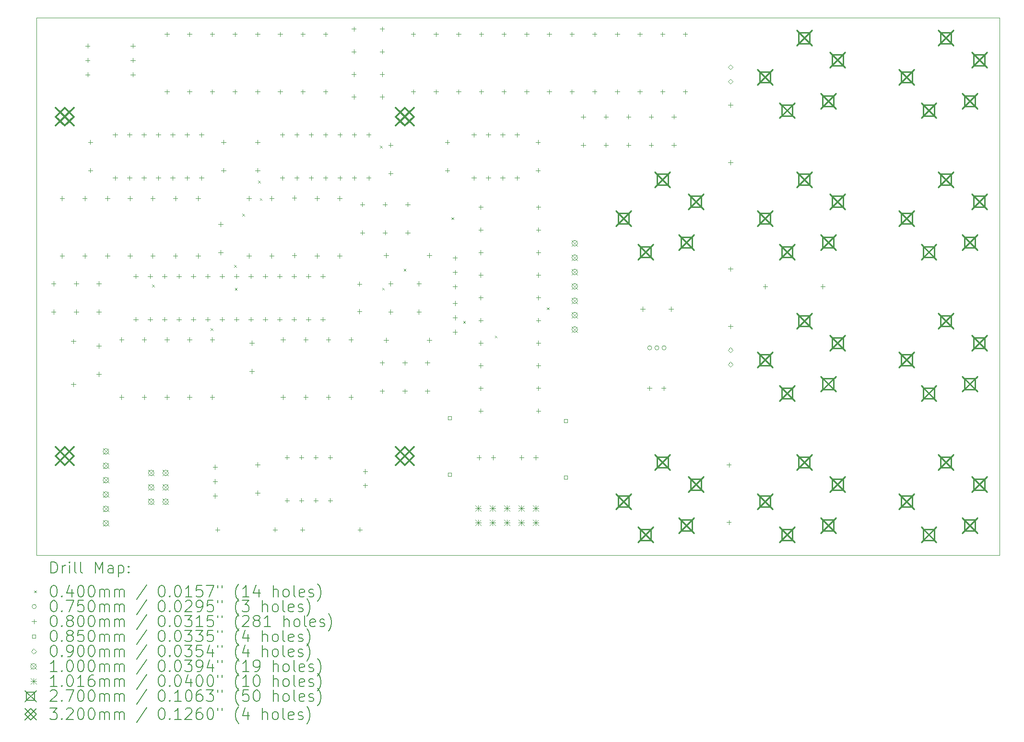
<source format=gbr>
%TF.GenerationSoftware,KiCad,Pcbnew,7.0.8*%
%TF.CreationDate,2023-10-13T18:56:20-05:00*%
%TF.ProjectId,QuantizerBack,5175616e-7469-47a6-9572-4261636b2e6b,rev?*%
%TF.SameCoordinates,Original*%
%TF.FileFunction,Drillmap*%
%TF.FilePolarity,Positive*%
%FSLAX45Y45*%
G04 Gerber Fmt 4.5, Leading zero omitted, Abs format (unit mm)*
G04 Created by KiCad (PCBNEW 7.0.8) date 2023-10-13 18:56:20*
%MOMM*%
%LPD*%
G01*
G04 APERTURE LIST*
%ADD10C,0.100000*%
%ADD11C,0.200000*%
%ADD12C,0.040000*%
%ADD13C,0.075000*%
%ADD14C,0.080000*%
%ADD15C,0.085000*%
%ADD16C,0.090000*%
%ADD17C,0.101600*%
%ADD18C,0.270000*%
%ADD19C,0.320000*%
G04 APERTURE END LIST*
D10*
X6500000Y-5250000D02*
X23500000Y-5250000D01*
X23500000Y-14750000D01*
X6500000Y-14750000D01*
X6500000Y-5250000D01*
D11*
D12*
X8539000Y-9970490D02*
X8579000Y-10010490D01*
X8579000Y-9970490D02*
X8539000Y-10010490D01*
X9570000Y-10740000D02*
X9610000Y-10780000D01*
X9610000Y-10740000D02*
X9570000Y-10780000D01*
X9990000Y-9620000D02*
X10030000Y-9660000D01*
X10030000Y-9620000D02*
X9990000Y-9660000D01*
X10000000Y-10030000D02*
X10040000Y-10070000D01*
X10040000Y-10030000D02*
X10000000Y-10070000D01*
X10133500Y-8713090D02*
X10173500Y-8753090D01*
X10173500Y-8713090D02*
X10133500Y-8753090D01*
X10410000Y-8130000D02*
X10450000Y-8170000D01*
X10450000Y-8130000D02*
X10410000Y-8170000D01*
X10440000Y-8440000D02*
X10480000Y-8480000D01*
X10480000Y-8440000D02*
X10440000Y-8480000D01*
X12561410Y-7513580D02*
X12601410Y-7553580D01*
X12601410Y-7513580D02*
X12561410Y-7553580D01*
X12598400Y-10023360D02*
X12638400Y-10063360D01*
X12638400Y-10023360D02*
X12598400Y-10063360D01*
X12980000Y-9690000D02*
X13020000Y-9730000D01*
X13020000Y-9690000D02*
X12980000Y-9730000D01*
X13820000Y-8780000D02*
X13860000Y-8820000D01*
X13860000Y-8780000D02*
X13820000Y-8820000D01*
X14030000Y-10610000D02*
X14070000Y-10650000D01*
X14070000Y-10610000D02*
X14030000Y-10650000D01*
X14588890Y-10870100D02*
X14628890Y-10910100D01*
X14628890Y-10870100D02*
X14588890Y-10910100D01*
X15508330Y-10370000D02*
X15548330Y-10410000D01*
X15548330Y-10370000D02*
X15508330Y-10410000D01*
D13*
X17360500Y-11086000D02*
G75*
G03*
X17360500Y-11086000I-37500J0D01*
G01*
X17487500Y-11086000D02*
G75*
G03*
X17487500Y-11086000I-37500J0D01*
G01*
X17614500Y-11086000D02*
G75*
G03*
X17614500Y-11086000I-37500J0D01*
G01*
D14*
X6800000Y-9910000D02*
X6800000Y-9990000D01*
X6760000Y-9950000D02*
X6840000Y-9950000D01*
X6800000Y-10410000D02*
X6800000Y-10490000D01*
X6760000Y-10450000D02*
X6840000Y-10450000D01*
X6950000Y-8402000D02*
X6950000Y-8482000D01*
X6910000Y-8442000D02*
X6990000Y-8442000D01*
X6950000Y-9418000D02*
X6950000Y-9498000D01*
X6910000Y-9458000D02*
X6990000Y-9458000D01*
X7150000Y-10929000D02*
X7150000Y-11009000D01*
X7110000Y-10969000D02*
X7190000Y-10969000D01*
X7150000Y-11691000D02*
X7150000Y-11771000D01*
X7110000Y-11731000D02*
X7190000Y-11731000D01*
X7200000Y-9910000D02*
X7200000Y-9990000D01*
X7160000Y-9950000D02*
X7240000Y-9950000D01*
X7200000Y-10410000D02*
X7200000Y-10490000D01*
X7160000Y-10450000D02*
X7240000Y-10450000D01*
X7350000Y-8402000D02*
X7350000Y-8482000D01*
X7310000Y-8442000D02*
X7390000Y-8442000D01*
X7350000Y-9418000D02*
X7350000Y-9498000D01*
X7310000Y-9458000D02*
X7390000Y-9458000D01*
X7400000Y-5707000D02*
X7400000Y-5787000D01*
X7360000Y-5747000D02*
X7440000Y-5747000D01*
X7400000Y-5961000D02*
X7400000Y-6041000D01*
X7360000Y-6001000D02*
X7440000Y-6001000D01*
X7400000Y-6215000D02*
X7400000Y-6295000D01*
X7360000Y-6255000D02*
X7440000Y-6255000D01*
X7450000Y-7410000D02*
X7450000Y-7490000D01*
X7410000Y-7450000D02*
X7490000Y-7450000D01*
X7450000Y-7910000D02*
X7450000Y-7990000D01*
X7410000Y-7950000D02*
X7490000Y-7950000D01*
X7600000Y-9910000D02*
X7600000Y-9990000D01*
X7560000Y-9950000D02*
X7640000Y-9950000D01*
X7600000Y-10410000D02*
X7600000Y-10490000D01*
X7560000Y-10450000D02*
X7640000Y-10450000D01*
X7600000Y-11010000D02*
X7600000Y-11090000D01*
X7560000Y-11050000D02*
X7640000Y-11050000D01*
X7600000Y-11510000D02*
X7600000Y-11590000D01*
X7560000Y-11550000D02*
X7640000Y-11550000D01*
X7750000Y-8402000D02*
X7750000Y-8482000D01*
X7710000Y-8442000D02*
X7790000Y-8442000D01*
X7750000Y-9418000D02*
X7750000Y-9498000D01*
X7710000Y-9458000D02*
X7790000Y-9458000D01*
X7887500Y-7280000D02*
X7887500Y-7360000D01*
X7847500Y-7320000D02*
X7927500Y-7320000D01*
X7887500Y-8042000D02*
X7887500Y-8122000D01*
X7847500Y-8082000D02*
X7927500Y-8082000D01*
X8000000Y-10902000D02*
X8000000Y-10982000D01*
X7960000Y-10942000D02*
X8040000Y-10942000D01*
X8000000Y-11918000D02*
X8000000Y-11998000D01*
X7960000Y-11958000D02*
X8040000Y-11958000D01*
X8141500Y-7280000D02*
X8141500Y-7360000D01*
X8101500Y-7320000D02*
X8181500Y-7320000D01*
X8141500Y-8042000D02*
X8141500Y-8122000D01*
X8101500Y-8082000D02*
X8181500Y-8082000D01*
X8150000Y-8402000D02*
X8150000Y-8482000D01*
X8110000Y-8442000D02*
X8190000Y-8442000D01*
X8150000Y-9418000D02*
X8150000Y-9498000D01*
X8110000Y-9458000D02*
X8190000Y-9458000D01*
X8200000Y-5707000D02*
X8200000Y-5787000D01*
X8160000Y-5747000D02*
X8240000Y-5747000D01*
X8200000Y-5961000D02*
X8200000Y-6041000D01*
X8160000Y-6001000D02*
X8240000Y-6001000D01*
X8200000Y-6215000D02*
X8200000Y-6295000D01*
X8160000Y-6255000D02*
X8240000Y-6255000D01*
X8250000Y-9780000D02*
X8250000Y-9860000D01*
X8210000Y-9820000D02*
X8290000Y-9820000D01*
X8250000Y-10542000D02*
X8250000Y-10622000D01*
X8210000Y-10582000D02*
X8290000Y-10582000D01*
X8395500Y-7280000D02*
X8395500Y-7360000D01*
X8355500Y-7320000D02*
X8435500Y-7320000D01*
X8395500Y-8042000D02*
X8395500Y-8122000D01*
X8355500Y-8082000D02*
X8435500Y-8082000D01*
X8400000Y-10902000D02*
X8400000Y-10982000D01*
X8360000Y-10942000D02*
X8440000Y-10942000D01*
X8400000Y-11918000D02*
X8400000Y-11998000D01*
X8360000Y-11958000D02*
X8440000Y-11958000D01*
X8504000Y-9780000D02*
X8504000Y-9860000D01*
X8464000Y-9820000D02*
X8544000Y-9820000D01*
X8504000Y-10542000D02*
X8504000Y-10622000D01*
X8464000Y-10582000D02*
X8544000Y-10582000D01*
X8550000Y-8402000D02*
X8550000Y-8482000D01*
X8510000Y-8442000D02*
X8590000Y-8442000D01*
X8550000Y-9418000D02*
X8550000Y-9498000D01*
X8510000Y-9458000D02*
X8590000Y-9458000D01*
X8649500Y-7280000D02*
X8649500Y-7360000D01*
X8609500Y-7320000D02*
X8689500Y-7320000D01*
X8649500Y-8042000D02*
X8649500Y-8122000D01*
X8609500Y-8082000D02*
X8689500Y-8082000D01*
X8758000Y-9780000D02*
X8758000Y-9860000D01*
X8718000Y-9820000D02*
X8798000Y-9820000D01*
X8758000Y-10542000D02*
X8758000Y-10622000D01*
X8718000Y-10582000D02*
X8798000Y-10582000D01*
X8800000Y-5502000D02*
X8800000Y-5582000D01*
X8760000Y-5542000D02*
X8840000Y-5542000D01*
X8800000Y-6518000D02*
X8800000Y-6598000D01*
X8760000Y-6558000D02*
X8840000Y-6558000D01*
X8800000Y-10902000D02*
X8800000Y-10982000D01*
X8760000Y-10942000D02*
X8840000Y-10942000D01*
X8800000Y-11918000D02*
X8800000Y-11998000D01*
X8760000Y-11958000D02*
X8840000Y-11958000D01*
X8903500Y-7280000D02*
X8903500Y-7360000D01*
X8863500Y-7320000D02*
X8943500Y-7320000D01*
X8903500Y-8042000D02*
X8903500Y-8122000D01*
X8863500Y-8082000D02*
X8943500Y-8082000D01*
X8950000Y-8402000D02*
X8950000Y-8482000D01*
X8910000Y-8442000D02*
X8990000Y-8442000D01*
X8950000Y-9418000D02*
X8950000Y-9498000D01*
X8910000Y-9458000D02*
X8990000Y-9458000D01*
X9012000Y-9780000D02*
X9012000Y-9860000D01*
X8972000Y-9820000D02*
X9052000Y-9820000D01*
X9012000Y-10542000D02*
X9012000Y-10622000D01*
X8972000Y-10582000D02*
X9052000Y-10582000D01*
X9157500Y-7280000D02*
X9157500Y-7360000D01*
X9117500Y-7320000D02*
X9197500Y-7320000D01*
X9157500Y-8042000D02*
X9157500Y-8122000D01*
X9117500Y-8082000D02*
X9197500Y-8082000D01*
X9200000Y-5502000D02*
X9200000Y-5582000D01*
X9160000Y-5542000D02*
X9240000Y-5542000D01*
X9200000Y-6518000D02*
X9200000Y-6598000D01*
X9160000Y-6558000D02*
X9240000Y-6558000D01*
X9200000Y-10902000D02*
X9200000Y-10982000D01*
X9160000Y-10942000D02*
X9240000Y-10942000D01*
X9200000Y-11918000D02*
X9200000Y-11998000D01*
X9160000Y-11958000D02*
X9240000Y-11958000D01*
X9266000Y-9780000D02*
X9266000Y-9860000D01*
X9226000Y-9820000D02*
X9306000Y-9820000D01*
X9266000Y-10542000D02*
X9266000Y-10622000D01*
X9226000Y-10582000D02*
X9306000Y-10582000D01*
X9350000Y-8402000D02*
X9350000Y-8482000D01*
X9310000Y-8442000D02*
X9390000Y-8442000D01*
X9350000Y-9418000D02*
X9350000Y-9498000D01*
X9310000Y-9458000D02*
X9390000Y-9458000D01*
X9411500Y-7280000D02*
X9411500Y-7360000D01*
X9371500Y-7320000D02*
X9451500Y-7320000D01*
X9411500Y-8042000D02*
X9411500Y-8122000D01*
X9371500Y-8082000D02*
X9451500Y-8082000D01*
X9520000Y-9780000D02*
X9520000Y-9860000D01*
X9480000Y-9820000D02*
X9560000Y-9820000D01*
X9520000Y-10542000D02*
X9520000Y-10622000D01*
X9480000Y-10582000D02*
X9560000Y-10582000D01*
X9600000Y-5502000D02*
X9600000Y-5582000D01*
X9560000Y-5542000D02*
X9640000Y-5542000D01*
X9600000Y-6518000D02*
X9600000Y-6598000D01*
X9560000Y-6558000D02*
X9640000Y-6558000D01*
X9600000Y-10902000D02*
X9600000Y-10982000D01*
X9560000Y-10942000D02*
X9640000Y-10942000D01*
X9600000Y-11918000D02*
X9600000Y-11998000D01*
X9560000Y-11958000D02*
X9640000Y-11958000D01*
X9650000Y-13155000D02*
X9650000Y-13235000D01*
X9610000Y-13195000D02*
X9690000Y-13195000D01*
X9650000Y-13409000D02*
X9650000Y-13489000D01*
X9610000Y-13449000D02*
X9690000Y-13449000D01*
X9650000Y-13663000D02*
X9650000Y-13743000D01*
X9610000Y-13703000D02*
X9690000Y-13703000D01*
X9692000Y-14260000D02*
X9692000Y-14340000D01*
X9652000Y-14300000D02*
X9732000Y-14300000D01*
X9750000Y-8860000D02*
X9750000Y-8940000D01*
X9710000Y-8900000D02*
X9790000Y-8900000D01*
X9750000Y-9360000D02*
X9750000Y-9440000D01*
X9710000Y-9400000D02*
X9790000Y-9400000D01*
X9774000Y-9780000D02*
X9774000Y-9860000D01*
X9734000Y-9820000D02*
X9814000Y-9820000D01*
X9774000Y-10542000D02*
X9774000Y-10622000D01*
X9734000Y-10582000D02*
X9814000Y-10582000D01*
X9800000Y-7410000D02*
X9800000Y-7490000D01*
X9760000Y-7450000D02*
X9840000Y-7450000D01*
X9800000Y-7910000D02*
X9800000Y-7990000D01*
X9760000Y-7950000D02*
X9840000Y-7950000D01*
X10000000Y-5502000D02*
X10000000Y-5582000D01*
X9960000Y-5542000D02*
X10040000Y-5542000D01*
X10000000Y-6518000D02*
X10000000Y-6598000D01*
X9960000Y-6558000D02*
X10040000Y-6558000D01*
X10028000Y-9780000D02*
X10028000Y-9860000D01*
X9988000Y-9820000D02*
X10068000Y-9820000D01*
X10028000Y-10542000D02*
X10028000Y-10622000D01*
X9988000Y-10582000D02*
X10068000Y-10582000D01*
X10250000Y-8402000D02*
X10250000Y-8482000D01*
X10210000Y-8442000D02*
X10290000Y-8442000D01*
X10250000Y-9418000D02*
X10250000Y-9498000D01*
X10210000Y-9458000D02*
X10290000Y-9458000D01*
X10282000Y-9780000D02*
X10282000Y-9860000D01*
X10242000Y-9820000D02*
X10322000Y-9820000D01*
X10282000Y-10542000D02*
X10282000Y-10622000D01*
X10242000Y-10582000D02*
X10322000Y-10582000D01*
X10300000Y-10960000D02*
X10300000Y-11040000D01*
X10260000Y-11000000D02*
X10340000Y-11000000D01*
X10300000Y-11460000D02*
X10300000Y-11540000D01*
X10260000Y-11500000D02*
X10340000Y-11500000D01*
X10400000Y-5502000D02*
X10400000Y-5582000D01*
X10360000Y-5542000D02*
X10440000Y-5542000D01*
X10400000Y-6518000D02*
X10400000Y-6598000D01*
X10360000Y-6558000D02*
X10440000Y-6558000D01*
X10400000Y-7410000D02*
X10400000Y-7490000D01*
X10360000Y-7450000D02*
X10440000Y-7450000D01*
X10400000Y-7910000D02*
X10400000Y-7990000D01*
X10360000Y-7950000D02*
X10440000Y-7950000D01*
X10400000Y-13110000D02*
X10400000Y-13190000D01*
X10360000Y-13150000D02*
X10440000Y-13150000D01*
X10400000Y-13610000D02*
X10400000Y-13690000D01*
X10360000Y-13650000D02*
X10440000Y-13650000D01*
X10536000Y-9780000D02*
X10536000Y-9860000D01*
X10496000Y-9820000D02*
X10576000Y-9820000D01*
X10536000Y-10542000D02*
X10536000Y-10622000D01*
X10496000Y-10582000D02*
X10576000Y-10582000D01*
X10650000Y-8402000D02*
X10650000Y-8482000D01*
X10610000Y-8442000D02*
X10690000Y-8442000D01*
X10650000Y-9418000D02*
X10650000Y-9498000D01*
X10610000Y-9458000D02*
X10690000Y-9458000D01*
X10708000Y-14260000D02*
X10708000Y-14340000D01*
X10668000Y-14300000D02*
X10748000Y-14300000D01*
X10790000Y-9780000D02*
X10790000Y-9860000D01*
X10750000Y-9820000D02*
X10830000Y-9820000D01*
X10790000Y-10542000D02*
X10790000Y-10622000D01*
X10750000Y-10582000D02*
X10830000Y-10582000D01*
X10800000Y-5502000D02*
X10800000Y-5582000D01*
X10760000Y-5542000D02*
X10840000Y-5542000D01*
X10800000Y-6518000D02*
X10800000Y-6598000D01*
X10760000Y-6558000D02*
X10840000Y-6558000D01*
X10837500Y-7280000D02*
X10837500Y-7360000D01*
X10797500Y-7320000D02*
X10877500Y-7320000D01*
X10837500Y-8042000D02*
X10837500Y-8122000D01*
X10797500Y-8082000D02*
X10877500Y-8082000D01*
X10850000Y-10902000D02*
X10850000Y-10982000D01*
X10810000Y-10942000D02*
X10890000Y-10942000D01*
X10850000Y-11918000D02*
X10850000Y-11998000D01*
X10810000Y-11958000D02*
X10890000Y-11958000D01*
X10920000Y-12980000D02*
X10920000Y-13060000D01*
X10880000Y-13020000D02*
X10960000Y-13020000D01*
X10920000Y-13742000D02*
X10920000Y-13822000D01*
X10880000Y-13782000D02*
X10960000Y-13782000D01*
X11044000Y-9780000D02*
X11044000Y-9860000D01*
X11004000Y-9820000D02*
X11084000Y-9820000D01*
X11044000Y-10542000D02*
X11044000Y-10622000D01*
X11004000Y-10582000D02*
X11084000Y-10582000D01*
X11050000Y-8394000D02*
X11050000Y-8474000D01*
X11010000Y-8434000D02*
X11090000Y-8434000D01*
X11050000Y-9410000D02*
X11050000Y-9490000D01*
X11010000Y-9450000D02*
X11090000Y-9450000D01*
X11091500Y-7280000D02*
X11091500Y-7360000D01*
X11051500Y-7320000D02*
X11131500Y-7320000D01*
X11091500Y-8042000D02*
X11091500Y-8122000D01*
X11051500Y-8082000D02*
X11131500Y-8082000D01*
X11174000Y-12980000D02*
X11174000Y-13060000D01*
X11134000Y-13020000D02*
X11214000Y-13020000D01*
X11174000Y-13742000D02*
X11174000Y-13822000D01*
X11134000Y-13782000D02*
X11214000Y-13782000D01*
X11192000Y-14260000D02*
X11192000Y-14340000D01*
X11152000Y-14300000D02*
X11232000Y-14300000D01*
X11200000Y-5502000D02*
X11200000Y-5582000D01*
X11160000Y-5542000D02*
X11240000Y-5542000D01*
X11200000Y-6518000D02*
X11200000Y-6598000D01*
X11160000Y-6558000D02*
X11240000Y-6558000D01*
X11250000Y-10902000D02*
X11250000Y-10982000D01*
X11210000Y-10942000D02*
X11290000Y-10942000D01*
X11250000Y-11918000D02*
X11250000Y-11998000D01*
X11210000Y-11958000D02*
X11290000Y-11958000D01*
X11298000Y-9780000D02*
X11298000Y-9860000D01*
X11258000Y-9820000D02*
X11338000Y-9820000D01*
X11298000Y-10542000D02*
X11298000Y-10622000D01*
X11258000Y-10582000D02*
X11338000Y-10582000D01*
X11345500Y-7280000D02*
X11345500Y-7360000D01*
X11305500Y-7320000D02*
X11385500Y-7320000D01*
X11345500Y-8042000D02*
X11345500Y-8122000D01*
X11305500Y-8082000D02*
X11385500Y-8082000D01*
X11428000Y-12980000D02*
X11428000Y-13060000D01*
X11388000Y-13020000D02*
X11468000Y-13020000D01*
X11428000Y-13742000D02*
X11428000Y-13822000D01*
X11388000Y-13782000D02*
X11468000Y-13782000D01*
X11450000Y-8402000D02*
X11450000Y-8482000D01*
X11410000Y-8442000D02*
X11490000Y-8442000D01*
X11450000Y-9418000D02*
X11450000Y-9498000D01*
X11410000Y-9458000D02*
X11490000Y-9458000D01*
X11552000Y-9780000D02*
X11552000Y-9860000D01*
X11512000Y-9820000D02*
X11592000Y-9820000D01*
X11552000Y-10542000D02*
X11552000Y-10622000D01*
X11512000Y-10582000D02*
X11592000Y-10582000D01*
X11599500Y-7280000D02*
X11599500Y-7360000D01*
X11559500Y-7320000D02*
X11639500Y-7320000D01*
X11599500Y-8042000D02*
X11599500Y-8122000D01*
X11559500Y-8082000D02*
X11639500Y-8082000D01*
X11600000Y-5502000D02*
X11600000Y-5582000D01*
X11560000Y-5542000D02*
X11640000Y-5542000D01*
X11600000Y-6518000D02*
X11600000Y-6598000D01*
X11560000Y-6558000D02*
X11640000Y-6558000D01*
X11650000Y-10902000D02*
X11650000Y-10982000D01*
X11610000Y-10942000D02*
X11690000Y-10942000D01*
X11650000Y-11918000D02*
X11650000Y-11998000D01*
X11610000Y-11958000D02*
X11690000Y-11958000D01*
X11682000Y-12980000D02*
X11682000Y-13060000D01*
X11642000Y-13020000D02*
X11722000Y-13020000D01*
X11682000Y-13742000D02*
X11682000Y-13822000D01*
X11642000Y-13782000D02*
X11722000Y-13782000D01*
X11850000Y-8402000D02*
X11850000Y-8482000D01*
X11810000Y-8442000D02*
X11890000Y-8442000D01*
X11850000Y-9418000D02*
X11850000Y-9498000D01*
X11810000Y-9458000D02*
X11890000Y-9458000D01*
X11853500Y-7280000D02*
X11853500Y-7360000D01*
X11813500Y-7320000D02*
X11893500Y-7320000D01*
X11853500Y-8042000D02*
X11853500Y-8122000D01*
X11813500Y-8082000D02*
X11893500Y-8082000D01*
X12050000Y-10902000D02*
X12050000Y-10982000D01*
X12010000Y-10942000D02*
X12090000Y-10942000D01*
X12050000Y-11918000D02*
X12050000Y-11998000D01*
X12010000Y-11958000D02*
X12090000Y-11958000D01*
X12100000Y-5410000D02*
X12100000Y-5490000D01*
X12060000Y-5450000D02*
X12140000Y-5450000D01*
X12100000Y-5810000D02*
X12100000Y-5890000D01*
X12060000Y-5850000D02*
X12140000Y-5850000D01*
X12100000Y-6210000D02*
X12100000Y-6290000D01*
X12060000Y-6250000D02*
X12140000Y-6250000D01*
X12100000Y-6610000D02*
X12100000Y-6690000D01*
X12060000Y-6650000D02*
X12140000Y-6650000D01*
X12107500Y-7280000D02*
X12107500Y-7360000D01*
X12067500Y-7320000D02*
X12147500Y-7320000D01*
X12107500Y-8042000D02*
X12107500Y-8122000D01*
X12067500Y-8082000D02*
X12147500Y-8082000D01*
X12200000Y-9915000D02*
X12200000Y-9995000D01*
X12160000Y-9955000D02*
X12240000Y-9955000D01*
X12200000Y-10403000D02*
X12200000Y-10483000D01*
X12160000Y-10443000D02*
X12240000Y-10443000D01*
X12208000Y-14260000D02*
X12208000Y-14340000D01*
X12168000Y-14300000D02*
X12248000Y-14300000D01*
X12250000Y-8510000D02*
X12250000Y-8590000D01*
X12210000Y-8550000D02*
X12290000Y-8550000D01*
X12250000Y-9010000D02*
X12250000Y-9090000D01*
X12210000Y-9050000D02*
X12290000Y-9050000D01*
X12300000Y-13228240D02*
X12300000Y-13308240D01*
X12260000Y-13268240D02*
X12340000Y-13268240D01*
X12300000Y-13478240D02*
X12300000Y-13558240D01*
X12260000Y-13518240D02*
X12340000Y-13518240D01*
X12361500Y-7280000D02*
X12361500Y-7360000D01*
X12321500Y-7320000D02*
X12401500Y-7320000D01*
X12361500Y-8042000D02*
X12361500Y-8122000D01*
X12321500Y-8082000D02*
X12401500Y-8082000D01*
X12600000Y-5410000D02*
X12600000Y-5490000D01*
X12560000Y-5450000D02*
X12640000Y-5450000D01*
X12600000Y-5810000D02*
X12600000Y-5890000D01*
X12560000Y-5850000D02*
X12640000Y-5850000D01*
X12600000Y-6210000D02*
X12600000Y-6290000D01*
X12560000Y-6250000D02*
X12640000Y-6250000D01*
X12600000Y-6610000D02*
X12600000Y-6690000D01*
X12560000Y-6650000D02*
X12640000Y-6650000D01*
X12600000Y-11310000D02*
X12600000Y-11390000D01*
X12560000Y-11350000D02*
X12640000Y-11350000D01*
X12600000Y-11810000D02*
X12600000Y-11890000D01*
X12560000Y-11850000D02*
X12640000Y-11850000D01*
X12650000Y-8510000D02*
X12650000Y-8590000D01*
X12610000Y-8550000D02*
X12690000Y-8550000D01*
X12650000Y-9010000D02*
X12650000Y-9090000D01*
X12610000Y-9050000D02*
X12690000Y-9050000D01*
X12669000Y-9410000D02*
X12669000Y-9490000D01*
X12629000Y-9450000D02*
X12709000Y-9450000D01*
X12669000Y-10910000D02*
X12669000Y-10990000D01*
X12629000Y-10950000D02*
X12709000Y-10950000D01*
X12750000Y-7460000D02*
X12750000Y-7540000D01*
X12710000Y-7500000D02*
X12790000Y-7500000D01*
X12750000Y-7960000D02*
X12750000Y-8040000D01*
X12710000Y-8000000D02*
X12790000Y-8000000D01*
X12750000Y-9910000D02*
X12750000Y-9990000D01*
X12710000Y-9950000D02*
X12790000Y-9950000D01*
X12750000Y-10410000D02*
X12750000Y-10490000D01*
X12710000Y-10450000D02*
X12790000Y-10450000D01*
X13000000Y-11310000D02*
X13000000Y-11390000D01*
X12960000Y-11350000D02*
X13040000Y-11350000D01*
X13000000Y-11810000D02*
X13000000Y-11890000D01*
X12960000Y-11850000D02*
X13040000Y-11850000D01*
X13050000Y-8510000D02*
X13050000Y-8590000D01*
X13010000Y-8550000D02*
X13090000Y-8550000D01*
X13050000Y-9010000D02*
X13050000Y-9090000D01*
X13010000Y-9050000D02*
X13090000Y-9050000D01*
X13150000Y-5502000D02*
X13150000Y-5582000D01*
X13110000Y-5542000D02*
X13190000Y-5542000D01*
X13150000Y-6518000D02*
X13150000Y-6598000D01*
X13110000Y-6558000D02*
X13190000Y-6558000D01*
X13250000Y-9910000D02*
X13250000Y-9990000D01*
X13210000Y-9950000D02*
X13290000Y-9950000D01*
X13250000Y-10410000D02*
X13250000Y-10490000D01*
X13210000Y-10450000D02*
X13290000Y-10450000D01*
X13400000Y-11310000D02*
X13400000Y-11390000D01*
X13360000Y-11350000D02*
X13440000Y-11350000D01*
X13400000Y-11810000D02*
X13400000Y-11890000D01*
X13360000Y-11850000D02*
X13440000Y-11850000D01*
X13431000Y-9410000D02*
X13431000Y-9490000D01*
X13391000Y-9450000D02*
X13471000Y-9450000D01*
X13431000Y-10910000D02*
X13431000Y-10990000D01*
X13391000Y-10950000D02*
X13471000Y-10950000D01*
X13550000Y-5502000D02*
X13550000Y-5582000D01*
X13510000Y-5542000D02*
X13590000Y-5542000D01*
X13550000Y-6518000D02*
X13550000Y-6598000D01*
X13510000Y-6558000D02*
X13590000Y-6558000D01*
X13750000Y-7410000D02*
X13750000Y-7490000D01*
X13710000Y-7450000D02*
X13790000Y-7450000D01*
X13750000Y-7910000D02*
X13750000Y-7990000D01*
X13710000Y-7950000D02*
X13790000Y-7950000D01*
X13886000Y-9456000D02*
X13886000Y-9536000D01*
X13846000Y-9496000D02*
X13926000Y-9496000D01*
X13886000Y-9710000D02*
X13886000Y-9790000D01*
X13846000Y-9750000D02*
X13926000Y-9750000D01*
X13886000Y-9964000D02*
X13886000Y-10044000D01*
X13846000Y-10004000D02*
X13926000Y-10004000D01*
X13886000Y-10256000D02*
X13886000Y-10336000D01*
X13846000Y-10296000D02*
X13926000Y-10296000D01*
X13886000Y-10510000D02*
X13886000Y-10590000D01*
X13846000Y-10550000D02*
X13926000Y-10550000D01*
X13886000Y-10764000D02*
X13886000Y-10844000D01*
X13846000Y-10804000D02*
X13926000Y-10804000D01*
X13950000Y-5502000D02*
X13950000Y-5582000D01*
X13910000Y-5542000D02*
X13990000Y-5542000D01*
X13950000Y-6518000D02*
X13950000Y-6598000D01*
X13910000Y-6558000D02*
X13990000Y-6558000D01*
X14220000Y-7280000D02*
X14220000Y-7360000D01*
X14180000Y-7320000D02*
X14260000Y-7320000D01*
X14220000Y-8042000D02*
X14220000Y-8122000D01*
X14180000Y-8082000D02*
X14260000Y-8082000D01*
X14310240Y-12983000D02*
X14310240Y-13063000D01*
X14270240Y-13023000D02*
X14350240Y-13023000D01*
X14342000Y-8560000D02*
X14342000Y-8640000D01*
X14302000Y-8600000D02*
X14382000Y-8600000D01*
X14342000Y-8960000D02*
X14342000Y-9040000D01*
X14302000Y-9000000D02*
X14382000Y-9000000D01*
X14342000Y-9360000D02*
X14342000Y-9440000D01*
X14302000Y-9400000D02*
X14382000Y-9400000D01*
X14342000Y-9760000D02*
X14342000Y-9840000D01*
X14302000Y-9800000D02*
X14382000Y-9800000D01*
X14342000Y-10160000D02*
X14342000Y-10240000D01*
X14302000Y-10200000D02*
X14382000Y-10200000D01*
X14342000Y-10560000D02*
X14342000Y-10640000D01*
X14302000Y-10600000D02*
X14382000Y-10600000D01*
X14342000Y-10960000D02*
X14342000Y-11040000D01*
X14302000Y-11000000D02*
X14382000Y-11000000D01*
X14342000Y-11360000D02*
X14342000Y-11440000D01*
X14302000Y-11400000D02*
X14382000Y-11400000D01*
X14342000Y-11760000D02*
X14342000Y-11840000D01*
X14302000Y-11800000D02*
X14382000Y-11800000D01*
X14342000Y-12160000D02*
X14342000Y-12240000D01*
X14302000Y-12200000D02*
X14382000Y-12200000D01*
X14350000Y-5502000D02*
X14350000Y-5582000D01*
X14310000Y-5542000D02*
X14390000Y-5542000D01*
X14350000Y-6518000D02*
X14350000Y-6598000D01*
X14310000Y-6558000D02*
X14390000Y-6558000D01*
X14474000Y-7280000D02*
X14474000Y-7360000D01*
X14434000Y-7320000D02*
X14514000Y-7320000D01*
X14474000Y-8042000D02*
X14474000Y-8122000D01*
X14434000Y-8082000D02*
X14514000Y-8082000D01*
X14560240Y-12983000D02*
X14560240Y-13063000D01*
X14520240Y-13023000D02*
X14600240Y-13023000D01*
X14728000Y-7280000D02*
X14728000Y-7360000D01*
X14688000Y-7320000D02*
X14768000Y-7320000D01*
X14728000Y-8042000D02*
X14728000Y-8122000D01*
X14688000Y-8082000D02*
X14768000Y-8082000D01*
X14750000Y-5502000D02*
X14750000Y-5582000D01*
X14710000Y-5542000D02*
X14790000Y-5542000D01*
X14750000Y-6518000D02*
X14750000Y-6598000D01*
X14710000Y-6558000D02*
X14790000Y-6558000D01*
X14982000Y-7280000D02*
X14982000Y-7360000D01*
X14942000Y-7320000D02*
X15022000Y-7320000D01*
X14982000Y-8042000D02*
X14982000Y-8122000D01*
X14942000Y-8082000D02*
X15022000Y-8082000D01*
X15060240Y-12983000D02*
X15060240Y-13063000D01*
X15020240Y-13023000D02*
X15100240Y-13023000D01*
X15150000Y-5502000D02*
X15150000Y-5582000D01*
X15110000Y-5542000D02*
X15190000Y-5542000D01*
X15150000Y-6518000D02*
X15150000Y-6598000D01*
X15110000Y-6558000D02*
X15190000Y-6558000D01*
X15310240Y-12983000D02*
X15310240Y-13063000D01*
X15270240Y-13023000D02*
X15350240Y-13023000D01*
X15350000Y-7410000D02*
X15350000Y-7490000D01*
X15310000Y-7450000D02*
X15390000Y-7450000D01*
X15350000Y-7910000D02*
X15350000Y-7990000D01*
X15310000Y-7950000D02*
X15390000Y-7950000D01*
X15358000Y-8560000D02*
X15358000Y-8640000D01*
X15318000Y-8600000D02*
X15398000Y-8600000D01*
X15358000Y-8960000D02*
X15358000Y-9040000D01*
X15318000Y-9000000D02*
X15398000Y-9000000D01*
X15358000Y-9360000D02*
X15358000Y-9440000D01*
X15318000Y-9400000D02*
X15398000Y-9400000D01*
X15358000Y-9760000D02*
X15358000Y-9840000D01*
X15318000Y-9800000D02*
X15398000Y-9800000D01*
X15358000Y-10160000D02*
X15358000Y-10240000D01*
X15318000Y-10200000D02*
X15398000Y-10200000D01*
X15358000Y-10560000D02*
X15358000Y-10640000D01*
X15318000Y-10600000D02*
X15398000Y-10600000D01*
X15358000Y-10960000D02*
X15358000Y-11040000D01*
X15318000Y-11000000D02*
X15398000Y-11000000D01*
X15358000Y-11360000D02*
X15358000Y-11440000D01*
X15318000Y-11400000D02*
X15398000Y-11400000D01*
X15358000Y-11760000D02*
X15358000Y-11840000D01*
X15318000Y-11800000D02*
X15398000Y-11800000D01*
X15358000Y-12160000D02*
X15358000Y-12240000D01*
X15318000Y-12200000D02*
X15398000Y-12200000D01*
X15550000Y-5502000D02*
X15550000Y-5582000D01*
X15510000Y-5542000D02*
X15590000Y-5542000D01*
X15550000Y-6518000D02*
X15550000Y-6598000D01*
X15510000Y-6558000D02*
X15590000Y-6558000D01*
X15950000Y-5502000D02*
X15950000Y-5582000D01*
X15910000Y-5542000D02*
X15990000Y-5542000D01*
X15950000Y-6518000D02*
X15950000Y-6598000D01*
X15910000Y-6558000D02*
X15990000Y-6558000D01*
X16150000Y-6960000D02*
X16150000Y-7040000D01*
X16110000Y-7000000D02*
X16190000Y-7000000D01*
X16150000Y-7460000D02*
X16150000Y-7540000D01*
X16110000Y-7500000D02*
X16190000Y-7500000D01*
X16350000Y-5502000D02*
X16350000Y-5582000D01*
X16310000Y-5542000D02*
X16390000Y-5542000D01*
X16350000Y-6518000D02*
X16350000Y-6598000D01*
X16310000Y-6558000D02*
X16390000Y-6558000D01*
X16550000Y-6960000D02*
X16550000Y-7040000D01*
X16510000Y-7000000D02*
X16590000Y-7000000D01*
X16550000Y-7460000D02*
X16550000Y-7540000D01*
X16510000Y-7500000D02*
X16590000Y-7500000D01*
X16750000Y-5502000D02*
X16750000Y-5582000D01*
X16710000Y-5542000D02*
X16790000Y-5542000D01*
X16750000Y-6518000D02*
X16750000Y-6598000D01*
X16710000Y-6558000D02*
X16790000Y-6558000D01*
X16950000Y-6960000D02*
X16950000Y-7040000D01*
X16910000Y-7000000D02*
X16990000Y-7000000D01*
X16950000Y-7460000D02*
X16950000Y-7540000D01*
X16910000Y-7500000D02*
X16990000Y-7500000D01*
X17150000Y-5502000D02*
X17150000Y-5582000D01*
X17110000Y-5542000D02*
X17190000Y-5542000D01*
X17150000Y-6518000D02*
X17150000Y-6598000D01*
X17110000Y-6558000D02*
X17190000Y-6558000D01*
X17200000Y-10360000D02*
X17200000Y-10440000D01*
X17160000Y-10400000D02*
X17240000Y-10400000D01*
X17318240Y-11760000D02*
X17318240Y-11840000D01*
X17278240Y-11800000D02*
X17358240Y-11800000D01*
X17350000Y-6960000D02*
X17350000Y-7040000D01*
X17310000Y-7000000D02*
X17390000Y-7000000D01*
X17350000Y-7460000D02*
X17350000Y-7540000D01*
X17310000Y-7500000D02*
X17390000Y-7500000D01*
X17550000Y-5502000D02*
X17550000Y-5582000D01*
X17510000Y-5542000D02*
X17590000Y-5542000D01*
X17550000Y-6518000D02*
X17550000Y-6598000D01*
X17510000Y-6558000D02*
X17590000Y-6558000D01*
X17568240Y-11760000D02*
X17568240Y-11840000D01*
X17528240Y-11800000D02*
X17608240Y-11800000D01*
X17700000Y-10360000D02*
X17700000Y-10440000D01*
X17660000Y-10400000D02*
X17740000Y-10400000D01*
X17750000Y-6960000D02*
X17750000Y-7040000D01*
X17710000Y-7000000D02*
X17790000Y-7000000D01*
X17750000Y-7460000D02*
X17750000Y-7540000D01*
X17710000Y-7500000D02*
X17790000Y-7500000D01*
X17950000Y-5502000D02*
X17950000Y-5582000D01*
X17910000Y-5542000D02*
X17990000Y-5542000D01*
X17950000Y-6518000D02*
X17950000Y-6598000D01*
X17910000Y-6558000D02*
X17990000Y-6558000D01*
X18720000Y-13114000D02*
X18720000Y-13194000D01*
X18680000Y-13154000D02*
X18760000Y-13154000D01*
X18720000Y-14130000D02*
X18720000Y-14210000D01*
X18680000Y-14170000D02*
X18760000Y-14170000D01*
X18750000Y-6752000D02*
X18750000Y-6832000D01*
X18710000Y-6792000D02*
X18790000Y-6792000D01*
X18750000Y-7768000D02*
X18750000Y-7848000D01*
X18710000Y-7808000D02*
X18790000Y-7808000D01*
X18750000Y-9652000D02*
X18750000Y-9732000D01*
X18710000Y-9692000D02*
X18790000Y-9692000D01*
X18750000Y-10668000D02*
X18750000Y-10748000D01*
X18710000Y-10708000D02*
X18790000Y-10708000D01*
X19362000Y-9960000D02*
X19362000Y-10040000D01*
X19322000Y-10000000D02*
X19402000Y-10000000D01*
X20378000Y-9960000D02*
X20378000Y-10040000D01*
X20338000Y-10000000D02*
X20418000Y-10000000D01*
D15*
X13822052Y-12353052D02*
X13822052Y-12292948D01*
X13761948Y-12292948D01*
X13761948Y-12353052D01*
X13822052Y-12353052D01*
X13822052Y-13353052D02*
X13822052Y-13292948D01*
X13761948Y-13292948D01*
X13761948Y-13353052D01*
X13822052Y-13353052D01*
X15872052Y-12403052D02*
X15872052Y-12342948D01*
X15811948Y-12342948D01*
X15811948Y-12403052D01*
X15872052Y-12403052D01*
X15872052Y-13403052D02*
X15872052Y-13342948D01*
X15811948Y-13342948D01*
X15811948Y-13403052D01*
X15872052Y-13403052D01*
D16*
X18750000Y-6168500D02*
X18795000Y-6123500D01*
X18750000Y-6078500D01*
X18705000Y-6123500D01*
X18750000Y-6168500D01*
X18750000Y-6422500D02*
X18795000Y-6377500D01*
X18750000Y-6332500D01*
X18705000Y-6377500D01*
X18750000Y-6422500D01*
X18750000Y-11168500D02*
X18795000Y-11123500D01*
X18750000Y-11078500D01*
X18705000Y-11123500D01*
X18750000Y-11168500D01*
X18750000Y-11422500D02*
X18795000Y-11377500D01*
X18750000Y-11332500D01*
X18705000Y-11377500D01*
X18750000Y-11422500D01*
D10*
X7673500Y-12866500D02*
X7773500Y-12966500D01*
X7773500Y-12866500D02*
X7673500Y-12966500D01*
X7773500Y-12916500D02*
G75*
G03*
X7773500Y-12916500I-50000J0D01*
G01*
X7673500Y-13120500D02*
X7773500Y-13220500D01*
X7773500Y-13120500D02*
X7673500Y-13220500D01*
X7773500Y-13170500D02*
G75*
G03*
X7773500Y-13170500I-50000J0D01*
G01*
X7673500Y-13374500D02*
X7773500Y-13474500D01*
X7773500Y-13374500D02*
X7673500Y-13474500D01*
X7773500Y-13424500D02*
G75*
G03*
X7773500Y-13424500I-50000J0D01*
G01*
X7673500Y-13628500D02*
X7773500Y-13728500D01*
X7773500Y-13628500D02*
X7673500Y-13728500D01*
X7773500Y-13678500D02*
G75*
G03*
X7773500Y-13678500I-50000J0D01*
G01*
X7673500Y-13882500D02*
X7773500Y-13982500D01*
X7773500Y-13882500D02*
X7673500Y-13982500D01*
X7773500Y-13932500D02*
G75*
G03*
X7773500Y-13932500I-50000J0D01*
G01*
X7673500Y-14136500D02*
X7773500Y-14236500D01*
X7773500Y-14136500D02*
X7673500Y-14236500D01*
X7773500Y-14186500D02*
G75*
G03*
X7773500Y-14186500I-50000J0D01*
G01*
X8473500Y-13247500D02*
X8573500Y-13347500D01*
X8573500Y-13247500D02*
X8473500Y-13347500D01*
X8573500Y-13297500D02*
G75*
G03*
X8573500Y-13297500I-50000J0D01*
G01*
X8473500Y-13501500D02*
X8573500Y-13601500D01*
X8573500Y-13501500D02*
X8473500Y-13601500D01*
X8573500Y-13551500D02*
G75*
G03*
X8573500Y-13551500I-50000J0D01*
G01*
X8473500Y-13755500D02*
X8573500Y-13855500D01*
X8573500Y-13755500D02*
X8473500Y-13855500D01*
X8573500Y-13805500D02*
G75*
G03*
X8573500Y-13805500I-50000J0D01*
G01*
X8727500Y-13247500D02*
X8827500Y-13347500D01*
X8827500Y-13247500D02*
X8727500Y-13347500D01*
X8827500Y-13297500D02*
G75*
G03*
X8827500Y-13297500I-50000J0D01*
G01*
X8727500Y-13501500D02*
X8827500Y-13601500D01*
X8827500Y-13501500D02*
X8727500Y-13601500D01*
X8827500Y-13551500D02*
G75*
G03*
X8827500Y-13551500I-50000J0D01*
G01*
X8727500Y-13755500D02*
X8827500Y-13855500D01*
X8827500Y-13755500D02*
X8727500Y-13855500D01*
X8827500Y-13805500D02*
G75*
G03*
X8827500Y-13805500I-50000J0D01*
G01*
X15950000Y-9187500D02*
X16050000Y-9287500D01*
X16050000Y-9187500D02*
X15950000Y-9287500D01*
X16050000Y-9237500D02*
G75*
G03*
X16050000Y-9237500I-50000J0D01*
G01*
X15950000Y-9441500D02*
X16050000Y-9541500D01*
X16050000Y-9441500D02*
X15950000Y-9541500D01*
X16050000Y-9491500D02*
G75*
G03*
X16050000Y-9491500I-50000J0D01*
G01*
X15950000Y-9695500D02*
X16050000Y-9795500D01*
X16050000Y-9695500D02*
X15950000Y-9795500D01*
X16050000Y-9745500D02*
G75*
G03*
X16050000Y-9745500I-50000J0D01*
G01*
X15950000Y-9949500D02*
X16050000Y-10049500D01*
X16050000Y-9949500D02*
X15950000Y-10049500D01*
X16050000Y-9999500D02*
G75*
G03*
X16050000Y-9999500I-50000J0D01*
G01*
X15950000Y-10203500D02*
X16050000Y-10303500D01*
X16050000Y-10203500D02*
X15950000Y-10303500D01*
X16050000Y-10253500D02*
G75*
G03*
X16050000Y-10253500I-50000J0D01*
G01*
X15950000Y-10457500D02*
X16050000Y-10557500D01*
X16050000Y-10457500D02*
X15950000Y-10557500D01*
X16050000Y-10507500D02*
G75*
G03*
X16050000Y-10507500I-50000J0D01*
G01*
X15950000Y-10711500D02*
X16050000Y-10811500D01*
X16050000Y-10711500D02*
X15950000Y-10811500D01*
X16050000Y-10761500D02*
G75*
G03*
X16050000Y-10761500I-50000J0D01*
G01*
D17*
X14243200Y-13869200D02*
X14344800Y-13970800D01*
X14344800Y-13869200D02*
X14243200Y-13970800D01*
X14294000Y-13869200D02*
X14294000Y-13970800D01*
X14243200Y-13920000D02*
X14344800Y-13920000D01*
X14243200Y-14123200D02*
X14344800Y-14224800D01*
X14344800Y-14123200D02*
X14243200Y-14224800D01*
X14294000Y-14123200D02*
X14294000Y-14224800D01*
X14243200Y-14174000D02*
X14344800Y-14174000D01*
X14497200Y-13869200D02*
X14598800Y-13970800D01*
X14598800Y-13869200D02*
X14497200Y-13970800D01*
X14548000Y-13869200D02*
X14548000Y-13970800D01*
X14497200Y-13920000D02*
X14598800Y-13920000D01*
X14497200Y-14123200D02*
X14598800Y-14224800D01*
X14598800Y-14123200D02*
X14497200Y-14224800D01*
X14548000Y-14123200D02*
X14548000Y-14224800D01*
X14497200Y-14174000D02*
X14598800Y-14174000D01*
X14751200Y-13869200D02*
X14852800Y-13970800D01*
X14852800Y-13869200D02*
X14751200Y-13970800D01*
X14802000Y-13869200D02*
X14802000Y-13970800D01*
X14751200Y-13920000D02*
X14852800Y-13920000D01*
X14751200Y-14123200D02*
X14852800Y-14224800D01*
X14852800Y-14123200D02*
X14751200Y-14224800D01*
X14802000Y-14123200D02*
X14802000Y-14224800D01*
X14751200Y-14174000D02*
X14852800Y-14174000D01*
X15005200Y-13869200D02*
X15106800Y-13970800D01*
X15106800Y-13869200D02*
X15005200Y-13970800D01*
X15056000Y-13869200D02*
X15056000Y-13970800D01*
X15005200Y-13920000D02*
X15106800Y-13920000D01*
X15005200Y-14123200D02*
X15106800Y-14224800D01*
X15106800Y-14123200D02*
X15005200Y-14224800D01*
X15056000Y-14123200D02*
X15056000Y-14224800D01*
X15005200Y-14174000D02*
X15106800Y-14174000D01*
X15259200Y-13869200D02*
X15360800Y-13970800D01*
X15360800Y-13869200D02*
X15259200Y-13970800D01*
X15310000Y-13869200D02*
X15310000Y-13970800D01*
X15259200Y-13920000D02*
X15360800Y-13920000D01*
X15259200Y-14123200D02*
X15360800Y-14224800D01*
X15360800Y-14123200D02*
X15259200Y-14224800D01*
X15310000Y-14123200D02*
X15310000Y-14224800D01*
X15259200Y-14174000D02*
X15360800Y-14174000D01*
D18*
X16725000Y-8665000D02*
X16995000Y-8935000D01*
X16995000Y-8665000D02*
X16725000Y-8935000D01*
X16955460Y-8895460D02*
X16955460Y-8704540D01*
X16764540Y-8704540D01*
X16764540Y-8895460D01*
X16955460Y-8895460D01*
X16725000Y-13665000D02*
X16995000Y-13935000D01*
X16995000Y-13665000D02*
X16725000Y-13935000D01*
X16955460Y-13895460D02*
X16955460Y-13704540D01*
X16764540Y-13704540D01*
X16764540Y-13895460D01*
X16955460Y-13895460D01*
X17115000Y-9255000D02*
X17385000Y-9525000D01*
X17385000Y-9255000D02*
X17115000Y-9525000D01*
X17345460Y-9485460D02*
X17345460Y-9294540D01*
X17154540Y-9294540D01*
X17154540Y-9485460D01*
X17345460Y-9485460D01*
X17115000Y-14255000D02*
X17385000Y-14525000D01*
X17385000Y-14255000D02*
X17115000Y-14525000D01*
X17345460Y-14485460D02*
X17345460Y-14294540D01*
X17154540Y-14294540D01*
X17154540Y-14485460D01*
X17345460Y-14485460D01*
X17415000Y-7975000D02*
X17685000Y-8245000D01*
X17685000Y-7975000D02*
X17415000Y-8245000D01*
X17645460Y-8205460D02*
X17645460Y-8014540D01*
X17454540Y-8014540D01*
X17454540Y-8205460D01*
X17645460Y-8205460D01*
X17415000Y-12975000D02*
X17685000Y-13245000D01*
X17685000Y-12975000D02*
X17415000Y-13245000D01*
X17645460Y-13205460D02*
X17645460Y-13014540D01*
X17454540Y-13014540D01*
X17454540Y-13205460D01*
X17645460Y-13205460D01*
X17839000Y-9089000D02*
X18109000Y-9359000D01*
X18109000Y-9089000D02*
X17839000Y-9359000D01*
X18069460Y-9319460D02*
X18069460Y-9128540D01*
X17878540Y-9128540D01*
X17878540Y-9319460D01*
X18069460Y-9319460D01*
X17839000Y-14089000D02*
X18109000Y-14359000D01*
X18109000Y-14089000D02*
X17839000Y-14359000D01*
X18069460Y-14319460D02*
X18069460Y-14128540D01*
X17878540Y-14128540D01*
X17878540Y-14319460D01*
X18069460Y-14319460D01*
X18005000Y-8365000D02*
X18275000Y-8635000D01*
X18275000Y-8365000D02*
X18005000Y-8635000D01*
X18235460Y-8595460D02*
X18235460Y-8404540D01*
X18044540Y-8404540D01*
X18044540Y-8595460D01*
X18235460Y-8595460D01*
X18005000Y-13365000D02*
X18275000Y-13635000D01*
X18275000Y-13365000D02*
X18005000Y-13635000D01*
X18235460Y-13595460D02*
X18235460Y-13404540D01*
X18044540Y-13404540D01*
X18044540Y-13595460D01*
X18235460Y-13595460D01*
X19225000Y-6165000D02*
X19495000Y-6435000D01*
X19495000Y-6165000D02*
X19225000Y-6435000D01*
X19455460Y-6395460D02*
X19455460Y-6204540D01*
X19264540Y-6204540D01*
X19264540Y-6395460D01*
X19455460Y-6395460D01*
X19225000Y-8665000D02*
X19495000Y-8935000D01*
X19495000Y-8665000D02*
X19225000Y-8935000D01*
X19455460Y-8895460D02*
X19455460Y-8704540D01*
X19264540Y-8704540D01*
X19264540Y-8895460D01*
X19455460Y-8895460D01*
X19225000Y-11165000D02*
X19495000Y-11435000D01*
X19495000Y-11165000D02*
X19225000Y-11435000D01*
X19455460Y-11395460D02*
X19455460Y-11204540D01*
X19264540Y-11204540D01*
X19264540Y-11395460D01*
X19455460Y-11395460D01*
X19225000Y-13665000D02*
X19495000Y-13935000D01*
X19495000Y-13665000D02*
X19225000Y-13935000D01*
X19455460Y-13895460D02*
X19455460Y-13704540D01*
X19264540Y-13704540D01*
X19264540Y-13895460D01*
X19455460Y-13895460D01*
X19615000Y-6755000D02*
X19885000Y-7025000D01*
X19885000Y-6755000D02*
X19615000Y-7025000D01*
X19845460Y-6985460D02*
X19845460Y-6794540D01*
X19654540Y-6794540D01*
X19654540Y-6985460D01*
X19845460Y-6985460D01*
X19615000Y-9255000D02*
X19885000Y-9525000D01*
X19885000Y-9255000D02*
X19615000Y-9525000D01*
X19845460Y-9485460D02*
X19845460Y-9294540D01*
X19654540Y-9294540D01*
X19654540Y-9485460D01*
X19845460Y-9485460D01*
X19615000Y-11755000D02*
X19885000Y-12025000D01*
X19885000Y-11755000D02*
X19615000Y-12025000D01*
X19845460Y-11985460D02*
X19845460Y-11794540D01*
X19654540Y-11794540D01*
X19654540Y-11985460D01*
X19845460Y-11985460D01*
X19615000Y-14255000D02*
X19885000Y-14525000D01*
X19885000Y-14255000D02*
X19615000Y-14525000D01*
X19845460Y-14485460D02*
X19845460Y-14294540D01*
X19654540Y-14294540D01*
X19654540Y-14485460D01*
X19845460Y-14485460D01*
X19915000Y-5475000D02*
X20185000Y-5745000D01*
X20185000Y-5475000D02*
X19915000Y-5745000D01*
X20145460Y-5705460D02*
X20145460Y-5514540D01*
X19954540Y-5514540D01*
X19954540Y-5705460D01*
X20145460Y-5705460D01*
X19915000Y-7975000D02*
X20185000Y-8245000D01*
X20185000Y-7975000D02*
X19915000Y-8245000D01*
X20145460Y-8205460D02*
X20145460Y-8014540D01*
X19954540Y-8014540D01*
X19954540Y-8205460D01*
X20145460Y-8205460D01*
X19915000Y-10475000D02*
X20185000Y-10745000D01*
X20185000Y-10475000D02*
X19915000Y-10745000D01*
X20145460Y-10705460D02*
X20145460Y-10514540D01*
X19954540Y-10514540D01*
X19954540Y-10705460D01*
X20145460Y-10705460D01*
X19915000Y-12975000D02*
X20185000Y-13245000D01*
X20185000Y-12975000D02*
X19915000Y-13245000D01*
X20145460Y-13205460D02*
X20145460Y-13014540D01*
X19954540Y-13014540D01*
X19954540Y-13205460D01*
X20145460Y-13205460D01*
X20339000Y-6589000D02*
X20609000Y-6859000D01*
X20609000Y-6589000D02*
X20339000Y-6859000D01*
X20569460Y-6819460D02*
X20569460Y-6628540D01*
X20378540Y-6628540D01*
X20378540Y-6819460D01*
X20569460Y-6819460D01*
X20339000Y-9089000D02*
X20609000Y-9359000D01*
X20609000Y-9089000D02*
X20339000Y-9359000D01*
X20569460Y-9319460D02*
X20569460Y-9128540D01*
X20378540Y-9128540D01*
X20378540Y-9319460D01*
X20569460Y-9319460D01*
X20339000Y-11589000D02*
X20609000Y-11859000D01*
X20609000Y-11589000D02*
X20339000Y-11859000D01*
X20569460Y-11819460D02*
X20569460Y-11628540D01*
X20378540Y-11628540D01*
X20378540Y-11819460D01*
X20569460Y-11819460D01*
X20339000Y-14089000D02*
X20609000Y-14359000D01*
X20609000Y-14089000D02*
X20339000Y-14359000D01*
X20569460Y-14319460D02*
X20569460Y-14128540D01*
X20378540Y-14128540D01*
X20378540Y-14319460D01*
X20569460Y-14319460D01*
X20505000Y-5865000D02*
X20775000Y-6135000D01*
X20775000Y-5865000D02*
X20505000Y-6135000D01*
X20735460Y-6095460D02*
X20735460Y-5904540D01*
X20544540Y-5904540D01*
X20544540Y-6095460D01*
X20735460Y-6095460D01*
X20505000Y-8365000D02*
X20775000Y-8635000D01*
X20775000Y-8365000D02*
X20505000Y-8635000D01*
X20735460Y-8595460D02*
X20735460Y-8404540D01*
X20544540Y-8404540D01*
X20544540Y-8595460D01*
X20735460Y-8595460D01*
X20505000Y-10865000D02*
X20775000Y-11135000D01*
X20775000Y-10865000D02*
X20505000Y-11135000D01*
X20735460Y-11095460D02*
X20735460Y-10904540D01*
X20544540Y-10904540D01*
X20544540Y-11095460D01*
X20735460Y-11095460D01*
X20505000Y-13365000D02*
X20775000Y-13635000D01*
X20775000Y-13365000D02*
X20505000Y-13635000D01*
X20735460Y-13595460D02*
X20735460Y-13404540D01*
X20544540Y-13404540D01*
X20544540Y-13595460D01*
X20735460Y-13595460D01*
X21725000Y-6165000D02*
X21995000Y-6435000D01*
X21995000Y-6165000D02*
X21725000Y-6435000D01*
X21955460Y-6395460D02*
X21955460Y-6204540D01*
X21764540Y-6204540D01*
X21764540Y-6395460D01*
X21955460Y-6395460D01*
X21725000Y-8665000D02*
X21995000Y-8935000D01*
X21995000Y-8665000D02*
X21725000Y-8935000D01*
X21955460Y-8895460D02*
X21955460Y-8704540D01*
X21764540Y-8704540D01*
X21764540Y-8895460D01*
X21955460Y-8895460D01*
X21725000Y-11165000D02*
X21995000Y-11435000D01*
X21995000Y-11165000D02*
X21725000Y-11435000D01*
X21955460Y-11395460D02*
X21955460Y-11204540D01*
X21764540Y-11204540D01*
X21764540Y-11395460D01*
X21955460Y-11395460D01*
X21725000Y-13665000D02*
X21995000Y-13935000D01*
X21995000Y-13665000D02*
X21725000Y-13935000D01*
X21955460Y-13895460D02*
X21955460Y-13704540D01*
X21764540Y-13704540D01*
X21764540Y-13895460D01*
X21955460Y-13895460D01*
X22115000Y-6755000D02*
X22385000Y-7025000D01*
X22385000Y-6755000D02*
X22115000Y-7025000D01*
X22345460Y-6985460D02*
X22345460Y-6794540D01*
X22154540Y-6794540D01*
X22154540Y-6985460D01*
X22345460Y-6985460D01*
X22115000Y-9255000D02*
X22385000Y-9525000D01*
X22385000Y-9255000D02*
X22115000Y-9525000D01*
X22345460Y-9485460D02*
X22345460Y-9294540D01*
X22154540Y-9294540D01*
X22154540Y-9485460D01*
X22345460Y-9485460D01*
X22115000Y-11755000D02*
X22385000Y-12025000D01*
X22385000Y-11755000D02*
X22115000Y-12025000D01*
X22345460Y-11985460D02*
X22345460Y-11794540D01*
X22154540Y-11794540D01*
X22154540Y-11985460D01*
X22345460Y-11985460D01*
X22115000Y-14255000D02*
X22385000Y-14525000D01*
X22385000Y-14255000D02*
X22115000Y-14525000D01*
X22345460Y-14485460D02*
X22345460Y-14294540D01*
X22154540Y-14294540D01*
X22154540Y-14485460D01*
X22345460Y-14485460D01*
X22415000Y-5475000D02*
X22685000Y-5745000D01*
X22685000Y-5475000D02*
X22415000Y-5745000D01*
X22645460Y-5705460D02*
X22645460Y-5514540D01*
X22454540Y-5514540D01*
X22454540Y-5705460D01*
X22645460Y-5705460D01*
X22415000Y-7975000D02*
X22685000Y-8245000D01*
X22685000Y-7975000D02*
X22415000Y-8245000D01*
X22645460Y-8205460D02*
X22645460Y-8014540D01*
X22454540Y-8014540D01*
X22454540Y-8205460D01*
X22645460Y-8205460D01*
X22415000Y-10475000D02*
X22685000Y-10745000D01*
X22685000Y-10475000D02*
X22415000Y-10745000D01*
X22645460Y-10705460D02*
X22645460Y-10514540D01*
X22454540Y-10514540D01*
X22454540Y-10705460D01*
X22645460Y-10705460D01*
X22415000Y-12975000D02*
X22685000Y-13245000D01*
X22685000Y-12975000D02*
X22415000Y-13245000D01*
X22645460Y-13205460D02*
X22645460Y-13014540D01*
X22454540Y-13014540D01*
X22454540Y-13205460D01*
X22645460Y-13205460D01*
X22839000Y-6589000D02*
X23109000Y-6859000D01*
X23109000Y-6589000D02*
X22839000Y-6859000D01*
X23069460Y-6819460D02*
X23069460Y-6628540D01*
X22878540Y-6628540D01*
X22878540Y-6819460D01*
X23069460Y-6819460D01*
X22839000Y-9089000D02*
X23109000Y-9359000D01*
X23109000Y-9089000D02*
X22839000Y-9359000D01*
X23069460Y-9319460D02*
X23069460Y-9128540D01*
X22878540Y-9128540D01*
X22878540Y-9319460D01*
X23069460Y-9319460D01*
X22839000Y-11589000D02*
X23109000Y-11859000D01*
X23109000Y-11589000D02*
X22839000Y-11859000D01*
X23069460Y-11819460D02*
X23069460Y-11628540D01*
X22878540Y-11628540D01*
X22878540Y-11819460D01*
X23069460Y-11819460D01*
X22839000Y-14089000D02*
X23109000Y-14359000D01*
X23109000Y-14089000D02*
X22839000Y-14359000D01*
X23069460Y-14319460D02*
X23069460Y-14128540D01*
X22878540Y-14128540D01*
X22878540Y-14319460D01*
X23069460Y-14319460D01*
X23005000Y-5865000D02*
X23275000Y-6135000D01*
X23275000Y-5865000D02*
X23005000Y-6135000D01*
X23235460Y-6095460D02*
X23235460Y-5904540D01*
X23044540Y-5904540D01*
X23044540Y-6095460D01*
X23235460Y-6095460D01*
X23005000Y-8365000D02*
X23275000Y-8635000D01*
X23275000Y-8365000D02*
X23005000Y-8635000D01*
X23235460Y-8595460D02*
X23235460Y-8404540D01*
X23044540Y-8404540D01*
X23044540Y-8595460D01*
X23235460Y-8595460D01*
X23005000Y-10865000D02*
X23275000Y-11135000D01*
X23275000Y-10865000D02*
X23005000Y-11135000D01*
X23235460Y-11095460D02*
X23235460Y-10904540D01*
X23044540Y-10904540D01*
X23044540Y-11095460D01*
X23235460Y-11095460D01*
X23005000Y-13365000D02*
X23275000Y-13635000D01*
X23275000Y-13365000D02*
X23005000Y-13635000D01*
X23235460Y-13595460D02*
X23235460Y-13404540D01*
X23044540Y-13404540D01*
X23044540Y-13595460D01*
X23235460Y-13595460D01*
D19*
X6840000Y-6840000D02*
X7160000Y-7160000D01*
X7160000Y-6840000D02*
X6840000Y-7160000D01*
X7000000Y-7160000D02*
X7160000Y-7000000D01*
X7000000Y-6840000D01*
X6840000Y-7000000D01*
X7000000Y-7160000D01*
X6840000Y-12840000D02*
X7160000Y-13160000D01*
X7160000Y-12840000D02*
X6840000Y-13160000D01*
X7000000Y-13160000D02*
X7160000Y-13000000D01*
X7000000Y-12840000D01*
X6840000Y-13000000D01*
X7000000Y-13160000D01*
X12840000Y-6840000D02*
X13160000Y-7160000D01*
X13160000Y-6840000D02*
X12840000Y-7160000D01*
X13000000Y-7160000D02*
X13160000Y-7000000D01*
X13000000Y-6840000D01*
X12840000Y-7000000D01*
X13000000Y-7160000D01*
X12840000Y-12840000D02*
X13160000Y-13160000D01*
X13160000Y-12840000D02*
X12840000Y-13160000D01*
X13000000Y-13160000D02*
X13160000Y-13000000D01*
X13000000Y-12840000D01*
X12840000Y-13000000D01*
X13000000Y-13160000D01*
D11*
X6755777Y-15066484D02*
X6755777Y-14866484D01*
X6755777Y-14866484D02*
X6803396Y-14866484D01*
X6803396Y-14866484D02*
X6831967Y-14876008D01*
X6831967Y-14876008D02*
X6851015Y-14895055D01*
X6851015Y-14895055D02*
X6860539Y-14914103D01*
X6860539Y-14914103D02*
X6870062Y-14952198D01*
X6870062Y-14952198D02*
X6870062Y-14980769D01*
X6870062Y-14980769D02*
X6860539Y-15018865D01*
X6860539Y-15018865D02*
X6851015Y-15037912D01*
X6851015Y-15037912D02*
X6831967Y-15056960D01*
X6831967Y-15056960D02*
X6803396Y-15066484D01*
X6803396Y-15066484D02*
X6755777Y-15066484D01*
X6955777Y-15066484D02*
X6955777Y-14933150D01*
X6955777Y-14971246D02*
X6965301Y-14952198D01*
X6965301Y-14952198D02*
X6974824Y-14942674D01*
X6974824Y-14942674D02*
X6993872Y-14933150D01*
X6993872Y-14933150D02*
X7012920Y-14933150D01*
X7079586Y-15066484D02*
X7079586Y-14933150D01*
X7079586Y-14866484D02*
X7070062Y-14876008D01*
X7070062Y-14876008D02*
X7079586Y-14885531D01*
X7079586Y-14885531D02*
X7089110Y-14876008D01*
X7089110Y-14876008D02*
X7079586Y-14866484D01*
X7079586Y-14866484D02*
X7079586Y-14885531D01*
X7203396Y-15066484D02*
X7184348Y-15056960D01*
X7184348Y-15056960D02*
X7174824Y-15037912D01*
X7174824Y-15037912D02*
X7174824Y-14866484D01*
X7308158Y-15066484D02*
X7289110Y-15056960D01*
X7289110Y-15056960D02*
X7279586Y-15037912D01*
X7279586Y-15037912D02*
X7279586Y-14866484D01*
X7536729Y-15066484D02*
X7536729Y-14866484D01*
X7536729Y-14866484D02*
X7603396Y-15009341D01*
X7603396Y-15009341D02*
X7670062Y-14866484D01*
X7670062Y-14866484D02*
X7670062Y-15066484D01*
X7851015Y-15066484D02*
X7851015Y-14961722D01*
X7851015Y-14961722D02*
X7841491Y-14942674D01*
X7841491Y-14942674D02*
X7822443Y-14933150D01*
X7822443Y-14933150D02*
X7784348Y-14933150D01*
X7784348Y-14933150D02*
X7765301Y-14942674D01*
X7851015Y-15056960D02*
X7831967Y-15066484D01*
X7831967Y-15066484D02*
X7784348Y-15066484D01*
X7784348Y-15066484D02*
X7765301Y-15056960D01*
X7765301Y-15056960D02*
X7755777Y-15037912D01*
X7755777Y-15037912D02*
X7755777Y-15018865D01*
X7755777Y-15018865D02*
X7765301Y-14999817D01*
X7765301Y-14999817D02*
X7784348Y-14990293D01*
X7784348Y-14990293D02*
X7831967Y-14990293D01*
X7831967Y-14990293D02*
X7851015Y-14980769D01*
X7946253Y-14933150D02*
X7946253Y-15133150D01*
X7946253Y-14942674D02*
X7965301Y-14933150D01*
X7965301Y-14933150D02*
X8003396Y-14933150D01*
X8003396Y-14933150D02*
X8022443Y-14942674D01*
X8022443Y-14942674D02*
X8031967Y-14952198D01*
X8031967Y-14952198D02*
X8041491Y-14971246D01*
X8041491Y-14971246D02*
X8041491Y-15028388D01*
X8041491Y-15028388D02*
X8031967Y-15047436D01*
X8031967Y-15047436D02*
X8022443Y-15056960D01*
X8022443Y-15056960D02*
X8003396Y-15066484D01*
X8003396Y-15066484D02*
X7965301Y-15066484D01*
X7965301Y-15066484D02*
X7946253Y-15056960D01*
X8127205Y-15047436D02*
X8136729Y-15056960D01*
X8136729Y-15056960D02*
X8127205Y-15066484D01*
X8127205Y-15066484D02*
X8117682Y-15056960D01*
X8117682Y-15056960D02*
X8127205Y-15047436D01*
X8127205Y-15047436D02*
X8127205Y-15066484D01*
X8127205Y-14942674D02*
X8136729Y-14952198D01*
X8136729Y-14952198D02*
X8127205Y-14961722D01*
X8127205Y-14961722D02*
X8117682Y-14952198D01*
X8117682Y-14952198D02*
X8127205Y-14942674D01*
X8127205Y-14942674D02*
X8127205Y-14961722D01*
D12*
X6455000Y-15375000D02*
X6495000Y-15415000D01*
X6495000Y-15375000D02*
X6455000Y-15415000D01*
D11*
X6793872Y-15286484D02*
X6812920Y-15286484D01*
X6812920Y-15286484D02*
X6831967Y-15296008D01*
X6831967Y-15296008D02*
X6841491Y-15305531D01*
X6841491Y-15305531D02*
X6851015Y-15324579D01*
X6851015Y-15324579D02*
X6860539Y-15362674D01*
X6860539Y-15362674D02*
X6860539Y-15410293D01*
X6860539Y-15410293D02*
X6851015Y-15448388D01*
X6851015Y-15448388D02*
X6841491Y-15467436D01*
X6841491Y-15467436D02*
X6831967Y-15476960D01*
X6831967Y-15476960D02*
X6812920Y-15486484D01*
X6812920Y-15486484D02*
X6793872Y-15486484D01*
X6793872Y-15486484D02*
X6774824Y-15476960D01*
X6774824Y-15476960D02*
X6765301Y-15467436D01*
X6765301Y-15467436D02*
X6755777Y-15448388D01*
X6755777Y-15448388D02*
X6746253Y-15410293D01*
X6746253Y-15410293D02*
X6746253Y-15362674D01*
X6746253Y-15362674D02*
X6755777Y-15324579D01*
X6755777Y-15324579D02*
X6765301Y-15305531D01*
X6765301Y-15305531D02*
X6774824Y-15296008D01*
X6774824Y-15296008D02*
X6793872Y-15286484D01*
X6946253Y-15467436D02*
X6955777Y-15476960D01*
X6955777Y-15476960D02*
X6946253Y-15486484D01*
X6946253Y-15486484D02*
X6936729Y-15476960D01*
X6936729Y-15476960D02*
X6946253Y-15467436D01*
X6946253Y-15467436D02*
X6946253Y-15486484D01*
X7127205Y-15353150D02*
X7127205Y-15486484D01*
X7079586Y-15276960D02*
X7031967Y-15419817D01*
X7031967Y-15419817D02*
X7155777Y-15419817D01*
X7270062Y-15286484D02*
X7289110Y-15286484D01*
X7289110Y-15286484D02*
X7308158Y-15296008D01*
X7308158Y-15296008D02*
X7317682Y-15305531D01*
X7317682Y-15305531D02*
X7327205Y-15324579D01*
X7327205Y-15324579D02*
X7336729Y-15362674D01*
X7336729Y-15362674D02*
X7336729Y-15410293D01*
X7336729Y-15410293D02*
X7327205Y-15448388D01*
X7327205Y-15448388D02*
X7317682Y-15467436D01*
X7317682Y-15467436D02*
X7308158Y-15476960D01*
X7308158Y-15476960D02*
X7289110Y-15486484D01*
X7289110Y-15486484D02*
X7270062Y-15486484D01*
X7270062Y-15486484D02*
X7251015Y-15476960D01*
X7251015Y-15476960D02*
X7241491Y-15467436D01*
X7241491Y-15467436D02*
X7231967Y-15448388D01*
X7231967Y-15448388D02*
X7222443Y-15410293D01*
X7222443Y-15410293D02*
X7222443Y-15362674D01*
X7222443Y-15362674D02*
X7231967Y-15324579D01*
X7231967Y-15324579D02*
X7241491Y-15305531D01*
X7241491Y-15305531D02*
X7251015Y-15296008D01*
X7251015Y-15296008D02*
X7270062Y-15286484D01*
X7460539Y-15286484D02*
X7479586Y-15286484D01*
X7479586Y-15286484D02*
X7498634Y-15296008D01*
X7498634Y-15296008D02*
X7508158Y-15305531D01*
X7508158Y-15305531D02*
X7517682Y-15324579D01*
X7517682Y-15324579D02*
X7527205Y-15362674D01*
X7527205Y-15362674D02*
X7527205Y-15410293D01*
X7527205Y-15410293D02*
X7517682Y-15448388D01*
X7517682Y-15448388D02*
X7508158Y-15467436D01*
X7508158Y-15467436D02*
X7498634Y-15476960D01*
X7498634Y-15476960D02*
X7479586Y-15486484D01*
X7479586Y-15486484D02*
X7460539Y-15486484D01*
X7460539Y-15486484D02*
X7441491Y-15476960D01*
X7441491Y-15476960D02*
X7431967Y-15467436D01*
X7431967Y-15467436D02*
X7422443Y-15448388D01*
X7422443Y-15448388D02*
X7412920Y-15410293D01*
X7412920Y-15410293D02*
X7412920Y-15362674D01*
X7412920Y-15362674D02*
X7422443Y-15324579D01*
X7422443Y-15324579D02*
X7431967Y-15305531D01*
X7431967Y-15305531D02*
X7441491Y-15296008D01*
X7441491Y-15296008D02*
X7460539Y-15286484D01*
X7612920Y-15486484D02*
X7612920Y-15353150D01*
X7612920Y-15372198D02*
X7622443Y-15362674D01*
X7622443Y-15362674D02*
X7641491Y-15353150D01*
X7641491Y-15353150D02*
X7670063Y-15353150D01*
X7670063Y-15353150D02*
X7689110Y-15362674D01*
X7689110Y-15362674D02*
X7698634Y-15381722D01*
X7698634Y-15381722D02*
X7698634Y-15486484D01*
X7698634Y-15381722D02*
X7708158Y-15362674D01*
X7708158Y-15362674D02*
X7727205Y-15353150D01*
X7727205Y-15353150D02*
X7755777Y-15353150D01*
X7755777Y-15353150D02*
X7774824Y-15362674D01*
X7774824Y-15362674D02*
X7784348Y-15381722D01*
X7784348Y-15381722D02*
X7784348Y-15486484D01*
X7879586Y-15486484D02*
X7879586Y-15353150D01*
X7879586Y-15372198D02*
X7889110Y-15362674D01*
X7889110Y-15362674D02*
X7908158Y-15353150D01*
X7908158Y-15353150D02*
X7936729Y-15353150D01*
X7936729Y-15353150D02*
X7955777Y-15362674D01*
X7955777Y-15362674D02*
X7965301Y-15381722D01*
X7965301Y-15381722D02*
X7965301Y-15486484D01*
X7965301Y-15381722D02*
X7974824Y-15362674D01*
X7974824Y-15362674D02*
X7993872Y-15353150D01*
X7993872Y-15353150D02*
X8022443Y-15353150D01*
X8022443Y-15353150D02*
X8041491Y-15362674D01*
X8041491Y-15362674D02*
X8051015Y-15381722D01*
X8051015Y-15381722D02*
X8051015Y-15486484D01*
X8441491Y-15276960D02*
X8270063Y-15534103D01*
X8698634Y-15286484D02*
X8717682Y-15286484D01*
X8717682Y-15286484D02*
X8736729Y-15296008D01*
X8736729Y-15296008D02*
X8746253Y-15305531D01*
X8746253Y-15305531D02*
X8755777Y-15324579D01*
X8755777Y-15324579D02*
X8765301Y-15362674D01*
X8765301Y-15362674D02*
X8765301Y-15410293D01*
X8765301Y-15410293D02*
X8755777Y-15448388D01*
X8755777Y-15448388D02*
X8746253Y-15467436D01*
X8746253Y-15467436D02*
X8736729Y-15476960D01*
X8736729Y-15476960D02*
X8717682Y-15486484D01*
X8717682Y-15486484D02*
X8698634Y-15486484D01*
X8698634Y-15486484D02*
X8679587Y-15476960D01*
X8679587Y-15476960D02*
X8670063Y-15467436D01*
X8670063Y-15467436D02*
X8660539Y-15448388D01*
X8660539Y-15448388D02*
X8651015Y-15410293D01*
X8651015Y-15410293D02*
X8651015Y-15362674D01*
X8651015Y-15362674D02*
X8660539Y-15324579D01*
X8660539Y-15324579D02*
X8670063Y-15305531D01*
X8670063Y-15305531D02*
X8679587Y-15296008D01*
X8679587Y-15296008D02*
X8698634Y-15286484D01*
X8851015Y-15467436D02*
X8860539Y-15476960D01*
X8860539Y-15476960D02*
X8851015Y-15486484D01*
X8851015Y-15486484D02*
X8841491Y-15476960D01*
X8841491Y-15476960D02*
X8851015Y-15467436D01*
X8851015Y-15467436D02*
X8851015Y-15486484D01*
X8984348Y-15286484D02*
X9003396Y-15286484D01*
X9003396Y-15286484D02*
X9022444Y-15296008D01*
X9022444Y-15296008D02*
X9031968Y-15305531D01*
X9031968Y-15305531D02*
X9041491Y-15324579D01*
X9041491Y-15324579D02*
X9051015Y-15362674D01*
X9051015Y-15362674D02*
X9051015Y-15410293D01*
X9051015Y-15410293D02*
X9041491Y-15448388D01*
X9041491Y-15448388D02*
X9031968Y-15467436D01*
X9031968Y-15467436D02*
X9022444Y-15476960D01*
X9022444Y-15476960D02*
X9003396Y-15486484D01*
X9003396Y-15486484D02*
X8984348Y-15486484D01*
X8984348Y-15486484D02*
X8965301Y-15476960D01*
X8965301Y-15476960D02*
X8955777Y-15467436D01*
X8955777Y-15467436D02*
X8946253Y-15448388D01*
X8946253Y-15448388D02*
X8936729Y-15410293D01*
X8936729Y-15410293D02*
X8936729Y-15362674D01*
X8936729Y-15362674D02*
X8946253Y-15324579D01*
X8946253Y-15324579D02*
X8955777Y-15305531D01*
X8955777Y-15305531D02*
X8965301Y-15296008D01*
X8965301Y-15296008D02*
X8984348Y-15286484D01*
X9241491Y-15486484D02*
X9127206Y-15486484D01*
X9184348Y-15486484D02*
X9184348Y-15286484D01*
X9184348Y-15286484D02*
X9165301Y-15315055D01*
X9165301Y-15315055D02*
X9146253Y-15334103D01*
X9146253Y-15334103D02*
X9127206Y-15343627D01*
X9422444Y-15286484D02*
X9327206Y-15286484D01*
X9327206Y-15286484D02*
X9317682Y-15381722D01*
X9317682Y-15381722D02*
X9327206Y-15372198D01*
X9327206Y-15372198D02*
X9346253Y-15362674D01*
X9346253Y-15362674D02*
X9393872Y-15362674D01*
X9393872Y-15362674D02*
X9412920Y-15372198D01*
X9412920Y-15372198D02*
X9422444Y-15381722D01*
X9422444Y-15381722D02*
X9431968Y-15400769D01*
X9431968Y-15400769D02*
X9431968Y-15448388D01*
X9431968Y-15448388D02*
X9422444Y-15467436D01*
X9422444Y-15467436D02*
X9412920Y-15476960D01*
X9412920Y-15476960D02*
X9393872Y-15486484D01*
X9393872Y-15486484D02*
X9346253Y-15486484D01*
X9346253Y-15486484D02*
X9327206Y-15476960D01*
X9327206Y-15476960D02*
X9317682Y-15467436D01*
X9498634Y-15286484D02*
X9631968Y-15286484D01*
X9631968Y-15286484D02*
X9546253Y-15486484D01*
X9698634Y-15286484D02*
X9698634Y-15324579D01*
X9774825Y-15286484D02*
X9774825Y-15324579D01*
X10070063Y-15562674D02*
X10060539Y-15553150D01*
X10060539Y-15553150D02*
X10041491Y-15524579D01*
X10041491Y-15524579D02*
X10031968Y-15505531D01*
X10031968Y-15505531D02*
X10022444Y-15476960D01*
X10022444Y-15476960D02*
X10012920Y-15429341D01*
X10012920Y-15429341D02*
X10012920Y-15391246D01*
X10012920Y-15391246D02*
X10022444Y-15343627D01*
X10022444Y-15343627D02*
X10031968Y-15315055D01*
X10031968Y-15315055D02*
X10041491Y-15296008D01*
X10041491Y-15296008D02*
X10060539Y-15267436D01*
X10060539Y-15267436D02*
X10070063Y-15257912D01*
X10251015Y-15486484D02*
X10136730Y-15486484D01*
X10193872Y-15486484D02*
X10193872Y-15286484D01*
X10193872Y-15286484D02*
X10174825Y-15315055D01*
X10174825Y-15315055D02*
X10155777Y-15334103D01*
X10155777Y-15334103D02*
X10136730Y-15343627D01*
X10422444Y-15353150D02*
X10422444Y-15486484D01*
X10374825Y-15276960D02*
X10327206Y-15419817D01*
X10327206Y-15419817D02*
X10451015Y-15419817D01*
X10679587Y-15486484D02*
X10679587Y-15286484D01*
X10765301Y-15486484D02*
X10765301Y-15381722D01*
X10765301Y-15381722D02*
X10755777Y-15362674D01*
X10755777Y-15362674D02*
X10736730Y-15353150D01*
X10736730Y-15353150D02*
X10708158Y-15353150D01*
X10708158Y-15353150D02*
X10689111Y-15362674D01*
X10689111Y-15362674D02*
X10679587Y-15372198D01*
X10889111Y-15486484D02*
X10870063Y-15476960D01*
X10870063Y-15476960D02*
X10860539Y-15467436D01*
X10860539Y-15467436D02*
X10851015Y-15448388D01*
X10851015Y-15448388D02*
X10851015Y-15391246D01*
X10851015Y-15391246D02*
X10860539Y-15372198D01*
X10860539Y-15372198D02*
X10870063Y-15362674D01*
X10870063Y-15362674D02*
X10889111Y-15353150D01*
X10889111Y-15353150D02*
X10917682Y-15353150D01*
X10917682Y-15353150D02*
X10936730Y-15362674D01*
X10936730Y-15362674D02*
X10946253Y-15372198D01*
X10946253Y-15372198D02*
X10955777Y-15391246D01*
X10955777Y-15391246D02*
X10955777Y-15448388D01*
X10955777Y-15448388D02*
X10946253Y-15467436D01*
X10946253Y-15467436D02*
X10936730Y-15476960D01*
X10936730Y-15476960D02*
X10917682Y-15486484D01*
X10917682Y-15486484D02*
X10889111Y-15486484D01*
X11070063Y-15486484D02*
X11051015Y-15476960D01*
X11051015Y-15476960D02*
X11041492Y-15457912D01*
X11041492Y-15457912D02*
X11041492Y-15286484D01*
X11222444Y-15476960D02*
X11203396Y-15486484D01*
X11203396Y-15486484D02*
X11165301Y-15486484D01*
X11165301Y-15486484D02*
X11146253Y-15476960D01*
X11146253Y-15476960D02*
X11136730Y-15457912D01*
X11136730Y-15457912D02*
X11136730Y-15381722D01*
X11136730Y-15381722D02*
X11146253Y-15362674D01*
X11146253Y-15362674D02*
X11165301Y-15353150D01*
X11165301Y-15353150D02*
X11203396Y-15353150D01*
X11203396Y-15353150D02*
X11222444Y-15362674D01*
X11222444Y-15362674D02*
X11231968Y-15381722D01*
X11231968Y-15381722D02*
X11231968Y-15400769D01*
X11231968Y-15400769D02*
X11136730Y-15419817D01*
X11308158Y-15476960D02*
X11327206Y-15486484D01*
X11327206Y-15486484D02*
X11365301Y-15486484D01*
X11365301Y-15486484D02*
X11384349Y-15476960D01*
X11384349Y-15476960D02*
X11393872Y-15457912D01*
X11393872Y-15457912D02*
X11393872Y-15448388D01*
X11393872Y-15448388D02*
X11384349Y-15429341D01*
X11384349Y-15429341D02*
X11365301Y-15419817D01*
X11365301Y-15419817D02*
X11336730Y-15419817D01*
X11336730Y-15419817D02*
X11317682Y-15410293D01*
X11317682Y-15410293D02*
X11308158Y-15391246D01*
X11308158Y-15391246D02*
X11308158Y-15381722D01*
X11308158Y-15381722D02*
X11317682Y-15362674D01*
X11317682Y-15362674D02*
X11336730Y-15353150D01*
X11336730Y-15353150D02*
X11365301Y-15353150D01*
X11365301Y-15353150D02*
X11384349Y-15362674D01*
X11460539Y-15562674D02*
X11470063Y-15553150D01*
X11470063Y-15553150D02*
X11489111Y-15524579D01*
X11489111Y-15524579D02*
X11498634Y-15505531D01*
X11498634Y-15505531D02*
X11508158Y-15476960D01*
X11508158Y-15476960D02*
X11517682Y-15429341D01*
X11517682Y-15429341D02*
X11517682Y-15391246D01*
X11517682Y-15391246D02*
X11508158Y-15343627D01*
X11508158Y-15343627D02*
X11498634Y-15315055D01*
X11498634Y-15315055D02*
X11489111Y-15296008D01*
X11489111Y-15296008D02*
X11470063Y-15267436D01*
X11470063Y-15267436D02*
X11460539Y-15257912D01*
D13*
X6495000Y-15659000D02*
G75*
G03*
X6495000Y-15659000I-37500J0D01*
G01*
D11*
X6793872Y-15550484D02*
X6812920Y-15550484D01*
X6812920Y-15550484D02*
X6831967Y-15560008D01*
X6831967Y-15560008D02*
X6841491Y-15569531D01*
X6841491Y-15569531D02*
X6851015Y-15588579D01*
X6851015Y-15588579D02*
X6860539Y-15626674D01*
X6860539Y-15626674D02*
X6860539Y-15674293D01*
X6860539Y-15674293D02*
X6851015Y-15712388D01*
X6851015Y-15712388D02*
X6841491Y-15731436D01*
X6841491Y-15731436D02*
X6831967Y-15740960D01*
X6831967Y-15740960D02*
X6812920Y-15750484D01*
X6812920Y-15750484D02*
X6793872Y-15750484D01*
X6793872Y-15750484D02*
X6774824Y-15740960D01*
X6774824Y-15740960D02*
X6765301Y-15731436D01*
X6765301Y-15731436D02*
X6755777Y-15712388D01*
X6755777Y-15712388D02*
X6746253Y-15674293D01*
X6746253Y-15674293D02*
X6746253Y-15626674D01*
X6746253Y-15626674D02*
X6755777Y-15588579D01*
X6755777Y-15588579D02*
X6765301Y-15569531D01*
X6765301Y-15569531D02*
X6774824Y-15560008D01*
X6774824Y-15560008D02*
X6793872Y-15550484D01*
X6946253Y-15731436D02*
X6955777Y-15740960D01*
X6955777Y-15740960D02*
X6946253Y-15750484D01*
X6946253Y-15750484D02*
X6936729Y-15740960D01*
X6936729Y-15740960D02*
X6946253Y-15731436D01*
X6946253Y-15731436D02*
X6946253Y-15750484D01*
X7022443Y-15550484D02*
X7155777Y-15550484D01*
X7155777Y-15550484D02*
X7070062Y-15750484D01*
X7327205Y-15550484D02*
X7231967Y-15550484D01*
X7231967Y-15550484D02*
X7222443Y-15645722D01*
X7222443Y-15645722D02*
X7231967Y-15636198D01*
X7231967Y-15636198D02*
X7251015Y-15626674D01*
X7251015Y-15626674D02*
X7298634Y-15626674D01*
X7298634Y-15626674D02*
X7317682Y-15636198D01*
X7317682Y-15636198D02*
X7327205Y-15645722D01*
X7327205Y-15645722D02*
X7336729Y-15664769D01*
X7336729Y-15664769D02*
X7336729Y-15712388D01*
X7336729Y-15712388D02*
X7327205Y-15731436D01*
X7327205Y-15731436D02*
X7317682Y-15740960D01*
X7317682Y-15740960D02*
X7298634Y-15750484D01*
X7298634Y-15750484D02*
X7251015Y-15750484D01*
X7251015Y-15750484D02*
X7231967Y-15740960D01*
X7231967Y-15740960D02*
X7222443Y-15731436D01*
X7460539Y-15550484D02*
X7479586Y-15550484D01*
X7479586Y-15550484D02*
X7498634Y-15560008D01*
X7498634Y-15560008D02*
X7508158Y-15569531D01*
X7508158Y-15569531D02*
X7517682Y-15588579D01*
X7517682Y-15588579D02*
X7527205Y-15626674D01*
X7527205Y-15626674D02*
X7527205Y-15674293D01*
X7527205Y-15674293D02*
X7517682Y-15712388D01*
X7517682Y-15712388D02*
X7508158Y-15731436D01*
X7508158Y-15731436D02*
X7498634Y-15740960D01*
X7498634Y-15740960D02*
X7479586Y-15750484D01*
X7479586Y-15750484D02*
X7460539Y-15750484D01*
X7460539Y-15750484D02*
X7441491Y-15740960D01*
X7441491Y-15740960D02*
X7431967Y-15731436D01*
X7431967Y-15731436D02*
X7422443Y-15712388D01*
X7422443Y-15712388D02*
X7412920Y-15674293D01*
X7412920Y-15674293D02*
X7412920Y-15626674D01*
X7412920Y-15626674D02*
X7422443Y-15588579D01*
X7422443Y-15588579D02*
X7431967Y-15569531D01*
X7431967Y-15569531D02*
X7441491Y-15560008D01*
X7441491Y-15560008D02*
X7460539Y-15550484D01*
X7612920Y-15750484D02*
X7612920Y-15617150D01*
X7612920Y-15636198D02*
X7622443Y-15626674D01*
X7622443Y-15626674D02*
X7641491Y-15617150D01*
X7641491Y-15617150D02*
X7670063Y-15617150D01*
X7670063Y-15617150D02*
X7689110Y-15626674D01*
X7689110Y-15626674D02*
X7698634Y-15645722D01*
X7698634Y-15645722D02*
X7698634Y-15750484D01*
X7698634Y-15645722D02*
X7708158Y-15626674D01*
X7708158Y-15626674D02*
X7727205Y-15617150D01*
X7727205Y-15617150D02*
X7755777Y-15617150D01*
X7755777Y-15617150D02*
X7774824Y-15626674D01*
X7774824Y-15626674D02*
X7784348Y-15645722D01*
X7784348Y-15645722D02*
X7784348Y-15750484D01*
X7879586Y-15750484D02*
X7879586Y-15617150D01*
X7879586Y-15636198D02*
X7889110Y-15626674D01*
X7889110Y-15626674D02*
X7908158Y-15617150D01*
X7908158Y-15617150D02*
X7936729Y-15617150D01*
X7936729Y-15617150D02*
X7955777Y-15626674D01*
X7955777Y-15626674D02*
X7965301Y-15645722D01*
X7965301Y-15645722D02*
X7965301Y-15750484D01*
X7965301Y-15645722D02*
X7974824Y-15626674D01*
X7974824Y-15626674D02*
X7993872Y-15617150D01*
X7993872Y-15617150D02*
X8022443Y-15617150D01*
X8022443Y-15617150D02*
X8041491Y-15626674D01*
X8041491Y-15626674D02*
X8051015Y-15645722D01*
X8051015Y-15645722D02*
X8051015Y-15750484D01*
X8441491Y-15540960D02*
X8270063Y-15798103D01*
X8698634Y-15550484D02*
X8717682Y-15550484D01*
X8717682Y-15550484D02*
X8736729Y-15560008D01*
X8736729Y-15560008D02*
X8746253Y-15569531D01*
X8746253Y-15569531D02*
X8755777Y-15588579D01*
X8755777Y-15588579D02*
X8765301Y-15626674D01*
X8765301Y-15626674D02*
X8765301Y-15674293D01*
X8765301Y-15674293D02*
X8755777Y-15712388D01*
X8755777Y-15712388D02*
X8746253Y-15731436D01*
X8746253Y-15731436D02*
X8736729Y-15740960D01*
X8736729Y-15740960D02*
X8717682Y-15750484D01*
X8717682Y-15750484D02*
X8698634Y-15750484D01*
X8698634Y-15750484D02*
X8679587Y-15740960D01*
X8679587Y-15740960D02*
X8670063Y-15731436D01*
X8670063Y-15731436D02*
X8660539Y-15712388D01*
X8660539Y-15712388D02*
X8651015Y-15674293D01*
X8651015Y-15674293D02*
X8651015Y-15626674D01*
X8651015Y-15626674D02*
X8660539Y-15588579D01*
X8660539Y-15588579D02*
X8670063Y-15569531D01*
X8670063Y-15569531D02*
X8679587Y-15560008D01*
X8679587Y-15560008D02*
X8698634Y-15550484D01*
X8851015Y-15731436D02*
X8860539Y-15740960D01*
X8860539Y-15740960D02*
X8851015Y-15750484D01*
X8851015Y-15750484D02*
X8841491Y-15740960D01*
X8841491Y-15740960D02*
X8851015Y-15731436D01*
X8851015Y-15731436D02*
X8851015Y-15750484D01*
X8984348Y-15550484D02*
X9003396Y-15550484D01*
X9003396Y-15550484D02*
X9022444Y-15560008D01*
X9022444Y-15560008D02*
X9031968Y-15569531D01*
X9031968Y-15569531D02*
X9041491Y-15588579D01*
X9041491Y-15588579D02*
X9051015Y-15626674D01*
X9051015Y-15626674D02*
X9051015Y-15674293D01*
X9051015Y-15674293D02*
X9041491Y-15712388D01*
X9041491Y-15712388D02*
X9031968Y-15731436D01*
X9031968Y-15731436D02*
X9022444Y-15740960D01*
X9022444Y-15740960D02*
X9003396Y-15750484D01*
X9003396Y-15750484D02*
X8984348Y-15750484D01*
X8984348Y-15750484D02*
X8965301Y-15740960D01*
X8965301Y-15740960D02*
X8955777Y-15731436D01*
X8955777Y-15731436D02*
X8946253Y-15712388D01*
X8946253Y-15712388D02*
X8936729Y-15674293D01*
X8936729Y-15674293D02*
X8936729Y-15626674D01*
X8936729Y-15626674D02*
X8946253Y-15588579D01*
X8946253Y-15588579D02*
X8955777Y-15569531D01*
X8955777Y-15569531D02*
X8965301Y-15560008D01*
X8965301Y-15560008D02*
X8984348Y-15550484D01*
X9127206Y-15569531D02*
X9136729Y-15560008D01*
X9136729Y-15560008D02*
X9155777Y-15550484D01*
X9155777Y-15550484D02*
X9203396Y-15550484D01*
X9203396Y-15550484D02*
X9222444Y-15560008D01*
X9222444Y-15560008D02*
X9231968Y-15569531D01*
X9231968Y-15569531D02*
X9241491Y-15588579D01*
X9241491Y-15588579D02*
X9241491Y-15607627D01*
X9241491Y-15607627D02*
X9231968Y-15636198D01*
X9231968Y-15636198D02*
X9117682Y-15750484D01*
X9117682Y-15750484D02*
X9241491Y-15750484D01*
X9336729Y-15750484D02*
X9374825Y-15750484D01*
X9374825Y-15750484D02*
X9393872Y-15740960D01*
X9393872Y-15740960D02*
X9403396Y-15731436D01*
X9403396Y-15731436D02*
X9422444Y-15702865D01*
X9422444Y-15702865D02*
X9431968Y-15664769D01*
X9431968Y-15664769D02*
X9431968Y-15588579D01*
X9431968Y-15588579D02*
X9422444Y-15569531D01*
X9422444Y-15569531D02*
X9412920Y-15560008D01*
X9412920Y-15560008D02*
X9393872Y-15550484D01*
X9393872Y-15550484D02*
X9355777Y-15550484D01*
X9355777Y-15550484D02*
X9336729Y-15560008D01*
X9336729Y-15560008D02*
X9327206Y-15569531D01*
X9327206Y-15569531D02*
X9317682Y-15588579D01*
X9317682Y-15588579D02*
X9317682Y-15636198D01*
X9317682Y-15636198D02*
X9327206Y-15655246D01*
X9327206Y-15655246D02*
X9336729Y-15664769D01*
X9336729Y-15664769D02*
X9355777Y-15674293D01*
X9355777Y-15674293D02*
X9393872Y-15674293D01*
X9393872Y-15674293D02*
X9412920Y-15664769D01*
X9412920Y-15664769D02*
X9422444Y-15655246D01*
X9422444Y-15655246D02*
X9431968Y-15636198D01*
X9612920Y-15550484D02*
X9517682Y-15550484D01*
X9517682Y-15550484D02*
X9508158Y-15645722D01*
X9508158Y-15645722D02*
X9517682Y-15636198D01*
X9517682Y-15636198D02*
X9536729Y-15626674D01*
X9536729Y-15626674D02*
X9584349Y-15626674D01*
X9584349Y-15626674D02*
X9603396Y-15636198D01*
X9603396Y-15636198D02*
X9612920Y-15645722D01*
X9612920Y-15645722D02*
X9622444Y-15664769D01*
X9622444Y-15664769D02*
X9622444Y-15712388D01*
X9622444Y-15712388D02*
X9612920Y-15731436D01*
X9612920Y-15731436D02*
X9603396Y-15740960D01*
X9603396Y-15740960D02*
X9584349Y-15750484D01*
X9584349Y-15750484D02*
X9536729Y-15750484D01*
X9536729Y-15750484D02*
X9517682Y-15740960D01*
X9517682Y-15740960D02*
X9508158Y-15731436D01*
X9698634Y-15550484D02*
X9698634Y-15588579D01*
X9774825Y-15550484D02*
X9774825Y-15588579D01*
X10070063Y-15826674D02*
X10060539Y-15817150D01*
X10060539Y-15817150D02*
X10041491Y-15788579D01*
X10041491Y-15788579D02*
X10031968Y-15769531D01*
X10031968Y-15769531D02*
X10022444Y-15740960D01*
X10022444Y-15740960D02*
X10012920Y-15693341D01*
X10012920Y-15693341D02*
X10012920Y-15655246D01*
X10012920Y-15655246D02*
X10022444Y-15607627D01*
X10022444Y-15607627D02*
X10031968Y-15579055D01*
X10031968Y-15579055D02*
X10041491Y-15560008D01*
X10041491Y-15560008D02*
X10060539Y-15531436D01*
X10060539Y-15531436D02*
X10070063Y-15521912D01*
X10127206Y-15550484D02*
X10251015Y-15550484D01*
X10251015Y-15550484D02*
X10184349Y-15626674D01*
X10184349Y-15626674D02*
X10212920Y-15626674D01*
X10212920Y-15626674D02*
X10231968Y-15636198D01*
X10231968Y-15636198D02*
X10241491Y-15645722D01*
X10241491Y-15645722D02*
X10251015Y-15664769D01*
X10251015Y-15664769D02*
X10251015Y-15712388D01*
X10251015Y-15712388D02*
X10241491Y-15731436D01*
X10241491Y-15731436D02*
X10231968Y-15740960D01*
X10231968Y-15740960D02*
X10212920Y-15750484D01*
X10212920Y-15750484D02*
X10155777Y-15750484D01*
X10155777Y-15750484D02*
X10136730Y-15740960D01*
X10136730Y-15740960D02*
X10127206Y-15731436D01*
X10489111Y-15750484D02*
X10489111Y-15550484D01*
X10574825Y-15750484D02*
X10574825Y-15645722D01*
X10574825Y-15645722D02*
X10565301Y-15626674D01*
X10565301Y-15626674D02*
X10546253Y-15617150D01*
X10546253Y-15617150D02*
X10517682Y-15617150D01*
X10517682Y-15617150D02*
X10498634Y-15626674D01*
X10498634Y-15626674D02*
X10489111Y-15636198D01*
X10698634Y-15750484D02*
X10679587Y-15740960D01*
X10679587Y-15740960D02*
X10670063Y-15731436D01*
X10670063Y-15731436D02*
X10660539Y-15712388D01*
X10660539Y-15712388D02*
X10660539Y-15655246D01*
X10660539Y-15655246D02*
X10670063Y-15636198D01*
X10670063Y-15636198D02*
X10679587Y-15626674D01*
X10679587Y-15626674D02*
X10698634Y-15617150D01*
X10698634Y-15617150D02*
X10727206Y-15617150D01*
X10727206Y-15617150D02*
X10746253Y-15626674D01*
X10746253Y-15626674D02*
X10755777Y-15636198D01*
X10755777Y-15636198D02*
X10765301Y-15655246D01*
X10765301Y-15655246D02*
X10765301Y-15712388D01*
X10765301Y-15712388D02*
X10755777Y-15731436D01*
X10755777Y-15731436D02*
X10746253Y-15740960D01*
X10746253Y-15740960D02*
X10727206Y-15750484D01*
X10727206Y-15750484D02*
X10698634Y-15750484D01*
X10879587Y-15750484D02*
X10860539Y-15740960D01*
X10860539Y-15740960D02*
X10851015Y-15721912D01*
X10851015Y-15721912D02*
X10851015Y-15550484D01*
X11031968Y-15740960D02*
X11012920Y-15750484D01*
X11012920Y-15750484D02*
X10974825Y-15750484D01*
X10974825Y-15750484D02*
X10955777Y-15740960D01*
X10955777Y-15740960D02*
X10946253Y-15721912D01*
X10946253Y-15721912D02*
X10946253Y-15645722D01*
X10946253Y-15645722D02*
X10955777Y-15626674D01*
X10955777Y-15626674D02*
X10974825Y-15617150D01*
X10974825Y-15617150D02*
X11012920Y-15617150D01*
X11012920Y-15617150D02*
X11031968Y-15626674D01*
X11031968Y-15626674D02*
X11041492Y-15645722D01*
X11041492Y-15645722D02*
X11041492Y-15664769D01*
X11041492Y-15664769D02*
X10946253Y-15683817D01*
X11117682Y-15740960D02*
X11136730Y-15750484D01*
X11136730Y-15750484D02*
X11174825Y-15750484D01*
X11174825Y-15750484D02*
X11193872Y-15740960D01*
X11193872Y-15740960D02*
X11203396Y-15721912D01*
X11203396Y-15721912D02*
X11203396Y-15712388D01*
X11203396Y-15712388D02*
X11193872Y-15693341D01*
X11193872Y-15693341D02*
X11174825Y-15683817D01*
X11174825Y-15683817D02*
X11146253Y-15683817D01*
X11146253Y-15683817D02*
X11127206Y-15674293D01*
X11127206Y-15674293D02*
X11117682Y-15655246D01*
X11117682Y-15655246D02*
X11117682Y-15645722D01*
X11117682Y-15645722D02*
X11127206Y-15626674D01*
X11127206Y-15626674D02*
X11146253Y-15617150D01*
X11146253Y-15617150D02*
X11174825Y-15617150D01*
X11174825Y-15617150D02*
X11193872Y-15626674D01*
X11270063Y-15826674D02*
X11279587Y-15817150D01*
X11279587Y-15817150D02*
X11298634Y-15788579D01*
X11298634Y-15788579D02*
X11308158Y-15769531D01*
X11308158Y-15769531D02*
X11317682Y-15740960D01*
X11317682Y-15740960D02*
X11327206Y-15693341D01*
X11327206Y-15693341D02*
X11327206Y-15655246D01*
X11327206Y-15655246D02*
X11317682Y-15607627D01*
X11317682Y-15607627D02*
X11308158Y-15579055D01*
X11308158Y-15579055D02*
X11298634Y-15560008D01*
X11298634Y-15560008D02*
X11279587Y-15531436D01*
X11279587Y-15531436D02*
X11270063Y-15521912D01*
D14*
X6455000Y-15883000D02*
X6455000Y-15963000D01*
X6415000Y-15923000D02*
X6495000Y-15923000D01*
D11*
X6793872Y-15814484D02*
X6812920Y-15814484D01*
X6812920Y-15814484D02*
X6831967Y-15824008D01*
X6831967Y-15824008D02*
X6841491Y-15833531D01*
X6841491Y-15833531D02*
X6851015Y-15852579D01*
X6851015Y-15852579D02*
X6860539Y-15890674D01*
X6860539Y-15890674D02*
X6860539Y-15938293D01*
X6860539Y-15938293D02*
X6851015Y-15976388D01*
X6851015Y-15976388D02*
X6841491Y-15995436D01*
X6841491Y-15995436D02*
X6831967Y-16004960D01*
X6831967Y-16004960D02*
X6812920Y-16014484D01*
X6812920Y-16014484D02*
X6793872Y-16014484D01*
X6793872Y-16014484D02*
X6774824Y-16004960D01*
X6774824Y-16004960D02*
X6765301Y-15995436D01*
X6765301Y-15995436D02*
X6755777Y-15976388D01*
X6755777Y-15976388D02*
X6746253Y-15938293D01*
X6746253Y-15938293D02*
X6746253Y-15890674D01*
X6746253Y-15890674D02*
X6755777Y-15852579D01*
X6755777Y-15852579D02*
X6765301Y-15833531D01*
X6765301Y-15833531D02*
X6774824Y-15824008D01*
X6774824Y-15824008D02*
X6793872Y-15814484D01*
X6946253Y-15995436D02*
X6955777Y-16004960D01*
X6955777Y-16004960D02*
X6946253Y-16014484D01*
X6946253Y-16014484D02*
X6936729Y-16004960D01*
X6936729Y-16004960D02*
X6946253Y-15995436D01*
X6946253Y-15995436D02*
X6946253Y-16014484D01*
X7070062Y-15900198D02*
X7051015Y-15890674D01*
X7051015Y-15890674D02*
X7041491Y-15881150D01*
X7041491Y-15881150D02*
X7031967Y-15862103D01*
X7031967Y-15862103D02*
X7031967Y-15852579D01*
X7031967Y-15852579D02*
X7041491Y-15833531D01*
X7041491Y-15833531D02*
X7051015Y-15824008D01*
X7051015Y-15824008D02*
X7070062Y-15814484D01*
X7070062Y-15814484D02*
X7108158Y-15814484D01*
X7108158Y-15814484D02*
X7127205Y-15824008D01*
X7127205Y-15824008D02*
X7136729Y-15833531D01*
X7136729Y-15833531D02*
X7146253Y-15852579D01*
X7146253Y-15852579D02*
X7146253Y-15862103D01*
X7146253Y-15862103D02*
X7136729Y-15881150D01*
X7136729Y-15881150D02*
X7127205Y-15890674D01*
X7127205Y-15890674D02*
X7108158Y-15900198D01*
X7108158Y-15900198D02*
X7070062Y-15900198D01*
X7070062Y-15900198D02*
X7051015Y-15909722D01*
X7051015Y-15909722D02*
X7041491Y-15919246D01*
X7041491Y-15919246D02*
X7031967Y-15938293D01*
X7031967Y-15938293D02*
X7031967Y-15976388D01*
X7031967Y-15976388D02*
X7041491Y-15995436D01*
X7041491Y-15995436D02*
X7051015Y-16004960D01*
X7051015Y-16004960D02*
X7070062Y-16014484D01*
X7070062Y-16014484D02*
X7108158Y-16014484D01*
X7108158Y-16014484D02*
X7127205Y-16004960D01*
X7127205Y-16004960D02*
X7136729Y-15995436D01*
X7136729Y-15995436D02*
X7146253Y-15976388D01*
X7146253Y-15976388D02*
X7146253Y-15938293D01*
X7146253Y-15938293D02*
X7136729Y-15919246D01*
X7136729Y-15919246D02*
X7127205Y-15909722D01*
X7127205Y-15909722D02*
X7108158Y-15900198D01*
X7270062Y-15814484D02*
X7289110Y-15814484D01*
X7289110Y-15814484D02*
X7308158Y-15824008D01*
X7308158Y-15824008D02*
X7317682Y-15833531D01*
X7317682Y-15833531D02*
X7327205Y-15852579D01*
X7327205Y-15852579D02*
X7336729Y-15890674D01*
X7336729Y-15890674D02*
X7336729Y-15938293D01*
X7336729Y-15938293D02*
X7327205Y-15976388D01*
X7327205Y-15976388D02*
X7317682Y-15995436D01*
X7317682Y-15995436D02*
X7308158Y-16004960D01*
X7308158Y-16004960D02*
X7289110Y-16014484D01*
X7289110Y-16014484D02*
X7270062Y-16014484D01*
X7270062Y-16014484D02*
X7251015Y-16004960D01*
X7251015Y-16004960D02*
X7241491Y-15995436D01*
X7241491Y-15995436D02*
X7231967Y-15976388D01*
X7231967Y-15976388D02*
X7222443Y-15938293D01*
X7222443Y-15938293D02*
X7222443Y-15890674D01*
X7222443Y-15890674D02*
X7231967Y-15852579D01*
X7231967Y-15852579D02*
X7241491Y-15833531D01*
X7241491Y-15833531D02*
X7251015Y-15824008D01*
X7251015Y-15824008D02*
X7270062Y-15814484D01*
X7460539Y-15814484D02*
X7479586Y-15814484D01*
X7479586Y-15814484D02*
X7498634Y-15824008D01*
X7498634Y-15824008D02*
X7508158Y-15833531D01*
X7508158Y-15833531D02*
X7517682Y-15852579D01*
X7517682Y-15852579D02*
X7527205Y-15890674D01*
X7527205Y-15890674D02*
X7527205Y-15938293D01*
X7527205Y-15938293D02*
X7517682Y-15976388D01*
X7517682Y-15976388D02*
X7508158Y-15995436D01*
X7508158Y-15995436D02*
X7498634Y-16004960D01*
X7498634Y-16004960D02*
X7479586Y-16014484D01*
X7479586Y-16014484D02*
X7460539Y-16014484D01*
X7460539Y-16014484D02*
X7441491Y-16004960D01*
X7441491Y-16004960D02*
X7431967Y-15995436D01*
X7431967Y-15995436D02*
X7422443Y-15976388D01*
X7422443Y-15976388D02*
X7412920Y-15938293D01*
X7412920Y-15938293D02*
X7412920Y-15890674D01*
X7412920Y-15890674D02*
X7422443Y-15852579D01*
X7422443Y-15852579D02*
X7431967Y-15833531D01*
X7431967Y-15833531D02*
X7441491Y-15824008D01*
X7441491Y-15824008D02*
X7460539Y-15814484D01*
X7612920Y-16014484D02*
X7612920Y-15881150D01*
X7612920Y-15900198D02*
X7622443Y-15890674D01*
X7622443Y-15890674D02*
X7641491Y-15881150D01*
X7641491Y-15881150D02*
X7670063Y-15881150D01*
X7670063Y-15881150D02*
X7689110Y-15890674D01*
X7689110Y-15890674D02*
X7698634Y-15909722D01*
X7698634Y-15909722D02*
X7698634Y-16014484D01*
X7698634Y-15909722D02*
X7708158Y-15890674D01*
X7708158Y-15890674D02*
X7727205Y-15881150D01*
X7727205Y-15881150D02*
X7755777Y-15881150D01*
X7755777Y-15881150D02*
X7774824Y-15890674D01*
X7774824Y-15890674D02*
X7784348Y-15909722D01*
X7784348Y-15909722D02*
X7784348Y-16014484D01*
X7879586Y-16014484D02*
X7879586Y-15881150D01*
X7879586Y-15900198D02*
X7889110Y-15890674D01*
X7889110Y-15890674D02*
X7908158Y-15881150D01*
X7908158Y-15881150D02*
X7936729Y-15881150D01*
X7936729Y-15881150D02*
X7955777Y-15890674D01*
X7955777Y-15890674D02*
X7965301Y-15909722D01*
X7965301Y-15909722D02*
X7965301Y-16014484D01*
X7965301Y-15909722D02*
X7974824Y-15890674D01*
X7974824Y-15890674D02*
X7993872Y-15881150D01*
X7993872Y-15881150D02*
X8022443Y-15881150D01*
X8022443Y-15881150D02*
X8041491Y-15890674D01*
X8041491Y-15890674D02*
X8051015Y-15909722D01*
X8051015Y-15909722D02*
X8051015Y-16014484D01*
X8441491Y-15804960D02*
X8270063Y-16062103D01*
X8698634Y-15814484D02*
X8717682Y-15814484D01*
X8717682Y-15814484D02*
X8736729Y-15824008D01*
X8736729Y-15824008D02*
X8746253Y-15833531D01*
X8746253Y-15833531D02*
X8755777Y-15852579D01*
X8755777Y-15852579D02*
X8765301Y-15890674D01*
X8765301Y-15890674D02*
X8765301Y-15938293D01*
X8765301Y-15938293D02*
X8755777Y-15976388D01*
X8755777Y-15976388D02*
X8746253Y-15995436D01*
X8746253Y-15995436D02*
X8736729Y-16004960D01*
X8736729Y-16004960D02*
X8717682Y-16014484D01*
X8717682Y-16014484D02*
X8698634Y-16014484D01*
X8698634Y-16014484D02*
X8679587Y-16004960D01*
X8679587Y-16004960D02*
X8670063Y-15995436D01*
X8670063Y-15995436D02*
X8660539Y-15976388D01*
X8660539Y-15976388D02*
X8651015Y-15938293D01*
X8651015Y-15938293D02*
X8651015Y-15890674D01*
X8651015Y-15890674D02*
X8660539Y-15852579D01*
X8660539Y-15852579D02*
X8670063Y-15833531D01*
X8670063Y-15833531D02*
X8679587Y-15824008D01*
X8679587Y-15824008D02*
X8698634Y-15814484D01*
X8851015Y-15995436D02*
X8860539Y-16004960D01*
X8860539Y-16004960D02*
X8851015Y-16014484D01*
X8851015Y-16014484D02*
X8841491Y-16004960D01*
X8841491Y-16004960D02*
X8851015Y-15995436D01*
X8851015Y-15995436D02*
X8851015Y-16014484D01*
X8984348Y-15814484D02*
X9003396Y-15814484D01*
X9003396Y-15814484D02*
X9022444Y-15824008D01*
X9022444Y-15824008D02*
X9031968Y-15833531D01*
X9031968Y-15833531D02*
X9041491Y-15852579D01*
X9041491Y-15852579D02*
X9051015Y-15890674D01*
X9051015Y-15890674D02*
X9051015Y-15938293D01*
X9051015Y-15938293D02*
X9041491Y-15976388D01*
X9041491Y-15976388D02*
X9031968Y-15995436D01*
X9031968Y-15995436D02*
X9022444Y-16004960D01*
X9022444Y-16004960D02*
X9003396Y-16014484D01*
X9003396Y-16014484D02*
X8984348Y-16014484D01*
X8984348Y-16014484D02*
X8965301Y-16004960D01*
X8965301Y-16004960D02*
X8955777Y-15995436D01*
X8955777Y-15995436D02*
X8946253Y-15976388D01*
X8946253Y-15976388D02*
X8936729Y-15938293D01*
X8936729Y-15938293D02*
X8936729Y-15890674D01*
X8936729Y-15890674D02*
X8946253Y-15852579D01*
X8946253Y-15852579D02*
X8955777Y-15833531D01*
X8955777Y-15833531D02*
X8965301Y-15824008D01*
X8965301Y-15824008D02*
X8984348Y-15814484D01*
X9117682Y-15814484D02*
X9241491Y-15814484D01*
X9241491Y-15814484D02*
X9174825Y-15890674D01*
X9174825Y-15890674D02*
X9203396Y-15890674D01*
X9203396Y-15890674D02*
X9222444Y-15900198D01*
X9222444Y-15900198D02*
X9231968Y-15909722D01*
X9231968Y-15909722D02*
X9241491Y-15928769D01*
X9241491Y-15928769D02*
X9241491Y-15976388D01*
X9241491Y-15976388D02*
X9231968Y-15995436D01*
X9231968Y-15995436D02*
X9222444Y-16004960D01*
X9222444Y-16004960D02*
X9203396Y-16014484D01*
X9203396Y-16014484D02*
X9146253Y-16014484D01*
X9146253Y-16014484D02*
X9127206Y-16004960D01*
X9127206Y-16004960D02*
X9117682Y-15995436D01*
X9431968Y-16014484D02*
X9317682Y-16014484D01*
X9374825Y-16014484D02*
X9374825Y-15814484D01*
X9374825Y-15814484D02*
X9355777Y-15843055D01*
X9355777Y-15843055D02*
X9336729Y-15862103D01*
X9336729Y-15862103D02*
X9317682Y-15871627D01*
X9612920Y-15814484D02*
X9517682Y-15814484D01*
X9517682Y-15814484D02*
X9508158Y-15909722D01*
X9508158Y-15909722D02*
X9517682Y-15900198D01*
X9517682Y-15900198D02*
X9536729Y-15890674D01*
X9536729Y-15890674D02*
X9584349Y-15890674D01*
X9584349Y-15890674D02*
X9603396Y-15900198D01*
X9603396Y-15900198D02*
X9612920Y-15909722D01*
X9612920Y-15909722D02*
X9622444Y-15928769D01*
X9622444Y-15928769D02*
X9622444Y-15976388D01*
X9622444Y-15976388D02*
X9612920Y-15995436D01*
X9612920Y-15995436D02*
X9603396Y-16004960D01*
X9603396Y-16004960D02*
X9584349Y-16014484D01*
X9584349Y-16014484D02*
X9536729Y-16014484D01*
X9536729Y-16014484D02*
X9517682Y-16004960D01*
X9517682Y-16004960D02*
X9508158Y-15995436D01*
X9698634Y-15814484D02*
X9698634Y-15852579D01*
X9774825Y-15814484D02*
X9774825Y-15852579D01*
X10070063Y-16090674D02*
X10060539Y-16081150D01*
X10060539Y-16081150D02*
X10041491Y-16052579D01*
X10041491Y-16052579D02*
X10031968Y-16033531D01*
X10031968Y-16033531D02*
X10022444Y-16004960D01*
X10022444Y-16004960D02*
X10012920Y-15957341D01*
X10012920Y-15957341D02*
X10012920Y-15919246D01*
X10012920Y-15919246D02*
X10022444Y-15871627D01*
X10022444Y-15871627D02*
X10031968Y-15843055D01*
X10031968Y-15843055D02*
X10041491Y-15824008D01*
X10041491Y-15824008D02*
X10060539Y-15795436D01*
X10060539Y-15795436D02*
X10070063Y-15785912D01*
X10136730Y-15833531D02*
X10146253Y-15824008D01*
X10146253Y-15824008D02*
X10165301Y-15814484D01*
X10165301Y-15814484D02*
X10212920Y-15814484D01*
X10212920Y-15814484D02*
X10231968Y-15824008D01*
X10231968Y-15824008D02*
X10241491Y-15833531D01*
X10241491Y-15833531D02*
X10251015Y-15852579D01*
X10251015Y-15852579D02*
X10251015Y-15871627D01*
X10251015Y-15871627D02*
X10241491Y-15900198D01*
X10241491Y-15900198D02*
X10127206Y-16014484D01*
X10127206Y-16014484D02*
X10251015Y-16014484D01*
X10365301Y-15900198D02*
X10346253Y-15890674D01*
X10346253Y-15890674D02*
X10336730Y-15881150D01*
X10336730Y-15881150D02*
X10327206Y-15862103D01*
X10327206Y-15862103D02*
X10327206Y-15852579D01*
X10327206Y-15852579D02*
X10336730Y-15833531D01*
X10336730Y-15833531D02*
X10346253Y-15824008D01*
X10346253Y-15824008D02*
X10365301Y-15814484D01*
X10365301Y-15814484D02*
X10403396Y-15814484D01*
X10403396Y-15814484D02*
X10422444Y-15824008D01*
X10422444Y-15824008D02*
X10431968Y-15833531D01*
X10431968Y-15833531D02*
X10441491Y-15852579D01*
X10441491Y-15852579D02*
X10441491Y-15862103D01*
X10441491Y-15862103D02*
X10431968Y-15881150D01*
X10431968Y-15881150D02*
X10422444Y-15890674D01*
X10422444Y-15890674D02*
X10403396Y-15900198D01*
X10403396Y-15900198D02*
X10365301Y-15900198D01*
X10365301Y-15900198D02*
X10346253Y-15909722D01*
X10346253Y-15909722D02*
X10336730Y-15919246D01*
X10336730Y-15919246D02*
X10327206Y-15938293D01*
X10327206Y-15938293D02*
X10327206Y-15976388D01*
X10327206Y-15976388D02*
X10336730Y-15995436D01*
X10336730Y-15995436D02*
X10346253Y-16004960D01*
X10346253Y-16004960D02*
X10365301Y-16014484D01*
X10365301Y-16014484D02*
X10403396Y-16014484D01*
X10403396Y-16014484D02*
X10422444Y-16004960D01*
X10422444Y-16004960D02*
X10431968Y-15995436D01*
X10431968Y-15995436D02*
X10441491Y-15976388D01*
X10441491Y-15976388D02*
X10441491Y-15938293D01*
X10441491Y-15938293D02*
X10431968Y-15919246D01*
X10431968Y-15919246D02*
X10422444Y-15909722D01*
X10422444Y-15909722D02*
X10403396Y-15900198D01*
X10631968Y-16014484D02*
X10517682Y-16014484D01*
X10574825Y-16014484D02*
X10574825Y-15814484D01*
X10574825Y-15814484D02*
X10555777Y-15843055D01*
X10555777Y-15843055D02*
X10536730Y-15862103D01*
X10536730Y-15862103D02*
X10517682Y-15871627D01*
X10870063Y-16014484D02*
X10870063Y-15814484D01*
X10955777Y-16014484D02*
X10955777Y-15909722D01*
X10955777Y-15909722D02*
X10946253Y-15890674D01*
X10946253Y-15890674D02*
X10927206Y-15881150D01*
X10927206Y-15881150D02*
X10898634Y-15881150D01*
X10898634Y-15881150D02*
X10879587Y-15890674D01*
X10879587Y-15890674D02*
X10870063Y-15900198D01*
X11079587Y-16014484D02*
X11060539Y-16004960D01*
X11060539Y-16004960D02*
X11051015Y-15995436D01*
X11051015Y-15995436D02*
X11041492Y-15976388D01*
X11041492Y-15976388D02*
X11041492Y-15919246D01*
X11041492Y-15919246D02*
X11051015Y-15900198D01*
X11051015Y-15900198D02*
X11060539Y-15890674D01*
X11060539Y-15890674D02*
X11079587Y-15881150D01*
X11079587Y-15881150D02*
X11108158Y-15881150D01*
X11108158Y-15881150D02*
X11127206Y-15890674D01*
X11127206Y-15890674D02*
X11136730Y-15900198D01*
X11136730Y-15900198D02*
X11146253Y-15919246D01*
X11146253Y-15919246D02*
X11146253Y-15976388D01*
X11146253Y-15976388D02*
X11136730Y-15995436D01*
X11136730Y-15995436D02*
X11127206Y-16004960D01*
X11127206Y-16004960D02*
X11108158Y-16014484D01*
X11108158Y-16014484D02*
X11079587Y-16014484D01*
X11260539Y-16014484D02*
X11241491Y-16004960D01*
X11241491Y-16004960D02*
X11231968Y-15985912D01*
X11231968Y-15985912D02*
X11231968Y-15814484D01*
X11412920Y-16004960D02*
X11393872Y-16014484D01*
X11393872Y-16014484D02*
X11355777Y-16014484D01*
X11355777Y-16014484D02*
X11336730Y-16004960D01*
X11336730Y-16004960D02*
X11327206Y-15985912D01*
X11327206Y-15985912D02*
X11327206Y-15909722D01*
X11327206Y-15909722D02*
X11336730Y-15890674D01*
X11336730Y-15890674D02*
X11355777Y-15881150D01*
X11355777Y-15881150D02*
X11393872Y-15881150D01*
X11393872Y-15881150D02*
X11412920Y-15890674D01*
X11412920Y-15890674D02*
X11422444Y-15909722D01*
X11422444Y-15909722D02*
X11422444Y-15928769D01*
X11422444Y-15928769D02*
X11327206Y-15947817D01*
X11498634Y-16004960D02*
X11517682Y-16014484D01*
X11517682Y-16014484D02*
X11555777Y-16014484D01*
X11555777Y-16014484D02*
X11574825Y-16004960D01*
X11574825Y-16004960D02*
X11584349Y-15985912D01*
X11584349Y-15985912D02*
X11584349Y-15976388D01*
X11584349Y-15976388D02*
X11574825Y-15957341D01*
X11574825Y-15957341D02*
X11555777Y-15947817D01*
X11555777Y-15947817D02*
X11527206Y-15947817D01*
X11527206Y-15947817D02*
X11508158Y-15938293D01*
X11508158Y-15938293D02*
X11498634Y-15919246D01*
X11498634Y-15919246D02*
X11498634Y-15909722D01*
X11498634Y-15909722D02*
X11508158Y-15890674D01*
X11508158Y-15890674D02*
X11527206Y-15881150D01*
X11527206Y-15881150D02*
X11555777Y-15881150D01*
X11555777Y-15881150D02*
X11574825Y-15890674D01*
X11651015Y-16090674D02*
X11660539Y-16081150D01*
X11660539Y-16081150D02*
X11679587Y-16052579D01*
X11679587Y-16052579D02*
X11689111Y-16033531D01*
X11689111Y-16033531D02*
X11698634Y-16004960D01*
X11698634Y-16004960D02*
X11708158Y-15957341D01*
X11708158Y-15957341D02*
X11708158Y-15919246D01*
X11708158Y-15919246D02*
X11698634Y-15871627D01*
X11698634Y-15871627D02*
X11689111Y-15843055D01*
X11689111Y-15843055D02*
X11679587Y-15824008D01*
X11679587Y-15824008D02*
X11660539Y-15795436D01*
X11660539Y-15795436D02*
X11651015Y-15785912D01*
D15*
X6482552Y-16217052D02*
X6482552Y-16156948D01*
X6422448Y-16156948D01*
X6422448Y-16217052D01*
X6482552Y-16217052D01*
D11*
X6793872Y-16078484D02*
X6812920Y-16078484D01*
X6812920Y-16078484D02*
X6831967Y-16088008D01*
X6831967Y-16088008D02*
X6841491Y-16097531D01*
X6841491Y-16097531D02*
X6851015Y-16116579D01*
X6851015Y-16116579D02*
X6860539Y-16154674D01*
X6860539Y-16154674D02*
X6860539Y-16202293D01*
X6860539Y-16202293D02*
X6851015Y-16240388D01*
X6851015Y-16240388D02*
X6841491Y-16259436D01*
X6841491Y-16259436D02*
X6831967Y-16268960D01*
X6831967Y-16268960D02*
X6812920Y-16278484D01*
X6812920Y-16278484D02*
X6793872Y-16278484D01*
X6793872Y-16278484D02*
X6774824Y-16268960D01*
X6774824Y-16268960D02*
X6765301Y-16259436D01*
X6765301Y-16259436D02*
X6755777Y-16240388D01*
X6755777Y-16240388D02*
X6746253Y-16202293D01*
X6746253Y-16202293D02*
X6746253Y-16154674D01*
X6746253Y-16154674D02*
X6755777Y-16116579D01*
X6755777Y-16116579D02*
X6765301Y-16097531D01*
X6765301Y-16097531D02*
X6774824Y-16088008D01*
X6774824Y-16088008D02*
X6793872Y-16078484D01*
X6946253Y-16259436D02*
X6955777Y-16268960D01*
X6955777Y-16268960D02*
X6946253Y-16278484D01*
X6946253Y-16278484D02*
X6936729Y-16268960D01*
X6936729Y-16268960D02*
X6946253Y-16259436D01*
X6946253Y-16259436D02*
X6946253Y-16278484D01*
X7070062Y-16164198D02*
X7051015Y-16154674D01*
X7051015Y-16154674D02*
X7041491Y-16145150D01*
X7041491Y-16145150D02*
X7031967Y-16126103D01*
X7031967Y-16126103D02*
X7031967Y-16116579D01*
X7031967Y-16116579D02*
X7041491Y-16097531D01*
X7041491Y-16097531D02*
X7051015Y-16088008D01*
X7051015Y-16088008D02*
X7070062Y-16078484D01*
X7070062Y-16078484D02*
X7108158Y-16078484D01*
X7108158Y-16078484D02*
X7127205Y-16088008D01*
X7127205Y-16088008D02*
X7136729Y-16097531D01*
X7136729Y-16097531D02*
X7146253Y-16116579D01*
X7146253Y-16116579D02*
X7146253Y-16126103D01*
X7146253Y-16126103D02*
X7136729Y-16145150D01*
X7136729Y-16145150D02*
X7127205Y-16154674D01*
X7127205Y-16154674D02*
X7108158Y-16164198D01*
X7108158Y-16164198D02*
X7070062Y-16164198D01*
X7070062Y-16164198D02*
X7051015Y-16173722D01*
X7051015Y-16173722D02*
X7041491Y-16183246D01*
X7041491Y-16183246D02*
X7031967Y-16202293D01*
X7031967Y-16202293D02*
X7031967Y-16240388D01*
X7031967Y-16240388D02*
X7041491Y-16259436D01*
X7041491Y-16259436D02*
X7051015Y-16268960D01*
X7051015Y-16268960D02*
X7070062Y-16278484D01*
X7070062Y-16278484D02*
X7108158Y-16278484D01*
X7108158Y-16278484D02*
X7127205Y-16268960D01*
X7127205Y-16268960D02*
X7136729Y-16259436D01*
X7136729Y-16259436D02*
X7146253Y-16240388D01*
X7146253Y-16240388D02*
X7146253Y-16202293D01*
X7146253Y-16202293D02*
X7136729Y-16183246D01*
X7136729Y-16183246D02*
X7127205Y-16173722D01*
X7127205Y-16173722D02*
X7108158Y-16164198D01*
X7327205Y-16078484D02*
X7231967Y-16078484D01*
X7231967Y-16078484D02*
X7222443Y-16173722D01*
X7222443Y-16173722D02*
X7231967Y-16164198D01*
X7231967Y-16164198D02*
X7251015Y-16154674D01*
X7251015Y-16154674D02*
X7298634Y-16154674D01*
X7298634Y-16154674D02*
X7317682Y-16164198D01*
X7317682Y-16164198D02*
X7327205Y-16173722D01*
X7327205Y-16173722D02*
X7336729Y-16192769D01*
X7336729Y-16192769D02*
X7336729Y-16240388D01*
X7336729Y-16240388D02*
X7327205Y-16259436D01*
X7327205Y-16259436D02*
X7317682Y-16268960D01*
X7317682Y-16268960D02*
X7298634Y-16278484D01*
X7298634Y-16278484D02*
X7251015Y-16278484D01*
X7251015Y-16278484D02*
X7231967Y-16268960D01*
X7231967Y-16268960D02*
X7222443Y-16259436D01*
X7460539Y-16078484D02*
X7479586Y-16078484D01*
X7479586Y-16078484D02*
X7498634Y-16088008D01*
X7498634Y-16088008D02*
X7508158Y-16097531D01*
X7508158Y-16097531D02*
X7517682Y-16116579D01*
X7517682Y-16116579D02*
X7527205Y-16154674D01*
X7527205Y-16154674D02*
X7527205Y-16202293D01*
X7527205Y-16202293D02*
X7517682Y-16240388D01*
X7517682Y-16240388D02*
X7508158Y-16259436D01*
X7508158Y-16259436D02*
X7498634Y-16268960D01*
X7498634Y-16268960D02*
X7479586Y-16278484D01*
X7479586Y-16278484D02*
X7460539Y-16278484D01*
X7460539Y-16278484D02*
X7441491Y-16268960D01*
X7441491Y-16268960D02*
X7431967Y-16259436D01*
X7431967Y-16259436D02*
X7422443Y-16240388D01*
X7422443Y-16240388D02*
X7412920Y-16202293D01*
X7412920Y-16202293D02*
X7412920Y-16154674D01*
X7412920Y-16154674D02*
X7422443Y-16116579D01*
X7422443Y-16116579D02*
X7431967Y-16097531D01*
X7431967Y-16097531D02*
X7441491Y-16088008D01*
X7441491Y-16088008D02*
X7460539Y-16078484D01*
X7612920Y-16278484D02*
X7612920Y-16145150D01*
X7612920Y-16164198D02*
X7622443Y-16154674D01*
X7622443Y-16154674D02*
X7641491Y-16145150D01*
X7641491Y-16145150D02*
X7670063Y-16145150D01*
X7670063Y-16145150D02*
X7689110Y-16154674D01*
X7689110Y-16154674D02*
X7698634Y-16173722D01*
X7698634Y-16173722D02*
X7698634Y-16278484D01*
X7698634Y-16173722D02*
X7708158Y-16154674D01*
X7708158Y-16154674D02*
X7727205Y-16145150D01*
X7727205Y-16145150D02*
X7755777Y-16145150D01*
X7755777Y-16145150D02*
X7774824Y-16154674D01*
X7774824Y-16154674D02*
X7784348Y-16173722D01*
X7784348Y-16173722D02*
X7784348Y-16278484D01*
X7879586Y-16278484D02*
X7879586Y-16145150D01*
X7879586Y-16164198D02*
X7889110Y-16154674D01*
X7889110Y-16154674D02*
X7908158Y-16145150D01*
X7908158Y-16145150D02*
X7936729Y-16145150D01*
X7936729Y-16145150D02*
X7955777Y-16154674D01*
X7955777Y-16154674D02*
X7965301Y-16173722D01*
X7965301Y-16173722D02*
X7965301Y-16278484D01*
X7965301Y-16173722D02*
X7974824Y-16154674D01*
X7974824Y-16154674D02*
X7993872Y-16145150D01*
X7993872Y-16145150D02*
X8022443Y-16145150D01*
X8022443Y-16145150D02*
X8041491Y-16154674D01*
X8041491Y-16154674D02*
X8051015Y-16173722D01*
X8051015Y-16173722D02*
X8051015Y-16278484D01*
X8441491Y-16068960D02*
X8270063Y-16326103D01*
X8698634Y-16078484D02*
X8717682Y-16078484D01*
X8717682Y-16078484D02*
X8736729Y-16088008D01*
X8736729Y-16088008D02*
X8746253Y-16097531D01*
X8746253Y-16097531D02*
X8755777Y-16116579D01*
X8755777Y-16116579D02*
X8765301Y-16154674D01*
X8765301Y-16154674D02*
X8765301Y-16202293D01*
X8765301Y-16202293D02*
X8755777Y-16240388D01*
X8755777Y-16240388D02*
X8746253Y-16259436D01*
X8746253Y-16259436D02*
X8736729Y-16268960D01*
X8736729Y-16268960D02*
X8717682Y-16278484D01*
X8717682Y-16278484D02*
X8698634Y-16278484D01*
X8698634Y-16278484D02*
X8679587Y-16268960D01*
X8679587Y-16268960D02*
X8670063Y-16259436D01*
X8670063Y-16259436D02*
X8660539Y-16240388D01*
X8660539Y-16240388D02*
X8651015Y-16202293D01*
X8651015Y-16202293D02*
X8651015Y-16154674D01*
X8651015Y-16154674D02*
X8660539Y-16116579D01*
X8660539Y-16116579D02*
X8670063Y-16097531D01*
X8670063Y-16097531D02*
X8679587Y-16088008D01*
X8679587Y-16088008D02*
X8698634Y-16078484D01*
X8851015Y-16259436D02*
X8860539Y-16268960D01*
X8860539Y-16268960D02*
X8851015Y-16278484D01*
X8851015Y-16278484D02*
X8841491Y-16268960D01*
X8841491Y-16268960D02*
X8851015Y-16259436D01*
X8851015Y-16259436D02*
X8851015Y-16278484D01*
X8984348Y-16078484D02*
X9003396Y-16078484D01*
X9003396Y-16078484D02*
X9022444Y-16088008D01*
X9022444Y-16088008D02*
X9031968Y-16097531D01*
X9031968Y-16097531D02*
X9041491Y-16116579D01*
X9041491Y-16116579D02*
X9051015Y-16154674D01*
X9051015Y-16154674D02*
X9051015Y-16202293D01*
X9051015Y-16202293D02*
X9041491Y-16240388D01*
X9041491Y-16240388D02*
X9031968Y-16259436D01*
X9031968Y-16259436D02*
X9022444Y-16268960D01*
X9022444Y-16268960D02*
X9003396Y-16278484D01*
X9003396Y-16278484D02*
X8984348Y-16278484D01*
X8984348Y-16278484D02*
X8965301Y-16268960D01*
X8965301Y-16268960D02*
X8955777Y-16259436D01*
X8955777Y-16259436D02*
X8946253Y-16240388D01*
X8946253Y-16240388D02*
X8936729Y-16202293D01*
X8936729Y-16202293D02*
X8936729Y-16154674D01*
X8936729Y-16154674D02*
X8946253Y-16116579D01*
X8946253Y-16116579D02*
X8955777Y-16097531D01*
X8955777Y-16097531D02*
X8965301Y-16088008D01*
X8965301Y-16088008D02*
X8984348Y-16078484D01*
X9117682Y-16078484D02*
X9241491Y-16078484D01*
X9241491Y-16078484D02*
X9174825Y-16154674D01*
X9174825Y-16154674D02*
X9203396Y-16154674D01*
X9203396Y-16154674D02*
X9222444Y-16164198D01*
X9222444Y-16164198D02*
X9231968Y-16173722D01*
X9231968Y-16173722D02*
X9241491Y-16192769D01*
X9241491Y-16192769D02*
X9241491Y-16240388D01*
X9241491Y-16240388D02*
X9231968Y-16259436D01*
X9231968Y-16259436D02*
X9222444Y-16268960D01*
X9222444Y-16268960D02*
X9203396Y-16278484D01*
X9203396Y-16278484D02*
X9146253Y-16278484D01*
X9146253Y-16278484D02*
X9127206Y-16268960D01*
X9127206Y-16268960D02*
X9117682Y-16259436D01*
X9308158Y-16078484D02*
X9431968Y-16078484D01*
X9431968Y-16078484D02*
X9365301Y-16154674D01*
X9365301Y-16154674D02*
X9393872Y-16154674D01*
X9393872Y-16154674D02*
X9412920Y-16164198D01*
X9412920Y-16164198D02*
X9422444Y-16173722D01*
X9422444Y-16173722D02*
X9431968Y-16192769D01*
X9431968Y-16192769D02*
X9431968Y-16240388D01*
X9431968Y-16240388D02*
X9422444Y-16259436D01*
X9422444Y-16259436D02*
X9412920Y-16268960D01*
X9412920Y-16268960D02*
X9393872Y-16278484D01*
X9393872Y-16278484D02*
X9336729Y-16278484D01*
X9336729Y-16278484D02*
X9317682Y-16268960D01*
X9317682Y-16268960D02*
X9308158Y-16259436D01*
X9612920Y-16078484D02*
X9517682Y-16078484D01*
X9517682Y-16078484D02*
X9508158Y-16173722D01*
X9508158Y-16173722D02*
X9517682Y-16164198D01*
X9517682Y-16164198D02*
X9536729Y-16154674D01*
X9536729Y-16154674D02*
X9584349Y-16154674D01*
X9584349Y-16154674D02*
X9603396Y-16164198D01*
X9603396Y-16164198D02*
X9612920Y-16173722D01*
X9612920Y-16173722D02*
X9622444Y-16192769D01*
X9622444Y-16192769D02*
X9622444Y-16240388D01*
X9622444Y-16240388D02*
X9612920Y-16259436D01*
X9612920Y-16259436D02*
X9603396Y-16268960D01*
X9603396Y-16268960D02*
X9584349Y-16278484D01*
X9584349Y-16278484D02*
X9536729Y-16278484D01*
X9536729Y-16278484D02*
X9517682Y-16268960D01*
X9517682Y-16268960D02*
X9508158Y-16259436D01*
X9698634Y-16078484D02*
X9698634Y-16116579D01*
X9774825Y-16078484D02*
X9774825Y-16116579D01*
X10070063Y-16354674D02*
X10060539Y-16345150D01*
X10060539Y-16345150D02*
X10041491Y-16316579D01*
X10041491Y-16316579D02*
X10031968Y-16297531D01*
X10031968Y-16297531D02*
X10022444Y-16268960D01*
X10022444Y-16268960D02*
X10012920Y-16221341D01*
X10012920Y-16221341D02*
X10012920Y-16183246D01*
X10012920Y-16183246D02*
X10022444Y-16135627D01*
X10022444Y-16135627D02*
X10031968Y-16107055D01*
X10031968Y-16107055D02*
X10041491Y-16088008D01*
X10041491Y-16088008D02*
X10060539Y-16059436D01*
X10060539Y-16059436D02*
X10070063Y-16049912D01*
X10231968Y-16145150D02*
X10231968Y-16278484D01*
X10184349Y-16068960D02*
X10136730Y-16211817D01*
X10136730Y-16211817D02*
X10260539Y-16211817D01*
X10489111Y-16278484D02*
X10489111Y-16078484D01*
X10574825Y-16278484D02*
X10574825Y-16173722D01*
X10574825Y-16173722D02*
X10565301Y-16154674D01*
X10565301Y-16154674D02*
X10546253Y-16145150D01*
X10546253Y-16145150D02*
X10517682Y-16145150D01*
X10517682Y-16145150D02*
X10498634Y-16154674D01*
X10498634Y-16154674D02*
X10489111Y-16164198D01*
X10698634Y-16278484D02*
X10679587Y-16268960D01*
X10679587Y-16268960D02*
X10670063Y-16259436D01*
X10670063Y-16259436D02*
X10660539Y-16240388D01*
X10660539Y-16240388D02*
X10660539Y-16183246D01*
X10660539Y-16183246D02*
X10670063Y-16164198D01*
X10670063Y-16164198D02*
X10679587Y-16154674D01*
X10679587Y-16154674D02*
X10698634Y-16145150D01*
X10698634Y-16145150D02*
X10727206Y-16145150D01*
X10727206Y-16145150D02*
X10746253Y-16154674D01*
X10746253Y-16154674D02*
X10755777Y-16164198D01*
X10755777Y-16164198D02*
X10765301Y-16183246D01*
X10765301Y-16183246D02*
X10765301Y-16240388D01*
X10765301Y-16240388D02*
X10755777Y-16259436D01*
X10755777Y-16259436D02*
X10746253Y-16268960D01*
X10746253Y-16268960D02*
X10727206Y-16278484D01*
X10727206Y-16278484D02*
X10698634Y-16278484D01*
X10879587Y-16278484D02*
X10860539Y-16268960D01*
X10860539Y-16268960D02*
X10851015Y-16249912D01*
X10851015Y-16249912D02*
X10851015Y-16078484D01*
X11031968Y-16268960D02*
X11012920Y-16278484D01*
X11012920Y-16278484D02*
X10974825Y-16278484D01*
X10974825Y-16278484D02*
X10955777Y-16268960D01*
X10955777Y-16268960D02*
X10946253Y-16249912D01*
X10946253Y-16249912D02*
X10946253Y-16173722D01*
X10946253Y-16173722D02*
X10955777Y-16154674D01*
X10955777Y-16154674D02*
X10974825Y-16145150D01*
X10974825Y-16145150D02*
X11012920Y-16145150D01*
X11012920Y-16145150D02*
X11031968Y-16154674D01*
X11031968Y-16154674D02*
X11041492Y-16173722D01*
X11041492Y-16173722D02*
X11041492Y-16192769D01*
X11041492Y-16192769D02*
X10946253Y-16211817D01*
X11117682Y-16268960D02*
X11136730Y-16278484D01*
X11136730Y-16278484D02*
X11174825Y-16278484D01*
X11174825Y-16278484D02*
X11193872Y-16268960D01*
X11193872Y-16268960D02*
X11203396Y-16249912D01*
X11203396Y-16249912D02*
X11203396Y-16240388D01*
X11203396Y-16240388D02*
X11193872Y-16221341D01*
X11193872Y-16221341D02*
X11174825Y-16211817D01*
X11174825Y-16211817D02*
X11146253Y-16211817D01*
X11146253Y-16211817D02*
X11127206Y-16202293D01*
X11127206Y-16202293D02*
X11117682Y-16183246D01*
X11117682Y-16183246D02*
X11117682Y-16173722D01*
X11117682Y-16173722D02*
X11127206Y-16154674D01*
X11127206Y-16154674D02*
X11146253Y-16145150D01*
X11146253Y-16145150D02*
X11174825Y-16145150D01*
X11174825Y-16145150D02*
X11193872Y-16154674D01*
X11270063Y-16354674D02*
X11279587Y-16345150D01*
X11279587Y-16345150D02*
X11298634Y-16316579D01*
X11298634Y-16316579D02*
X11308158Y-16297531D01*
X11308158Y-16297531D02*
X11317682Y-16268960D01*
X11317682Y-16268960D02*
X11327206Y-16221341D01*
X11327206Y-16221341D02*
X11327206Y-16183246D01*
X11327206Y-16183246D02*
X11317682Y-16135627D01*
X11317682Y-16135627D02*
X11308158Y-16107055D01*
X11308158Y-16107055D02*
X11298634Y-16088008D01*
X11298634Y-16088008D02*
X11279587Y-16059436D01*
X11279587Y-16059436D02*
X11270063Y-16049912D01*
D16*
X6450000Y-16496000D02*
X6495000Y-16451000D01*
X6450000Y-16406000D01*
X6405000Y-16451000D01*
X6450000Y-16496000D01*
D11*
X6793872Y-16342484D02*
X6812920Y-16342484D01*
X6812920Y-16342484D02*
X6831967Y-16352008D01*
X6831967Y-16352008D02*
X6841491Y-16361531D01*
X6841491Y-16361531D02*
X6851015Y-16380579D01*
X6851015Y-16380579D02*
X6860539Y-16418674D01*
X6860539Y-16418674D02*
X6860539Y-16466293D01*
X6860539Y-16466293D02*
X6851015Y-16504388D01*
X6851015Y-16504388D02*
X6841491Y-16523436D01*
X6841491Y-16523436D02*
X6831967Y-16532960D01*
X6831967Y-16532960D02*
X6812920Y-16542484D01*
X6812920Y-16542484D02*
X6793872Y-16542484D01*
X6793872Y-16542484D02*
X6774824Y-16532960D01*
X6774824Y-16532960D02*
X6765301Y-16523436D01*
X6765301Y-16523436D02*
X6755777Y-16504388D01*
X6755777Y-16504388D02*
X6746253Y-16466293D01*
X6746253Y-16466293D02*
X6746253Y-16418674D01*
X6746253Y-16418674D02*
X6755777Y-16380579D01*
X6755777Y-16380579D02*
X6765301Y-16361531D01*
X6765301Y-16361531D02*
X6774824Y-16352008D01*
X6774824Y-16352008D02*
X6793872Y-16342484D01*
X6946253Y-16523436D02*
X6955777Y-16532960D01*
X6955777Y-16532960D02*
X6946253Y-16542484D01*
X6946253Y-16542484D02*
X6936729Y-16532960D01*
X6936729Y-16532960D02*
X6946253Y-16523436D01*
X6946253Y-16523436D02*
X6946253Y-16542484D01*
X7051015Y-16542484D02*
X7089110Y-16542484D01*
X7089110Y-16542484D02*
X7108158Y-16532960D01*
X7108158Y-16532960D02*
X7117682Y-16523436D01*
X7117682Y-16523436D02*
X7136729Y-16494865D01*
X7136729Y-16494865D02*
X7146253Y-16456769D01*
X7146253Y-16456769D02*
X7146253Y-16380579D01*
X7146253Y-16380579D02*
X7136729Y-16361531D01*
X7136729Y-16361531D02*
X7127205Y-16352008D01*
X7127205Y-16352008D02*
X7108158Y-16342484D01*
X7108158Y-16342484D02*
X7070062Y-16342484D01*
X7070062Y-16342484D02*
X7051015Y-16352008D01*
X7051015Y-16352008D02*
X7041491Y-16361531D01*
X7041491Y-16361531D02*
X7031967Y-16380579D01*
X7031967Y-16380579D02*
X7031967Y-16428198D01*
X7031967Y-16428198D02*
X7041491Y-16447246D01*
X7041491Y-16447246D02*
X7051015Y-16456769D01*
X7051015Y-16456769D02*
X7070062Y-16466293D01*
X7070062Y-16466293D02*
X7108158Y-16466293D01*
X7108158Y-16466293D02*
X7127205Y-16456769D01*
X7127205Y-16456769D02*
X7136729Y-16447246D01*
X7136729Y-16447246D02*
X7146253Y-16428198D01*
X7270062Y-16342484D02*
X7289110Y-16342484D01*
X7289110Y-16342484D02*
X7308158Y-16352008D01*
X7308158Y-16352008D02*
X7317682Y-16361531D01*
X7317682Y-16361531D02*
X7327205Y-16380579D01*
X7327205Y-16380579D02*
X7336729Y-16418674D01*
X7336729Y-16418674D02*
X7336729Y-16466293D01*
X7336729Y-16466293D02*
X7327205Y-16504388D01*
X7327205Y-16504388D02*
X7317682Y-16523436D01*
X7317682Y-16523436D02*
X7308158Y-16532960D01*
X7308158Y-16532960D02*
X7289110Y-16542484D01*
X7289110Y-16542484D02*
X7270062Y-16542484D01*
X7270062Y-16542484D02*
X7251015Y-16532960D01*
X7251015Y-16532960D02*
X7241491Y-16523436D01*
X7241491Y-16523436D02*
X7231967Y-16504388D01*
X7231967Y-16504388D02*
X7222443Y-16466293D01*
X7222443Y-16466293D02*
X7222443Y-16418674D01*
X7222443Y-16418674D02*
X7231967Y-16380579D01*
X7231967Y-16380579D02*
X7241491Y-16361531D01*
X7241491Y-16361531D02*
X7251015Y-16352008D01*
X7251015Y-16352008D02*
X7270062Y-16342484D01*
X7460539Y-16342484D02*
X7479586Y-16342484D01*
X7479586Y-16342484D02*
X7498634Y-16352008D01*
X7498634Y-16352008D02*
X7508158Y-16361531D01*
X7508158Y-16361531D02*
X7517682Y-16380579D01*
X7517682Y-16380579D02*
X7527205Y-16418674D01*
X7527205Y-16418674D02*
X7527205Y-16466293D01*
X7527205Y-16466293D02*
X7517682Y-16504388D01*
X7517682Y-16504388D02*
X7508158Y-16523436D01*
X7508158Y-16523436D02*
X7498634Y-16532960D01*
X7498634Y-16532960D02*
X7479586Y-16542484D01*
X7479586Y-16542484D02*
X7460539Y-16542484D01*
X7460539Y-16542484D02*
X7441491Y-16532960D01*
X7441491Y-16532960D02*
X7431967Y-16523436D01*
X7431967Y-16523436D02*
X7422443Y-16504388D01*
X7422443Y-16504388D02*
X7412920Y-16466293D01*
X7412920Y-16466293D02*
X7412920Y-16418674D01*
X7412920Y-16418674D02*
X7422443Y-16380579D01*
X7422443Y-16380579D02*
X7431967Y-16361531D01*
X7431967Y-16361531D02*
X7441491Y-16352008D01*
X7441491Y-16352008D02*
X7460539Y-16342484D01*
X7612920Y-16542484D02*
X7612920Y-16409150D01*
X7612920Y-16428198D02*
X7622443Y-16418674D01*
X7622443Y-16418674D02*
X7641491Y-16409150D01*
X7641491Y-16409150D02*
X7670063Y-16409150D01*
X7670063Y-16409150D02*
X7689110Y-16418674D01*
X7689110Y-16418674D02*
X7698634Y-16437722D01*
X7698634Y-16437722D02*
X7698634Y-16542484D01*
X7698634Y-16437722D02*
X7708158Y-16418674D01*
X7708158Y-16418674D02*
X7727205Y-16409150D01*
X7727205Y-16409150D02*
X7755777Y-16409150D01*
X7755777Y-16409150D02*
X7774824Y-16418674D01*
X7774824Y-16418674D02*
X7784348Y-16437722D01*
X7784348Y-16437722D02*
X7784348Y-16542484D01*
X7879586Y-16542484D02*
X7879586Y-16409150D01*
X7879586Y-16428198D02*
X7889110Y-16418674D01*
X7889110Y-16418674D02*
X7908158Y-16409150D01*
X7908158Y-16409150D02*
X7936729Y-16409150D01*
X7936729Y-16409150D02*
X7955777Y-16418674D01*
X7955777Y-16418674D02*
X7965301Y-16437722D01*
X7965301Y-16437722D02*
X7965301Y-16542484D01*
X7965301Y-16437722D02*
X7974824Y-16418674D01*
X7974824Y-16418674D02*
X7993872Y-16409150D01*
X7993872Y-16409150D02*
X8022443Y-16409150D01*
X8022443Y-16409150D02*
X8041491Y-16418674D01*
X8041491Y-16418674D02*
X8051015Y-16437722D01*
X8051015Y-16437722D02*
X8051015Y-16542484D01*
X8441491Y-16332960D02*
X8270063Y-16590103D01*
X8698634Y-16342484D02*
X8717682Y-16342484D01*
X8717682Y-16342484D02*
X8736729Y-16352008D01*
X8736729Y-16352008D02*
X8746253Y-16361531D01*
X8746253Y-16361531D02*
X8755777Y-16380579D01*
X8755777Y-16380579D02*
X8765301Y-16418674D01*
X8765301Y-16418674D02*
X8765301Y-16466293D01*
X8765301Y-16466293D02*
X8755777Y-16504388D01*
X8755777Y-16504388D02*
X8746253Y-16523436D01*
X8746253Y-16523436D02*
X8736729Y-16532960D01*
X8736729Y-16532960D02*
X8717682Y-16542484D01*
X8717682Y-16542484D02*
X8698634Y-16542484D01*
X8698634Y-16542484D02*
X8679587Y-16532960D01*
X8679587Y-16532960D02*
X8670063Y-16523436D01*
X8670063Y-16523436D02*
X8660539Y-16504388D01*
X8660539Y-16504388D02*
X8651015Y-16466293D01*
X8651015Y-16466293D02*
X8651015Y-16418674D01*
X8651015Y-16418674D02*
X8660539Y-16380579D01*
X8660539Y-16380579D02*
X8670063Y-16361531D01*
X8670063Y-16361531D02*
X8679587Y-16352008D01*
X8679587Y-16352008D02*
X8698634Y-16342484D01*
X8851015Y-16523436D02*
X8860539Y-16532960D01*
X8860539Y-16532960D02*
X8851015Y-16542484D01*
X8851015Y-16542484D02*
X8841491Y-16532960D01*
X8841491Y-16532960D02*
X8851015Y-16523436D01*
X8851015Y-16523436D02*
X8851015Y-16542484D01*
X8984348Y-16342484D02*
X9003396Y-16342484D01*
X9003396Y-16342484D02*
X9022444Y-16352008D01*
X9022444Y-16352008D02*
X9031968Y-16361531D01*
X9031968Y-16361531D02*
X9041491Y-16380579D01*
X9041491Y-16380579D02*
X9051015Y-16418674D01*
X9051015Y-16418674D02*
X9051015Y-16466293D01*
X9051015Y-16466293D02*
X9041491Y-16504388D01*
X9041491Y-16504388D02*
X9031968Y-16523436D01*
X9031968Y-16523436D02*
X9022444Y-16532960D01*
X9022444Y-16532960D02*
X9003396Y-16542484D01*
X9003396Y-16542484D02*
X8984348Y-16542484D01*
X8984348Y-16542484D02*
X8965301Y-16532960D01*
X8965301Y-16532960D02*
X8955777Y-16523436D01*
X8955777Y-16523436D02*
X8946253Y-16504388D01*
X8946253Y-16504388D02*
X8936729Y-16466293D01*
X8936729Y-16466293D02*
X8936729Y-16418674D01*
X8936729Y-16418674D02*
X8946253Y-16380579D01*
X8946253Y-16380579D02*
X8955777Y-16361531D01*
X8955777Y-16361531D02*
X8965301Y-16352008D01*
X8965301Y-16352008D02*
X8984348Y-16342484D01*
X9117682Y-16342484D02*
X9241491Y-16342484D01*
X9241491Y-16342484D02*
X9174825Y-16418674D01*
X9174825Y-16418674D02*
X9203396Y-16418674D01*
X9203396Y-16418674D02*
X9222444Y-16428198D01*
X9222444Y-16428198D02*
X9231968Y-16437722D01*
X9231968Y-16437722D02*
X9241491Y-16456769D01*
X9241491Y-16456769D02*
X9241491Y-16504388D01*
X9241491Y-16504388D02*
X9231968Y-16523436D01*
X9231968Y-16523436D02*
X9222444Y-16532960D01*
X9222444Y-16532960D02*
X9203396Y-16542484D01*
X9203396Y-16542484D02*
X9146253Y-16542484D01*
X9146253Y-16542484D02*
X9127206Y-16532960D01*
X9127206Y-16532960D02*
X9117682Y-16523436D01*
X9422444Y-16342484D02*
X9327206Y-16342484D01*
X9327206Y-16342484D02*
X9317682Y-16437722D01*
X9317682Y-16437722D02*
X9327206Y-16428198D01*
X9327206Y-16428198D02*
X9346253Y-16418674D01*
X9346253Y-16418674D02*
X9393872Y-16418674D01*
X9393872Y-16418674D02*
X9412920Y-16428198D01*
X9412920Y-16428198D02*
X9422444Y-16437722D01*
X9422444Y-16437722D02*
X9431968Y-16456769D01*
X9431968Y-16456769D02*
X9431968Y-16504388D01*
X9431968Y-16504388D02*
X9422444Y-16523436D01*
X9422444Y-16523436D02*
X9412920Y-16532960D01*
X9412920Y-16532960D02*
X9393872Y-16542484D01*
X9393872Y-16542484D02*
X9346253Y-16542484D01*
X9346253Y-16542484D02*
X9327206Y-16532960D01*
X9327206Y-16532960D02*
X9317682Y-16523436D01*
X9603396Y-16409150D02*
X9603396Y-16542484D01*
X9555777Y-16332960D02*
X9508158Y-16475817D01*
X9508158Y-16475817D02*
X9631968Y-16475817D01*
X9698634Y-16342484D02*
X9698634Y-16380579D01*
X9774825Y-16342484D02*
X9774825Y-16380579D01*
X10070063Y-16618674D02*
X10060539Y-16609150D01*
X10060539Y-16609150D02*
X10041491Y-16580579D01*
X10041491Y-16580579D02*
X10031968Y-16561531D01*
X10031968Y-16561531D02*
X10022444Y-16532960D01*
X10022444Y-16532960D02*
X10012920Y-16485341D01*
X10012920Y-16485341D02*
X10012920Y-16447246D01*
X10012920Y-16447246D02*
X10022444Y-16399627D01*
X10022444Y-16399627D02*
X10031968Y-16371055D01*
X10031968Y-16371055D02*
X10041491Y-16352008D01*
X10041491Y-16352008D02*
X10060539Y-16323436D01*
X10060539Y-16323436D02*
X10070063Y-16313912D01*
X10231968Y-16409150D02*
X10231968Y-16542484D01*
X10184349Y-16332960D02*
X10136730Y-16475817D01*
X10136730Y-16475817D02*
X10260539Y-16475817D01*
X10489111Y-16542484D02*
X10489111Y-16342484D01*
X10574825Y-16542484D02*
X10574825Y-16437722D01*
X10574825Y-16437722D02*
X10565301Y-16418674D01*
X10565301Y-16418674D02*
X10546253Y-16409150D01*
X10546253Y-16409150D02*
X10517682Y-16409150D01*
X10517682Y-16409150D02*
X10498634Y-16418674D01*
X10498634Y-16418674D02*
X10489111Y-16428198D01*
X10698634Y-16542484D02*
X10679587Y-16532960D01*
X10679587Y-16532960D02*
X10670063Y-16523436D01*
X10670063Y-16523436D02*
X10660539Y-16504388D01*
X10660539Y-16504388D02*
X10660539Y-16447246D01*
X10660539Y-16447246D02*
X10670063Y-16428198D01*
X10670063Y-16428198D02*
X10679587Y-16418674D01*
X10679587Y-16418674D02*
X10698634Y-16409150D01*
X10698634Y-16409150D02*
X10727206Y-16409150D01*
X10727206Y-16409150D02*
X10746253Y-16418674D01*
X10746253Y-16418674D02*
X10755777Y-16428198D01*
X10755777Y-16428198D02*
X10765301Y-16447246D01*
X10765301Y-16447246D02*
X10765301Y-16504388D01*
X10765301Y-16504388D02*
X10755777Y-16523436D01*
X10755777Y-16523436D02*
X10746253Y-16532960D01*
X10746253Y-16532960D02*
X10727206Y-16542484D01*
X10727206Y-16542484D02*
X10698634Y-16542484D01*
X10879587Y-16542484D02*
X10860539Y-16532960D01*
X10860539Y-16532960D02*
X10851015Y-16513912D01*
X10851015Y-16513912D02*
X10851015Y-16342484D01*
X11031968Y-16532960D02*
X11012920Y-16542484D01*
X11012920Y-16542484D02*
X10974825Y-16542484D01*
X10974825Y-16542484D02*
X10955777Y-16532960D01*
X10955777Y-16532960D02*
X10946253Y-16513912D01*
X10946253Y-16513912D02*
X10946253Y-16437722D01*
X10946253Y-16437722D02*
X10955777Y-16418674D01*
X10955777Y-16418674D02*
X10974825Y-16409150D01*
X10974825Y-16409150D02*
X11012920Y-16409150D01*
X11012920Y-16409150D02*
X11031968Y-16418674D01*
X11031968Y-16418674D02*
X11041492Y-16437722D01*
X11041492Y-16437722D02*
X11041492Y-16456769D01*
X11041492Y-16456769D02*
X10946253Y-16475817D01*
X11117682Y-16532960D02*
X11136730Y-16542484D01*
X11136730Y-16542484D02*
X11174825Y-16542484D01*
X11174825Y-16542484D02*
X11193872Y-16532960D01*
X11193872Y-16532960D02*
X11203396Y-16513912D01*
X11203396Y-16513912D02*
X11203396Y-16504388D01*
X11203396Y-16504388D02*
X11193872Y-16485341D01*
X11193872Y-16485341D02*
X11174825Y-16475817D01*
X11174825Y-16475817D02*
X11146253Y-16475817D01*
X11146253Y-16475817D02*
X11127206Y-16466293D01*
X11127206Y-16466293D02*
X11117682Y-16447246D01*
X11117682Y-16447246D02*
X11117682Y-16437722D01*
X11117682Y-16437722D02*
X11127206Y-16418674D01*
X11127206Y-16418674D02*
X11146253Y-16409150D01*
X11146253Y-16409150D02*
X11174825Y-16409150D01*
X11174825Y-16409150D02*
X11193872Y-16418674D01*
X11270063Y-16618674D02*
X11279587Y-16609150D01*
X11279587Y-16609150D02*
X11298634Y-16580579D01*
X11298634Y-16580579D02*
X11308158Y-16561531D01*
X11308158Y-16561531D02*
X11317682Y-16532960D01*
X11317682Y-16532960D02*
X11327206Y-16485341D01*
X11327206Y-16485341D02*
X11327206Y-16447246D01*
X11327206Y-16447246D02*
X11317682Y-16399627D01*
X11317682Y-16399627D02*
X11308158Y-16371055D01*
X11308158Y-16371055D02*
X11298634Y-16352008D01*
X11298634Y-16352008D02*
X11279587Y-16323436D01*
X11279587Y-16323436D02*
X11270063Y-16313912D01*
D10*
X6395000Y-16665000D02*
X6495000Y-16765000D01*
X6495000Y-16665000D02*
X6395000Y-16765000D01*
X6495000Y-16715000D02*
G75*
G03*
X6495000Y-16715000I-50000J0D01*
G01*
D11*
X6860539Y-16806484D02*
X6746253Y-16806484D01*
X6803396Y-16806484D02*
X6803396Y-16606484D01*
X6803396Y-16606484D02*
X6784348Y-16635055D01*
X6784348Y-16635055D02*
X6765301Y-16654103D01*
X6765301Y-16654103D02*
X6746253Y-16663627D01*
X6946253Y-16787436D02*
X6955777Y-16796960D01*
X6955777Y-16796960D02*
X6946253Y-16806484D01*
X6946253Y-16806484D02*
X6936729Y-16796960D01*
X6936729Y-16796960D02*
X6946253Y-16787436D01*
X6946253Y-16787436D02*
X6946253Y-16806484D01*
X7079586Y-16606484D02*
X7098634Y-16606484D01*
X7098634Y-16606484D02*
X7117682Y-16616008D01*
X7117682Y-16616008D02*
X7127205Y-16625531D01*
X7127205Y-16625531D02*
X7136729Y-16644579D01*
X7136729Y-16644579D02*
X7146253Y-16682674D01*
X7146253Y-16682674D02*
X7146253Y-16730293D01*
X7146253Y-16730293D02*
X7136729Y-16768388D01*
X7136729Y-16768388D02*
X7127205Y-16787436D01*
X7127205Y-16787436D02*
X7117682Y-16796960D01*
X7117682Y-16796960D02*
X7098634Y-16806484D01*
X7098634Y-16806484D02*
X7079586Y-16806484D01*
X7079586Y-16806484D02*
X7060539Y-16796960D01*
X7060539Y-16796960D02*
X7051015Y-16787436D01*
X7051015Y-16787436D02*
X7041491Y-16768388D01*
X7041491Y-16768388D02*
X7031967Y-16730293D01*
X7031967Y-16730293D02*
X7031967Y-16682674D01*
X7031967Y-16682674D02*
X7041491Y-16644579D01*
X7041491Y-16644579D02*
X7051015Y-16625531D01*
X7051015Y-16625531D02*
X7060539Y-16616008D01*
X7060539Y-16616008D02*
X7079586Y-16606484D01*
X7270062Y-16606484D02*
X7289110Y-16606484D01*
X7289110Y-16606484D02*
X7308158Y-16616008D01*
X7308158Y-16616008D02*
X7317682Y-16625531D01*
X7317682Y-16625531D02*
X7327205Y-16644579D01*
X7327205Y-16644579D02*
X7336729Y-16682674D01*
X7336729Y-16682674D02*
X7336729Y-16730293D01*
X7336729Y-16730293D02*
X7327205Y-16768388D01*
X7327205Y-16768388D02*
X7317682Y-16787436D01*
X7317682Y-16787436D02*
X7308158Y-16796960D01*
X7308158Y-16796960D02*
X7289110Y-16806484D01*
X7289110Y-16806484D02*
X7270062Y-16806484D01*
X7270062Y-16806484D02*
X7251015Y-16796960D01*
X7251015Y-16796960D02*
X7241491Y-16787436D01*
X7241491Y-16787436D02*
X7231967Y-16768388D01*
X7231967Y-16768388D02*
X7222443Y-16730293D01*
X7222443Y-16730293D02*
X7222443Y-16682674D01*
X7222443Y-16682674D02*
X7231967Y-16644579D01*
X7231967Y-16644579D02*
X7241491Y-16625531D01*
X7241491Y-16625531D02*
X7251015Y-16616008D01*
X7251015Y-16616008D02*
X7270062Y-16606484D01*
X7460539Y-16606484D02*
X7479586Y-16606484D01*
X7479586Y-16606484D02*
X7498634Y-16616008D01*
X7498634Y-16616008D02*
X7508158Y-16625531D01*
X7508158Y-16625531D02*
X7517682Y-16644579D01*
X7517682Y-16644579D02*
X7527205Y-16682674D01*
X7527205Y-16682674D02*
X7527205Y-16730293D01*
X7527205Y-16730293D02*
X7517682Y-16768388D01*
X7517682Y-16768388D02*
X7508158Y-16787436D01*
X7508158Y-16787436D02*
X7498634Y-16796960D01*
X7498634Y-16796960D02*
X7479586Y-16806484D01*
X7479586Y-16806484D02*
X7460539Y-16806484D01*
X7460539Y-16806484D02*
X7441491Y-16796960D01*
X7441491Y-16796960D02*
X7431967Y-16787436D01*
X7431967Y-16787436D02*
X7422443Y-16768388D01*
X7422443Y-16768388D02*
X7412920Y-16730293D01*
X7412920Y-16730293D02*
X7412920Y-16682674D01*
X7412920Y-16682674D02*
X7422443Y-16644579D01*
X7422443Y-16644579D02*
X7431967Y-16625531D01*
X7431967Y-16625531D02*
X7441491Y-16616008D01*
X7441491Y-16616008D02*
X7460539Y-16606484D01*
X7612920Y-16806484D02*
X7612920Y-16673150D01*
X7612920Y-16692198D02*
X7622443Y-16682674D01*
X7622443Y-16682674D02*
X7641491Y-16673150D01*
X7641491Y-16673150D02*
X7670063Y-16673150D01*
X7670063Y-16673150D02*
X7689110Y-16682674D01*
X7689110Y-16682674D02*
X7698634Y-16701722D01*
X7698634Y-16701722D02*
X7698634Y-16806484D01*
X7698634Y-16701722D02*
X7708158Y-16682674D01*
X7708158Y-16682674D02*
X7727205Y-16673150D01*
X7727205Y-16673150D02*
X7755777Y-16673150D01*
X7755777Y-16673150D02*
X7774824Y-16682674D01*
X7774824Y-16682674D02*
X7784348Y-16701722D01*
X7784348Y-16701722D02*
X7784348Y-16806484D01*
X7879586Y-16806484D02*
X7879586Y-16673150D01*
X7879586Y-16692198D02*
X7889110Y-16682674D01*
X7889110Y-16682674D02*
X7908158Y-16673150D01*
X7908158Y-16673150D02*
X7936729Y-16673150D01*
X7936729Y-16673150D02*
X7955777Y-16682674D01*
X7955777Y-16682674D02*
X7965301Y-16701722D01*
X7965301Y-16701722D02*
X7965301Y-16806484D01*
X7965301Y-16701722D02*
X7974824Y-16682674D01*
X7974824Y-16682674D02*
X7993872Y-16673150D01*
X7993872Y-16673150D02*
X8022443Y-16673150D01*
X8022443Y-16673150D02*
X8041491Y-16682674D01*
X8041491Y-16682674D02*
X8051015Y-16701722D01*
X8051015Y-16701722D02*
X8051015Y-16806484D01*
X8441491Y-16596960D02*
X8270063Y-16854103D01*
X8698634Y-16606484D02*
X8717682Y-16606484D01*
X8717682Y-16606484D02*
X8736729Y-16616008D01*
X8736729Y-16616008D02*
X8746253Y-16625531D01*
X8746253Y-16625531D02*
X8755777Y-16644579D01*
X8755777Y-16644579D02*
X8765301Y-16682674D01*
X8765301Y-16682674D02*
X8765301Y-16730293D01*
X8765301Y-16730293D02*
X8755777Y-16768388D01*
X8755777Y-16768388D02*
X8746253Y-16787436D01*
X8746253Y-16787436D02*
X8736729Y-16796960D01*
X8736729Y-16796960D02*
X8717682Y-16806484D01*
X8717682Y-16806484D02*
X8698634Y-16806484D01*
X8698634Y-16806484D02*
X8679587Y-16796960D01*
X8679587Y-16796960D02*
X8670063Y-16787436D01*
X8670063Y-16787436D02*
X8660539Y-16768388D01*
X8660539Y-16768388D02*
X8651015Y-16730293D01*
X8651015Y-16730293D02*
X8651015Y-16682674D01*
X8651015Y-16682674D02*
X8660539Y-16644579D01*
X8660539Y-16644579D02*
X8670063Y-16625531D01*
X8670063Y-16625531D02*
X8679587Y-16616008D01*
X8679587Y-16616008D02*
X8698634Y-16606484D01*
X8851015Y-16787436D02*
X8860539Y-16796960D01*
X8860539Y-16796960D02*
X8851015Y-16806484D01*
X8851015Y-16806484D02*
X8841491Y-16796960D01*
X8841491Y-16796960D02*
X8851015Y-16787436D01*
X8851015Y-16787436D02*
X8851015Y-16806484D01*
X8984348Y-16606484D02*
X9003396Y-16606484D01*
X9003396Y-16606484D02*
X9022444Y-16616008D01*
X9022444Y-16616008D02*
X9031968Y-16625531D01*
X9031968Y-16625531D02*
X9041491Y-16644579D01*
X9041491Y-16644579D02*
X9051015Y-16682674D01*
X9051015Y-16682674D02*
X9051015Y-16730293D01*
X9051015Y-16730293D02*
X9041491Y-16768388D01*
X9041491Y-16768388D02*
X9031968Y-16787436D01*
X9031968Y-16787436D02*
X9022444Y-16796960D01*
X9022444Y-16796960D02*
X9003396Y-16806484D01*
X9003396Y-16806484D02*
X8984348Y-16806484D01*
X8984348Y-16806484D02*
X8965301Y-16796960D01*
X8965301Y-16796960D02*
X8955777Y-16787436D01*
X8955777Y-16787436D02*
X8946253Y-16768388D01*
X8946253Y-16768388D02*
X8936729Y-16730293D01*
X8936729Y-16730293D02*
X8936729Y-16682674D01*
X8936729Y-16682674D02*
X8946253Y-16644579D01*
X8946253Y-16644579D02*
X8955777Y-16625531D01*
X8955777Y-16625531D02*
X8965301Y-16616008D01*
X8965301Y-16616008D02*
X8984348Y-16606484D01*
X9117682Y-16606484D02*
X9241491Y-16606484D01*
X9241491Y-16606484D02*
X9174825Y-16682674D01*
X9174825Y-16682674D02*
X9203396Y-16682674D01*
X9203396Y-16682674D02*
X9222444Y-16692198D01*
X9222444Y-16692198D02*
X9231968Y-16701722D01*
X9231968Y-16701722D02*
X9241491Y-16720769D01*
X9241491Y-16720769D02*
X9241491Y-16768388D01*
X9241491Y-16768388D02*
X9231968Y-16787436D01*
X9231968Y-16787436D02*
X9222444Y-16796960D01*
X9222444Y-16796960D02*
X9203396Y-16806484D01*
X9203396Y-16806484D02*
X9146253Y-16806484D01*
X9146253Y-16806484D02*
X9127206Y-16796960D01*
X9127206Y-16796960D02*
X9117682Y-16787436D01*
X9336729Y-16806484D02*
X9374825Y-16806484D01*
X9374825Y-16806484D02*
X9393872Y-16796960D01*
X9393872Y-16796960D02*
X9403396Y-16787436D01*
X9403396Y-16787436D02*
X9422444Y-16758865D01*
X9422444Y-16758865D02*
X9431968Y-16720769D01*
X9431968Y-16720769D02*
X9431968Y-16644579D01*
X9431968Y-16644579D02*
X9422444Y-16625531D01*
X9422444Y-16625531D02*
X9412920Y-16616008D01*
X9412920Y-16616008D02*
X9393872Y-16606484D01*
X9393872Y-16606484D02*
X9355777Y-16606484D01*
X9355777Y-16606484D02*
X9336729Y-16616008D01*
X9336729Y-16616008D02*
X9327206Y-16625531D01*
X9327206Y-16625531D02*
X9317682Y-16644579D01*
X9317682Y-16644579D02*
X9317682Y-16692198D01*
X9317682Y-16692198D02*
X9327206Y-16711246D01*
X9327206Y-16711246D02*
X9336729Y-16720769D01*
X9336729Y-16720769D02*
X9355777Y-16730293D01*
X9355777Y-16730293D02*
X9393872Y-16730293D01*
X9393872Y-16730293D02*
X9412920Y-16720769D01*
X9412920Y-16720769D02*
X9422444Y-16711246D01*
X9422444Y-16711246D02*
X9431968Y-16692198D01*
X9603396Y-16673150D02*
X9603396Y-16806484D01*
X9555777Y-16596960D02*
X9508158Y-16739817D01*
X9508158Y-16739817D02*
X9631968Y-16739817D01*
X9698634Y-16606484D02*
X9698634Y-16644579D01*
X9774825Y-16606484D02*
X9774825Y-16644579D01*
X10070063Y-16882674D02*
X10060539Y-16873150D01*
X10060539Y-16873150D02*
X10041491Y-16844579D01*
X10041491Y-16844579D02*
X10031968Y-16825531D01*
X10031968Y-16825531D02*
X10022444Y-16796960D01*
X10022444Y-16796960D02*
X10012920Y-16749341D01*
X10012920Y-16749341D02*
X10012920Y-16711246D01*
X10012920Y-16711246D02*
X10022444Y-16663627D01*
X10022444Y-16663627D02*
X10031968Y-16635055D01*
X10031968Y-16635055D02*
X10041491Y-16616008D01*
X10041491Y-16616008D02*
X10060539Y-16587436D01*
X10060539Y-16587436D02*
X10070063Y-16577912D01*
X10251015Y-16806484D02*
X10136730Y-16806484D01*
X10193872Y-16806484D02*
X10193872Y-16606484D01*
X10193872Y-16606484D02*
X10174825Y-16635055D01*
X10174825Y-16635055D02*
X10155777Y-16654103D01*
X10155777Y-16654103D02*
X10136730Y-16663627D01*
X10346253Y-16806484D02*
X10384349Y-16806484D01*
X10384349Y-16806484D02*
X10403396Y-16796960D01*
X10403396Y-16796960D02*
X10412920Y-16787436D01*
X10412920Y-16787436D02*
X10431968Y-16758865D01*
X10431968Y-16758865D02*
X10441491Y-16720769D01*
X10441491Y-16720769D02*
X10441491Y-16644579D01*
X10441491Y-16644579D02*
X10431968Y-16625531D01*
X10431968Y-16625531D02*
X10422444Y-16616008D01*
X10422444Y-16616008D02*
X10403396Y-16606484D01*
X10403396Y-16606484D02*
X10365301Y-16606484D01*
X10365301Y-16606484D02*
X10346253Y-16616008D01*
X10346253Y-16616008D02*
X10336730Y-16625531D01*
X10336730Y-16625531D02*
X10327206Y-16644579D01*
X10327206Y-16644579D02*
X10327206Y-16692198D01*
X10327206Y-16692198D02*
X10336730Y-16711246D01*
X10336730Y-16711246D02*
X10346253Y-16720769D01*
X10346253Y-16720769D02*
X10365301Y-16730293D01*
X10365301Y-16730293D02*
X10403396Y-16730293D01*
X10403396Y-16730293D02*
X10422444Y-16720769D01*
X10422444Y-16720769D02*
X10431968Y-16711246D01*
X10431968Y-16711246D02*
X10441491Y-16692198D01*
X10679587Y-16806484D02*
X10679587Y-16606484D01*
X10765301Y-16806484D02*
X10765301Y-16701722D01*
X10765301Y-16701722D02*
X10755777Y-16682674D01*
X10755777Y-16682674D02*
X10736730Y-16673150D01*
X10736730Y-16673150D02*
X10708158Y-16673150D01*
X10708158Y-16673150D02*
X10689111Y-16682674D01*
X10689111Y-16682674D02*
X10679587Y-16692198D01*
X10889111Y-16806484D02*
X10870063Y-16796960D01*
X10870063Y-16796960D02*
X10860539Y-16787436D01*
X10860539Y-16787436D02*
X10851015Y-16768388D01*
X10851015Y-16768388D02*
X10851015Y-16711246D01*
X10851015Y-16711246D02*
X10860539Y-16692198D01*
X10860539Y-16692198D02*
X10870063Y-16682674D01*
X10870063Y-16682674D02*
X10889111Y-16673150D01*
X10889111Y-16673150D02*
X10917682Y-16673150D01*
X10917682Y-16673150D02*
X10936730Y-16682674D01*
X10936730Y-16682674D02*
X10946253Y-16692198D01*
X10946253Y-16692198D02*
X10955777Y-16711246D01*
X10955777Y-16711246D02*
X10955777Y-16768388D01*
X10955777Y-16768388D02*
X10946253Y-16787436D01*
X10946253Y-16787436D02*
X10936730Y-16796960D01*
X10936730Y-16796960D02*
X10917682Y-16806484D01*
X10917682Y-16806484D02*
X10889111Y-16806484D01*
X11070063Y-16806484D02*
X11051015Y-16796960D01*
X11051015Y-16796960D02*
X11041492Y-16777912D01*
X11041492Y-16777912D02*
X11041492Y-16606484D01*
X11222444Y-16796960D02*
X11203396Y-16806484D01*
X11203396Y-16806484D02*
X11165301Y-16806484D01*
X11165301Y-16806484D02*
X11146253Y-16796960D01*
X11146253Y-16796960D02*
X11136730Y-16777912D01*
X11136730Y-16777912D02*
X11136730Y-16701722D01*
X11136730Y-16701722D02*
X11146253Y-16682674D01*
X11146253Y-16682674D02*
X11165301Y-16673150D01*
X11165301Y-16673150D02*
X11203396Y-16673150D01*
X11203396Y-16673150D02*
X11222444Y-16682674D01*
X11222444Y-16682674D02*
X11231968Y-16701722D01*
X11231968Y-16701722D02*
X11231968Y-16720769D01*
X11231968Y-16720769D02*
X11136730Y-16739817D01*
X11308158Y-16796960D02*
X11327206Y-16806484D01*
X11327206Y-16806484D02*
X11365301Y-16806484D01*
X11365301Y-16806484D02*
X11384349Y-16796960D01*
X11384349Y-16796960D02*
X11393872Y-16777912D01*
X11393872Y-16777912D02*
X11393872Y-16768388D01*
X11393872Y-16768388D02*
X11384349Y-16749341D01*
X11384349Y-16749341D02*
X11365301Y-16739817D01*
X11365301Y-16739817D02*
X11336730Y-16739817D01*
X11336730Y-16739817D02*
X11317682Y-16730293D01*
X11317682Y-16730293D02*
X11308158Y-16711246D01*
X11308158Y-16711246D02*
X11308158Y-16701722D01*
X11308158Y-16701722D02*
X11317682Y-16682674D01*
X11317682Y-16682674D02*
X11336730Y-16673150D01*
X11336730Y-16673150D02*
X11365301Y-16673150D01*
X11365301Y-16673150D02*
X11384349Y-16682674D01*
X11460539Y-16882674D02*
X11470063Y-16873150D01*
X11470063Y-16873150D02*
X11489111Y-16844579D01*
X11489111Y-16844579D02*
X11498634Y-16825531D01*
X11498634Y-16825531D02*
X11508158Y-16796960D01*
X11508158Y-16796960D02*
X11517682Y-16749341D01*
X11517682Y-16749341D02*
X11517682Y-16711246D01*
X11517682Y-16711246D02*
X11508158Y-16663627D01*
X11508158Y-16663627D02*
X11498634Y-16635055D01*
X11498634Y-16635055D02*
X11489111Y-16616008D01*
X11489111Y-16616008D02*
X11470063Y-16587436D01*
X11470063Y-16587436D02*
X11460539Y-16577912D01*
D17*
X6393400Y-16928200D02*
X6495000Y-17029800D01*
X6495000Y-16928200D02*
X6393400Y-17029800D01*
X6444200Y-16928200D02*
X6444200Y-17029800D01*
X6393400Y-16979000D02*
X6495000Y-16979000D01*
D11*
X6860539Y-17070484D02*
X6746253Y-17070484D01*
X6803396Y-17070484D02*
X6803396Y-16870484D01*
X6803396Y-16870484D02*
X6784348Y-16899055D01*
X6784348Y-16899055D02*
X6765301Y-16918103D01*
X6765301Y-16918103D02*
X6746253Y-16927627D01*
X6946253Y-17051436D02*
X6955777Y-17060960D01*
X6955777Y-17060960D02*
X6946253Y-17070484D01*
X6946253Y-17070484D02*
X6936729Y-17060960D01*
X6936729Y-17060960D02*
X6946253Y-17051436D01*
X6946253Y-17051436D02*
X6946253Y-17070484D01*
X7079586Y-16870484D02*
X7098634Y-16870484D01*
X7098634Y-16870484D02*
X7117682Y-16880008D01*
X7117682Y-16880008D02*
X7127205Y-16889531D01*
X7127205Y-16889531D02*
X7136729Y-16908579D01*
X7136729Y-16908579D02*
X7146253Y-16946674D01*
X7146253Y-16946674D02*
X7146253Y-16994293D01*
X7146253Y-16994293D02*
X7136729Y-17032389D01*
X7136729Y-17032389D02*
X7127205Y-17051436D01*
X7127205Y-17051436D02*
X7117682Y-17060960D01*
X7117682Y-17060960D02*
X7098634Y-17070484D01*
X7098634Y-17070484D02*
X7079586Y-17070484D01*
X7079586Y-17070484D02*
X7060539Y-17060960D01*
X7060539Y-17060960D02*
X7051015Y-17051436D01*
X7051015Y-17051436D02*
X7041491Y-17032389D01*
X7041491Y-17032389D02*
X7031967Y-16994293D01*
X7031967Y-16994293D02*
X7031967Y-16946674D01*
X7031967Y-16946674D02*
X7041491Y-16908579D01*
X7041491Y-16908579D02*
X7051015Y-16889531D01*
X7051015Y-16889531D02*
X7060539Y-16880008D01*
X7060539Y-16880008D02*
X7079586Y-16870484D01*
X7336729Y-17070484D02*
X7222443Y-17070484D01*
X7279586Y-17070484D02*
X7279586Y-16870484D01*
X7279586Y-16870484D02*
X7260539Y-16899055D01*
X7260539Y-16899055D02*
X7241491Y-16918103D01*
X7241491Y-16918103D02*
X7222443Y-16927627D01*
X7508158Y-16870484D02*
X7470062Y-16870484D01*
X7470062Y-16870484D02*
X7451015Y-16880008D01*
X7451015Y-16880008D02*
X7441491Y-16889531D01*
X7441491Y-16889531D02*
X7422443Y-16918103D01*
X7422443Y-16918103D02*
X7412920Y-16956198D01*
X7412920Y-16956198D02*
X7412920Y-17032389D01*
X7412920Y-17032389D02*
X7422443Y-17051436D01*
X7422443Y-17051436D02*
X7431967Y-17060960D01*
X7431967Y-17060960D02*
X7451015Y-17070484D01*
X7451015Y-17070484D02*
X7489110Y-17070484D01*
X7489110Y-17070484D02*
X7508158Y-17060960D01*
X7508158Y-17060960D02*
X7517682Y-17051436D01*
X7517682Y-17051436D02*
X7527205Y-17032389D01*
X7527205Y-17032389D02*
X7527205Y-16984770D01*
X7527205Y-16984770D02*
X7517682Y-16965722D01*
X7517682Y-16965722D02*
X7508158Y-16956198D01*
X7508158Y-16956198D02*
X7489110Y-16946674D01*
X7489110Y-16946674D02*
X7451015Y-16946674D01*
X7451015Y-16946674D02*
X7431967Y-16956198D01*
X7431967Y-16956198D02*
X7422443Y-16965722D01*
X7422443Y-16965722D02*
X7412920Y-16984770D01*
X7612920Y-17070484D02*
X7612920Y-16937150D01*
X7612920Y-16956198D02*
X7622443Y-16946674D01*
X7622443Y-16946674D02*
X7641491Y-16937150D01*
X7641491Y-16937150D02*
X7670063Y-16937150D01*
X7670063Y-16937150D02*
X7689110Y-16946674D01*
X7689110Y-16946674D02*
X7698634Y-16965722D01*
X7698634Y-16965722D02*
X7698634Y-17070484D01*
X7698634Y-16965722D02*
X7708158Y-16946674D01*
X7708158Y-16946674D02*
X7727205Y-16937150D01*
X7727205Y-16937150D02*
X7755777Y-16937150D01*
X7755777Y-16937150D02*
X7774824Y-16946674D01*
X7774824Y-16946674D02*
X7784348Y-16965722D01*
X7784348Y-16965722D02*
X7784348Y-17070484D01*
X7879586Y-17070484D02*
X7879586Y-16937150D01*
X7879586Y-16956198D02*
X7889110Y-16946674D01*
X7889110Y-16946674D02*
X7908158Y-16937150D01*
X7908158Y-16937150D02*
X7936729Y-16937150D01*
X7936729Y-16937150D02*
X7955777Y-16946674D01*
X7955777Y-16946674D02*
X7965301Y-16965722D01*
X7965301Y-16965722D02*
X7965301Y-17070484D01*
X7965301Y-16965722D02*
X7974824Y-16946674D01*
X7974824Y-16946674D02*
X7993872Y-16937150D01*
X7993872Y-16937150D02*
X8022443Y-16937150D01*
X8022443Y-16937150D02*
X8041491Y-16946674D01*
X8041491Y-16946674D02*
X8051015Y-16965722D01*
X8051015Y-16965722D02*
X8051015Y-17070484D01*
X8441491Y-16860960D02*
X8270063Y-17118103D01*
X8698634Y-16870484D02*
X8717682Y-16870484D01*
X8717682Y-16870484D02*
X8736729Y-16880008D01*
X8736729Y-16880008D02*
X8746253Y-16889531D01*
X8746253Y-16889531D02*
X8755777Y-16908579D01*
X8755777Y-16908579D02*
X8765301Y-16946674D01*
X8765301Y-16946674D02*
X8765301Y-16994293D01*
X8765301Y-16994293D02*
X8755777Y-17032389D01*
X8755777Y-17032389D02*
X8746253Y-17051436D01*
X8746253Y-17051436D02*
X8736729Y-17060960D01*
X8736729Y-17060960D02*
X8717682Y-17070484D01*
X8717682Y-17070484D02*
X8698634Y-17070484D01*
X8698634Y-17070484D02*
X8679587Y-17060960D01*
X8679587Y-17060960D02*
X8670063Y-17051436D01*
X8670063Y-17051436D02*
X8660539Y-17032389D01*
X8660539Y-17032389D02*
X8651015Y-16994293D01*
X8651015Y-16994293D02*
X8651015Y-16946674D01*
X8651015Y-16946674D02*
X8660539Y-16908579D01*
X8660539Y-16908579D02*
X8670063Y-16889531D01*
X8670063Y-16889531D02*
X8679587Y-16880008D01*
X8679587Y-16880008D02*
X8698634Y-16870484D01*
X8851015Y-17051436D02*
X8860539Y-17060960D01*
X8860539Y-17060960D02*
X8851015Y-17070484D01*
X8851015Y-17070484D02*
X8841491Y-17060960D01*
X8841491Y-17060960D02*
X8851015Y-17051436D01*
X8851015Y-17051436D02*
X8851015Y-17070484D01*
X8984348Y-16870484D02*
X9003396Y-16870484D01*
X9003396Y-16870484D02*
X9022444Y-16880008D01*
X9022444Y-16880008D02*
X9031968Y-16889531D01*
X9031968Y-16889531D02*
X9041491Y-16908579D01*
X9041491Y-16908579D02*
X9051015Y-16946674D01*
X9051015Y-16946674D02*
X9051015Y-16994293D01*
X9051015Y-16994293D02*
X9041491Y-17032389D01*
X9041491Y-17032389D02*
X9031968Y-17051436D01*
X9031968Y-17051436D02*
X9022444Y-17060960D01*
X9022444Y-17060960D02*
X9003396Y-17070484D01*
X9003396Y-17070484D02*
X8984348Y-17070484D01*
X8984348Y-17070484D02*
X8965301Y-17060960D01*
X8965301Y-17060960D02*
X8955777Y-17051436D01*
X8955777Y-17051436D02*
X8946253Y-17032389D01*
X8946253Y-17032389D02*
X8936729Y-16994293D01*
X8936729Y-16994293D02*
X8936729Y-16946674D01*
X8936729Y-16946674D02*
X8946253Y-16908579D01*
X8946253Y-16908579D02*
X8955777Y-16889531D01*
X8955777Y-16889531D02*
X8965301Y-16880008D01*
X8965301Y-16880008D02*
X8984348Y-16870484D01*
X9222444Y-16937150D02*
X9222444Y-17070484D01*
X9174825Y-16860960D02*
X9127206Y-17003817D01*
X9127206Y-17003817D02*
X9251015Y-17003817D01*
X9365301Y-16870484D02*
X9384349Y-16870484D01*
X9384349Y-16870484D02*
X9403396Y-16880008D01*
X9403396Y-16880008D02*
X9412920Y-16889531D01*
X9412920Y-16889531D02*
X9422444Y-16908579D01*
X9422444Y-16908579D02*
X9431968Y-16946674D01*
X9431968Y-16946674D02*
X9431968Y-16994293D01*
X9431968Y-16994293D02*
X9422444Y-17032389D01*
X9422444Y-17032389D02*
X9412920Y-17051436D01*
X9412920Y-17051436D02*
X9403396Y-17060960D01*
X9403396Y-17060960D02*
X9384349Y-17070484D01*
X9384349Y-17070484D02*
X9365301Y-17070484D01*
X9365301Y-17070484D02*
X9346253Y-17060960D01*
X9346253Y-17060960D02*
X9336729Y-17051436D01*
X9336729Y-17051436D02*
X9327206Y-17032389D01*
X9327206Y-17032389D02*
X9317682Y-16994293D01*
X9317682Y-16994293D02*
X9317682Y-16946674D01*
X9317682Y-16946674D02*
X9327206Y-16908579D01*
X9327206Y-16908579D02*
X9336729Y-16889531D01*
X9336729Y-16889531D02*
X9346253Y-16880008D01*
X9346253Y-16880008D02*
X9365301Y-16870484D01*
X9555777Y-16870484D02*
X9574825Y-16870484D01*
X9574825Y-16870484D02*
X9593872Y-16880008D01*
X9593872Y-16880008D02*
X9603396Y-16889531D01*
X9603396Y-16889531D02*
X9612920Y-16908579D01*
X9612920Y-16908579D02*
X9622444Y-16946674D01*
X9622444Y-16946674D02*
X9622444Y-16994293D01*
X9622444Y-16994293D02*
X9612920Y-17032389D01*
X9612920Y-17032389D02*
X9603396Y-17051436D01*
X9603396Y-17051436D02*
X9593872Y-17060960D01*
X9593872Y-17060960D02*
X9574825Y-17070484D01*
X9574825Y-17070484D02*
X9555777Y-17070484D01*
X9555777Y-17070484D02*
X9536729Y-17060960D01*
X9536729Y-17060960D02*
X9527206Y-17051436D01*
X9527206Y-17051436D02*
X9517682Y-17032389D01*
X9517682Y-17032389D02*
X9508158Y-16994293D01*
X9508158Y-16994293D02*
X9508158Y-16946674D01*
X9508158Y-16946674D02*
X9517682Y-16908579D01*
X9517682Y-16908579D02*
X9527206Y-16889531D01*
X9527206Y-16889531D02*
X9536729Y-16880008D01*
X9536729Y-16880008D02*
X9555777Y-16870484D01*
X9698634Y-16870484D02*
X9698634Y-16908579D01*
X9774825Y-16870484D02*
X9774825Y-16908579D01*
X10070063Y-17146674D02*
X10060539Y-17137150D01*
X10060539Y-17137150D02*
X10041491Y-17108579D01*
X10041491Y-17108579D02*
X10031968Y-17089531D01*
X10031968Y-17089531D02*
X10022444Y-17060960D01*
X10022444Y-17060960D02*
X10012920Y-17013341D01*
X10012920Y-17013341D02*
X10012920Y-16975246D01*
X10012920Y-16975246D02*
X10022444Y-16927627D01*
X10022444Y-16927627D02*
X10031968Y-16899055D01*
X10031968Y-16899055D02*
X10041491Y-16880008D01*
X10041491Y-16880008D02*
X10060539Y-16851436D01*
X10060539Y-16851436D02*
X10070063Y-16841912D01*
X10251015Y-17070484D02*
X10136730Y-17070484D01*
X10193872Y-17070484D02*
X10193872Y-16870484D01*
X10193872Y-16870484D02*
X10174825Y-16899055D01*
X10174825Y-16899055D02*
X10155777Y-16918103D01*
X10155777Y-16918103D02*
X10136730Y-16927627D01*
X10374825Y-16870484D02*
X10393872Y-16870484D01*
X10393872Y-16870484D02*
X10412920Y-16880008D01*
X10412920Y-16880008D02*
X10422444Y-16889531D01*
X10422444Y-16889531D02*
X10431968Y-16908579D01*
X10431968Y-16908579D02*
X10441491Y-16946674D01*
X10441491Y-16946674D02*
X10441491Y-16994293D01*
X10441491Y-16994293D02*
X10431968Y-17032389D01*
X10431968Y-17032389D02*
X10422444Y-17051436D01*
X10422444Y-17051436D02*
X10412920Y-17060960D01*
X10412920Y-17060960D02*
X10393872Y-17070484D01*
X10393872Y-17070484D02*
X10374825Y-17070484D01*
X10374825Y-17070484D02*
X10355777Y-17060960D01*
X10355777Y-17060960D02*
X10346253Y-17051436D01*
X10346253Y-17051436D02*
X10336730Y-17032389D01*
X10336730Y-17032389D02*
X10327206Y-16994293D01*
X10327206Y-16994293D02*
X10327206Y-16946674D01*
X10327206Y-16946674D02*
X10336730Y-16908579D01*
X10336730Y-16908579D02*
X10346253Y-16889531D01*
X10346253Y-16889531D02*
X10355777Y-16880008D01*
X10355777Y-16880008D02*
X10374825Y-16870484D01*
X10679587Y-17070484D02*
X10679587Y-16870484D01*
X10765301Y-17070484D02*
X10765301Y-16965722D01*
X10765301Y-16965722D02*
X10755777Y-16946674D01*
X10755777Y-16946674D02*
X10736730Y-16937150D01*
X10736730Y-16937150D02*
X10708158Y-16937150D01*
X10708158Y-16937150D02*
X10689111Y-16946674D01*
X10689111Y-16946674D02*
X10679587Y-16956198D01*
X10889111Y-17070484D02*
X10870063Y-17060960D01*
X10870063Y-17060960D02*
X10860539Y-17051436D01*
X10860539Y-17051436D02*
X10851015Y-17032389D01*
X10851015Y-17032389D02*
X10851015Y-16975246D01*
X10851015Y-16975246D02*
X10860539Y-16956198D01*
X10860539Y-16956198D02*
X10870063Y-16946674D01*
X10870063Y-16946674D02*
X10889111Y-16937150D01*
X10889111Y-16937150D02*
X10917682Y-16937150D01*
X10917682Y-16937150D02*
X10936730Y-16946674D01*
X10936730Y-16946674D02*
X10946253Y-16956198D01*
X10946253Y-16956198D02*
X10955777Y-16975246D01*
X10955777Y-16975246D02*
X10955777Y-17032389D01*
X10955777Y-17032389D02*
X10946253Y-17051436D01*
X10946253Y-17051436D02*
X10936730Y-17060960D01*
X10936730Y-17060960D02*
X10917682Y-17070484D01*
X10917682Y-17070484D02*
X10889111Y-17070484D01*
X11070063Y-17070484D02*
X11051015Y-17060960D01*
X11051015Y-17060960D02*
X11041492Y-17041912D01*
X11041492Y-17041912D02*
X11041492Y-16870484D01*
X11222444Y-17060960D02*
X11203396Y-17070484D01*
X11203396Y-17070484D02*
X11165301Y-17070484D01*
X11165301Y-17070484D02*
X11146253Y-17060960D01*
X11146253Y-17060960D02*
X11136730Y-17041912D01*
X11136730Y-17041912D02*
X11136730Y-16965722D01*
X11136730Y-16965722D02*
X11146253Y-16946674D01*
X11146253Y-16946674D02*
X11165301Y-16937150D01*
X11165301Y-16937150D02*
X11203396Y-16937150D01*
X11203396Y-16937150D02*
X11222444Y-16946674D01*
X11222444Y-16946674D02*
X11231968Y-16965722D01*
X11231968Y-16965722D02*
X11231968Y-16984770D01*
X11231968Y-16984770D02*
X11136730Y-17003817D01*
X11308158Y-17060960D02*
X11327206Y-17070484D01*
X11327206Y-17070484D02*
X11365301Y-17070484D01*
X11365301Y-17070484D02*
X11384349Y-17060960D01*
X11384349Y-17060960D02*
X11393872Y-17041912D01*
X11393872Y-17041912D02*
X11393872Y-17032389D01*
X11393872Y-17032389D02*
X11384349Y-17013341D01*
X11384349Y-17013341D02*
X11365301Y-17003817D01*
X11365301Y-17003817D02*
X11336730Y-17003817D01*
X11336730Y-17003817D02*
X11317682Y-16994293D01*
X11317682Y-16994293D02*
X11308158Y-16975246D01*
X11308158Y-16975246D02*
X11308158Y-16965722D01*
X11308158Y-16965722D02*
X11317682Y-16946674D01*
X11317682Y-16946674D02*
X11336730Y-16937150D01*
X11336730Y-16937150D02*
X11365301Y-16937150D01*
X11365301Y-16937150D02*
X11384349Y-16946674D01*
X11460539Y-17146674D02*
X11470063Y-17137150D01*
X11470063Y-17137150D02*
X11489111Y-17108579D01*
X11489111Y-17108579D02*
X11498634Y-17089531D01*
X11498634Y-17089531D02*
X11508158Y-17060960D01*
X11508158Y-17060960D02*
X11517682Y-17013341D01*
X11517682Y-17013341D02*
X11517682Y-16975246D01*
X11517682Y-16975246D02*
X11508158Y-16927627D01*
X11508158Y-16927627D02*
X11498634Y-16899055D01*
X11498634Y-16899055D02*
X11489111Y-16880008D01*
X11489111Y-16880008D02*
X11470063Y-16851436D01*
X11470063Y-16851436D02*
X11460539Y-16841912D01*
X6295000Y-17143000D02*
X6495000Y-17343000D01*
X6495000Y-17143000D02*
X6295000Y-17343000D01*
X6465711Y-17313711D02*
X6465711Y-17172289D01*
X6324289Y-17172289D01*
X6324289Y-17313711D01*
X6465711Y-17313711D01*
X6746253Y-17153531D02*
X6755777Y-17144008D01*
X6755777Y-17144008D02*
X6774824Y-17134484D01*
X6774824Y-17134484D02*
X6822443Y-17134484D01*
X6822443Y-17134484D02*
X6841491Y-17144008D01*
X6841491Y-17144008D02*
X6851015Y-17153531D01*
X6851015Y-17153531D02*
X6860539Y-17172579D01*
X6860539Y-17172579D02*
X6860539Y-17191627D01*
X6860539Y-17191627D02*
X6851015Y-17220198D01*
X6851015Y-17220198D02*
X6736729Y-17334484D01*
X6736729Y-17334484D02*
X6860539Y-17334484D01*
X6946253Y-17315436D02*
X6955777Y-17324960D01*
X6955777Y-17324960D02*
X6946253Y-17334484D01*
X6946253Y-17334484D02*
X6936729Y-17324960D01*
X6936729Y-17324960D02*
X6946253Y-17315436D01*
X6946253Y-17315436D02*
X6946253Y-17334484D01*
X7022443Y-17134484D02*
X7155777Y-17134484D01*
X7155777Y-17134484D02*
X7070062Y-17334484D01*
X7270062Y-17134484D02*
X7289110Y-17134484D01*
X7289110Y-17134484D02*
X7308158Y-17144008D01*
X7308158Y-17144008D02*
X7317682Y-17153531D01*
X7317682Y-17153531D02*
X7327205Y-17172579D01*
X7327205Y-17172579D02*
X7336729Y-17210674D01*
X7336729Y-17210674D02*
X7336729Y-17258293D01*
X7336729Y-17258293D02*
X7327205Y-17296389D01*
X7327205Y-17296389D02*
X7317682Y-17315436D01*
X7317682Y-17315436D02*
X7308158Y-17324960D01*
X7308158Y-17324960D02*
X7289110Y-17334484D01*
X7289110Y-17334484D02*
X7270062Y-17334484D01*
X7270062Y-17334484D02*
X7251015Y-17324960D01*
X7251015Y-17324960D02*
X7241491Y-17315436D01*
X7241491Y-17315436D02*
X7231967Y-17296389D01*
X7231967Y-17296389D02*
X7222443Y-17258293D01*
X7222443Y-17258293D02*
X7222443Y-17210674D01*
X7222443Y-17210674D02*
X7231967Y-17172579D01*
X7231967Y-17172579D02*
X7241491Y-17153531D01*
X7241491Y-17153531D02*
X7251015Y-17144008D01*
X7251015Y-17144008D02*
X7270062Y-17134484D01*
X7460539Y-17134484D02*
X7479586Y-17134484D01*
X7479586Y-17134484D02*
X7498634Y-17144008D01*
X7498634Y-17144008D02*
X7508158Y-17153531D01*
X7508158Y-17153531D02*
X7517682Y-17172579D01*
X7517682Y-17172579D02*
X7527205Y-17210674D01*
X7527205Y-17210674D02*
X7527205Y-17258293D01*
X7527205Y-17258293D02*
X7517682Y-17296389D01*
X7517682Y-17296389D02*
X7508158Y-17315436D01*
X7508158Y-17315436D02*
X7498634Y-17324960D01*
X7498634Y-17324960D02*
X7479586Y-17334484D01*
X7479586Y-17334484D02*
X7460539Y-17334484D01*
X7460539Y-17334484D02*
X7441491Y-17324960D01*
X7441491Y-17324960D02*
X7431967Y-17315436D01*
X7431967Y-17315436D02*
X7422443Y-17296389D01*
X7422443Y-17296389D02*
X7412920Y-17258293D01*
X7412920Y-17258293D02*
X7412920Y-17210674D01*
X7412920Y-17210674D02*
X7422443Y-17172579D01*
X7422443Y-17172579D02*
X7431967Y-17153531D01*
X7431967Y-17153531D02*
X7441491Y-17144008D01*
X7441491Y-17144008D02*
X7460539Y-17134484D01*
X7612920Y-17334484D02*
X7612920Y-17201150D01*
X7612920Y-17220198D02*
X7622443Y-17210674D01*
X7622443Y-17210674D02*
X7641491Y-17201150D01*
X7641491Y-17201150D02*
X7670063Y-17201150D01*
X7670063Y-17201150D02*
X7689110Y-17210674D01*
X7689110Y-17210674D02*
X7698634Y-17229722D01*
X7698634Y-17229722D02*
X7698634Y-17334484D01*
X7698634Y-17229722D02*
X7708158Y-17210674D01*
X7708158Y-17210674D02*
X7727205Y-17201150D01*
X7727205Y-17201150D02*
X7755777Y-17201150D01*
X7755777Y-17201150D02*
X7774824Y-17210674D01*
X7774824Y-17210674D02*
X7784348Y-17229722D01*
X7784348Y-17229722D02*
X7784348Y-17334484D01*
X7879586Y-17334484D02*
X7879586Y-17201150D01*
X7879586Y-17220198D02*
X7889110Y-17210674D01*
X7889110Y-17210674D02*
X7908158Y-17201150D01*
X7908158Y-17201150D02*
X7936729Y-17201150D01*
X7936729Y-17201150D02*
X7955777Y-17210674D01*
X7955777Y-17210674D02*
X7965301Y-17229722D01*
X7965301Y-17229722D02*
X7965301Y-17334484D01*
X7965301Y-17229722D02*
X7974824Y-17210674D01*
X7974824Y-17210674D02*
X7993872Y-17201150D01*
X7993872Y-17201150D02*
X8022443Y-17201150D01*
X8022443Y-17201150D02*
X8041491Y-17210674D01*
X8041491Y-17210674D02*
X8051015Y-17229722D01*
X8051015Y-17229722D02*
X8051015Y-17334484D01*
X8441491Y-17124960D02*
X8270063Y-17382103D01*
X8698634Y-17134484D02*
X8717682Y-17134484D01*
X8717682Y-17134484D02*
X8736729Y-17144008D01*
X8736729Y-17144008D02*
X8746253Y-17153531D01*
X8746253Y-17153531D02*
X8755777Y-17172579D01*
X8755777Y-17172579D02*
X8765301Y-17210674D01*
X8765301Y-17210674D02*
X8765301Y-17258293D01*
X8765301Y-17258293D02*
X8755777Y-17296389D01*
X8755777Y-17296389D02*
X8746253Y-17315436D01*
X8746253Y-17315436D02*
X8736729Y-17324960D01*
X8736729Y-17324960D02*
X8717682Y-17334484D01*
X8717682Y-17334484D02*
X8698634Y-17334484D01*
X8698634Y-17334484D02*
X8679587Y-17324960D01*
X8679587Y-17324960D02*
X8670063Y-17315436D01*
X8670063Y-17315436D02*
X8660539Y-17296389D01*
X8660539Y-17296389D02*
X8651015Y-17258293D01*
X8651015Y-17258293D02*
X8651015Y-17210674D01*
X8651015Y-17210674D02*
X8660539Y-17172579D01*
X8660539Y-17172579D02*
X8670063Y-17153531D01*
X8670063Y-17153531D02*
X8679587Y-17144008D01*
X8679587Y-17144008D02*
X8698634Y-17134484D01*
X8851015Y-17315436D02*
X8860539Y-17324960D01*
X8860539Y-17324960D02*
X8851015Y-17334484D01*
X8851015Y-17334484D02*
X8841491Y-17324960D01*
X8841491Y-17324960D02*
X8851015Y-17315436D01*
X8851015Y-17315436D02*
X8851015Y-17334484D01*
X9051015Y-17334484D02*
X8936729Y-17334484D01*
X8993872Y-17334484D02*
X8993872Y-17134484D01*
X8993872Y-17134484D02*
X8974825Y-17163055D01*
X8974825Y-17163055D02*
X8955777Y-17182103D01*
X8955777Y-17182103D02*
X8936729Y-17191627D01*
X9174825Y-17134484D02*
X9193872Y-17134484D01*
X9193872Y-17134484D02*
X9212920Y-17144008D01*
X9212920Y-17144008D02*
X9222444Y-17153531D01*
X9222444Y-17153531D02*
X9231968Y-17172579D01*
X9231968Y-17172579D02*
X9241491Y-17210674D01*
X9241491Y-17210674D02*
X9241491Y-17258293D01*
X9241491Y-17258293D02*
X9231968Y-17296389D01*
X9231968Y-17296389D02*
X9222444Y-17315436D01*
X9222444Y-17315436D02*
X9212920Y-17324960D01*
X9212920Y-17324960D02*
X9193872Y-17334484D01*
X9193872Y-17334484D02*
X9174825Y-17334484D01*
X9174825Y-17334484D02*
X9155777Y-17324960D01*
X9155777Y-17324960D02*
X9146253Y-17315436D01*
X9146253Y-17315436D02*
X9136729Y-17296389D01*
X9136729Y-17296389D02*
X9127206Y-17258293D01*
X9127206Y-17258293D02*
X9127206Y-17210674D01*
X9127206Y-17210674D02*
X9136729Y-17172579D01*
X9136729Y-17172579D02*
X9146253Y-17153531D01*
X9146253Y-17153531D02*
X9155777Y-17144008D01*
X9155777Y-17144008D02*
X9174825Y-17134484D01*
X9412920Y-17134484D02*
X9374825Y-17134484D01*
X9374825Y-17134484D02*
X9355777Y-17144008D01*
X9355777Y-17144008D02*
X9346253Y-17153531D01*
X9346253Y-17153531D02*
X9327206Y-17182103D01*
X9327206Y-17182103D02*
X9317682Y-17220198D01*
X9317682Y-17220198D02*
X9317682Y-17296389D01*
X9317682Y-17296389D02*
X9327206Y-17315436D01*
X9327206Y-17315436D02*
X9336729Y-17324960D01*
X9336729Y-17324960D02*
X9355777Y-17334484D01*
X9355777Y-17334484D02*
X9393872Y-17334484D01*
X9393872Y-17334484D02*
X9412920Y-17324960D01*
X9412920Y-17324960D02*
X9422444Y-17315436D01*
X9422444Y-17315436D02*
X9431968Y-17296389D01*
X9431968Y-17296389D02*
X9431968Y-17248770D01*
X9431968Y-17248770D02*
X9422444Y-17229722D01*
X9422444Y-17229722D02*
X9412920Y-17220198D01*
X9412920Y-17220198D02*
X9393872Y-17210674D01*
X9393872Y-17210674D02*
X9355777Y-17210674D01*
X9355777Y-17210674D02*
X9336729Y-17220198D01*
X9336729Y-17220198D02*
X9327206Y-17229722D01*
X9327206Y-17229722D02*
X9317682Y-17248770D01*
X9498634Y-17134484D02*
X9622444Y-17134484D01*
X9622444Y-17134484D02*
X9555777Y-17210674D01*
X9555777Y-17210674D02*
X9584349Y-17210674D01*
X9584349Y-17210674D02*
X9603396Y-17220198D01*
X9603396Y-17220198D02*
X9612920Y-17229722D01*
X9612920Y-17229722D02*
X9622444Y-17248770D01*
X9622444Y-17248770D02*
X9622444Y-17296389D01*
X9622444Y-17296389D02*
X9612920Y-17315436D01*
X9612920Y-17315436D02*
X9603396Y-17324960D01*
X9603396Y-17324960D02*
X9584349Y-17334484D01*
X9584349Y-17334484D02*
X9527206Y-17334484D01*
X9527206Y-17334484D02*
X9508158Y-17324960D01*
X9508158Y-17324960D02*
X9498634Y-17315436D01*
X9698634Y-17134484D02*
X9698634Y-17172579D01*
X9774825Y-17134484D02*
X9774825Y-17172579D01*
X10070063Y-17410674D02*
X10060539Y-17401150D01*
X10060539Y-17401150D02*
X10041491Y-17372579D01*
X10041491Y-17372579D02*
X10031968Y-17353531D01*
X10031968Y-17353531D02*
X10022444Y-17324960D01*
X10022444Y-17324960D02*
X10012920Y-17277341D01*
X10012920Y-17277341D02*
X10012920Y-17239246D01*
X10012920Y-17239246D02*
X10022444Y-17191627D01*
X10022444Y-17191627D02*
X10031968Y-17163055D01*
X10031968Y-17163055D02*
X10041491Y-17144008D01*
X10041491Y-17144008D02*
X10060539Y-17115436D01*
X10060539Y-17115436D02*
X10070063Y-17105912D01*
X10241491Y-17134484D02*
X10146253Y-17134484D01*
X10146253Y-17134484D02*
X10136730Y-17229722D01*
X10136730Y-17229722D02*
X10146253Y-17220198D01*
X10146253Y-17220198D02*
X10165301Y-17210674D01*
X10165301Y-17210674D02*
X10212920Y-17210674D01*
X10212920Y-17210674D02*
X10231968Y-17220198D01*
X10231968Y-17220198D02*
X10241491Y-17229722D01*
X10241491Y-17229722D02*
X10251015Y-17248770D01*
X10251015Y-17248770D02*
X10251015Y-17296389D01*
X10251015Y-17296389D02*
X10241491Y-17315436D01*
X10241491Y-17315436D02*
X10231968Y-17324960D01*
X10231968Y-17324960D02*
X10212920Y-17334484D01*
X10212920Y-17334484D02*
X10165301Y-17334484D01*
X10165301Y-17334484D02*
X10146253Y-17324960D01*
X10146253Y-17324960D02*
X10136730Y-17315436D01*
X10374825Y-17134484D02*
X10393872Y-17134484D01*
X10393872Y-17134484D02*
X10412920Y-17144008D01*
X10412920Y-17144008D02*
X10422444Y-17153531D01*
X10422444Y-17153531D02*
X10431968Y-17172579D01*
X10431968Y-17172579D02*
X10441491Y-17210674D01*
X10441491Y-17210674D02*
X10441491Y-17258293D01*
X10441491Y-17258293D02*
X10431968Y-17296389D01*
X10431968Y-17296389D02*
X10422444Y-17315436D01*
X10422444Y-17315436D02*
X10412920Y-17324960D01*
X10412920Y-17324960D02*
X10393872Y-17334484D01*
X10393872Y-17334484D02*
X10374825Y-17334484D01*
X10374825Y-17334484D02*
X10355777Y-17324960D01*
X10355777Y-17324960D02*
X10346253Y-17315436D01*
X10346253Y-17315436D02*
X10336730Y-17296389D01*
X10336730Y-17296389D02*
X10327206Y-17258293D01*
X10327206Y-17258293D02*
X10327206Y-17210674D01*
X10327206Y-17210674D02*
X10336730Y-17172579D01*
X10336730Y-17172579D02*
X10346253Y-17153531D01*
X10346253Y-17153531D02*
X10355777Y-17144008D01*
X10355777Y-17144008D02*
X10374825Y-17134484D01*
X10679587Y-17334484D02*
X10679587Y-17134484D01*
X10765301Y-17334484D02*
X10765301Y-17229722D01*
X10765301Y-17229722D02*
X10755777Y-17210674D01*
X10755777Y-17210674D02*
X10736730Y-17201150D01*
X10736730Y-17201150D02*
X10708158Y-17201150D01*
X10708158Y-17201150D02*
X10689111Y-17210674D01*
X10689111Y-17210674D02*
X10679587Y-17220198D01*
X10889111Y-17334484D02*
X10870063Y-17324960D01*
X10870063Y-17324960D02*
X10860539Y-17315436D01*
X10860539Y-17315436D02*
X10851015Y-17296389D01*
X10851015Y-17296389D02*
X10851015Y-17239246D01*
X10851015Y-17239246D02*
X10860539Y-17220198D01*
X10860539Y-17220198D02*
X10870063Y-17210674D01*
X10870063Y-17210674D02*
X10889111Y-17201150D01*
X10889111Y-17201150D02*
X10917682Y-17201150D01*
X10917682Y-17201150D02*
X10936730Y-17210674D01*
X10936730Y-17210674D02*
X10946253Y-17220198D01*
X10946253Y-17220198D02*
X10955777Y-17239246D01*
X10955777Y-17239246D02*
X10955777Y-17296389D01*
X10955777Y-17296389D02*
X10946253Y-17315436D01*
X10946253Y-17315436D02*
X10936730Y-17324960D01*
X10936730Y-17324960D02*
X10917682Y-17334484D01*
X10917682Y-17334484D02*
X10889111Y-17334484D01*
X11070063Y-17334484D02*
X11051015Y-17324960D01*
X11051015Y-17324960D02*
X11041492Y-17305912D01*
X11041492Y-17305912D02*
X11041492Y-17134484D01*
X11222444Y-17324960D02*
X11203396Y-17334484D01*
X11203396Y-17334484D02*
X11165301Y-17334484D01*
X11165301Y-17334484D02*
X11146253Y-17324960D01*
X11146253Y-17324960D02*
X11136730Y-17305912D01*
X11136730Y-17305912D02*
X11136730Y-17229722D01*
X11136730Y-17229722D02*
X11146253Y-17210674D01*
X11146253Y-17210674D02*
X11165301Y-17201150D01*
X11165301Y-17201150D02*
X11203396Y-17201150D01*
X11203396Y-17201150D02*
X11222444Y-17210674D01*
X11222444Y-17210674D02*
X11231968Y-17229722D01*
X11231968Y-17229722D02*
X11231968Y-17248770D01*
X11231968Y-17248770D02*
X11136730Y-17267817D01*
X11308158Y-17324960D02*
X11327206Y-17334484D01*
X11327206Y-17334484D02*
X11365301Y-17334484D01*
X11365301Y-17334484D02*
X11384349Y-17324960D01*
X11384349Y-17324960D02*
X11393872Y-17305912D01*
X11393872Y-17305912D02*
X11393872Y-17296389D01*
X11393872Y-17296389D02*
X11384349Y-17277341D01*
X11384349Y-17277341D02*
X11365301Y-17267817D01*
X11365301Y-17267817D02*
X11336730Y-17267817D01*
X11336730Y-17267817D02*
X11317682Y-17258293D01*
X11317682Y-17258293D02*
X11308158Y-17239246D01*
X11308158Y-17239246D02*
X11308158Y-17229722D01*
X11308158Y-17229722D02*
X11317682Y-17210674D01*
X11317682Y-17210674D02*
X11336730Y-17201150D01*
X11336730Y-17201150D02*
X11365301Y-17201150D01*
X11365301Y-17201150D02*
X11384349Y-17210674D01*
X11460539Y-17410674D02*
X11470063Y-17401150D01*
X11470063Y-17401150D02*
X11489111Y-17372579D01*
X11489111Y-17372579D02*
X11498634Y-17353531D01*
X11498634Y-17353531D02*
X11508158Y-17324960D01*
X11508158Y-17324960D02*
X11517682Y-17277341D01*
X11517682Y-17277341D02*
X11517682Y-17239246D01*
X11517682Y-17239246D02*
X11508158Y-17191627D01*
X11508158Y-17191627D02*
X11498634Y-17163055D01*
X11498634Y-17163055D02*
X11489111Y-17144008D01*
X11489111Y-17144008D02*
X11470063Y-17115436D01*
X11470063Y-17115436D02*
X11460539Y-17105912D01*
X6295000Y-17463000D02*
X6495000Y-17663000D01*
X6495000Y-17463000D02*
X6295000Y-17663000D01*
X6395000Y-17663000D02*
X6495000Y-17563000D01*
X6395000Y-17463000D01*
X6295000Y-17563000D01*
X6395000Y-17663000D01*
X6736729Y-17454484D02*
X6860539Y-17454484D01*
X6860539Y-17454484D02*
X6793872Y-17530674D01*
X6793872Y-17530674D02*
X6822443Y-17530674D01*
X6822443Y-17530674D02*
X6841491Y-17540198D01*
X6841491Y-17540198D02*
X6851015Y-17549722D01*
X6851015Y-17549722D02*
X6860539Y-17568770D01*
X6860539Y-17568770D02*
X6860539Y-17616389D01*
X6860539Y-17616389D02*
X6851015Y-17635436D01*
X6851015Y-17635436D02*
X6841491Y-17644960D01*
X6841491Y-17644960D02*
X6822443Y-17654484D01*
X6822443Y-17654484D02*
X6765301Y-17654484D01*
X6765301Y-17654484D02*
X6746253Y-17644960D01*
X6746253Y-17644960D02*
X6736729Y-17635436D01*
X6946253Y-17635436D02*
X6955777Y-17644960D01*
X6955777Y-17644960D02*
X6946253Y-17654484D01*
X6946253Y-17654484D02*
X6936729Y-17644960D01*
X6936729Y-17644960D02*
X6946253Y-17635436D01*
X6946253Y-17635436D02*
X6946253Y-17654484D01*
X7031967Y-17473531D02*
X7041491Y-17464008D01*
X7041491Y-17464008D02*
X7060539Y-17454484D01*
X7060539Y-17454484D02*
X7108158Y-17454484D01*
X7108158Y-17454484D02*
X7127205Y-17464008D01*
X7127205Y-17464008D02*
X7136729Y-17473531D01*
X7136729Y-17473531D02*
X7146253Y-17492579D01*
X7146253Y-17492579D02*
X7146253Y-17511627D01*
X7146253Y-17511627D02*
X7136729Y-17540198D01*
X7136729Y-17540198D02*
X7022443Y-17654484D01*
X7022443Y-17654484D02*
X7146253Y-17654484D01*
X7270062Y-17454484D02*
X7289110Y-17454484D01*
X7289110Y-17454484D02*
X7308158Y-17464008D01*
X7308158Y-17464008D02*
X7317682Y-17473531D01*
X7317682Y-17473531D02*
X7327205Y-17492579D01*
X7327205Y-17492579D02*
X7336729Y-17530674D01*
X7336729Y-17530674D02*
X7336729Y-17578293D01*
X7336729Y-17578293D02*
X7327205Y-17616389D01*
X7327205Y-17616389D02*
X7317682Y-17635436D01*
X7317682Y-17635436D02*
X7308158Y-17644960D01*
X7308158Y-17644960D02*
X7289110Y-17654484D01*
X7289110Y-17654484D02*
X7270062Y-17654484D01*
X7270062Y-17654484D02*
X7251015Y-17644960D01*
X7251015Y-17644960D02*
X7241491Y-17635436D01*
X7241491Y-17635436D02*
X7231967Y-17616389D01*
X7231967Y-17616389D02*
X7222443Y-17578293D01*
X7222443Y-17578293D02*
X7222443Y-17530674D01*
X7222443Y-17530674D02*
X7231967Y-17492579D01*
X7231967Y-17492579D02*
X7241491Y-17473531D01*
X7241491Y-17473531D02*
X7251015Y-17464008D01*
X7251015Y-17464008D02*
X7270062Y-17454484D01*
X7460539Y-17454484D02*
X7479586Y-17454484D01*
X7479586Y-17454484D02*
X7498634Y-17464008D01*
X7498634Y-17464008D02*
X7508158Y-17473531D01*
X7508158Y-17473531D02*
X7517682Y-17492579D01*
X7517682Y-17492579D02*
X7527205Y-17530674D01*
X7527205Y-17530674D02*
X7527205Y-17578293D01*
X7527205Y-17578293D02*
X7517682Y-17616389D01*
X7517682Y-17616389D02*
X7508158Y-17635436D01*
X7508158Y-17635436D02*
X7498634Y-17644960D01*
X7498634Y-17644960D02*
X7479586Y-17654484D01*
X7479586Y-17654484D02*
X7460539Y-17654484D01*
X7460539Y-17654484D02*
X7441491Y-17644960D01*
X7441491Y-17644960D02*
X7431967Y-17635436D01*
X7431967Y-17635436D02*
X7422443Y-17616389D01*
X7422443Y-17616389D02*
X7412920Y-17578293D01*
X7412920Y-17578293D02*
X7412920Y-17530674D01*
X7412920Y-17530674D02*
X7422443Y-17492579D01*
X7422443Y-17492579D02*
X7431967Y-17473531D01*
X7431967Y-17473531D02*
X7441491Y-17464008D01*
X7441491Y-17464008D02*
X7460539Y-17454484D01*
X7612920Y-17654484D02*
X7612920Y-17521150D01*
X7612920Y-17540198D02*
X7622443Y-17530674D01*
X7622443Y-17530674D02*
X7641491Y-17521150D01*
X7641491Y-17521150D02*
X7670063Y-17521150D01*
X7670063Y-17521150D02*
X7689110Y-17530674D01*
X7689110Y-17530674D02*
X7698634Y-17549722D01*
X7698634Y-17549722D02*
X7698634Y-17654484D01*
X7698634Y-17549722D02*
X7708158Y-17530674D01*
X7708158Y-17530674D02*
X7727205Y-17521150D01*
X7727205Y-17521150D02*
X7755777Y-17521150D01*
X7755777Y-17521150D02*
X7774824Y-17530674D01*
X7774824Y-17530674D02*
X7784348Y-17549722D01*
X7784348Y-17549722D02*
X7784348Y-17654484D01*
X7879586Y-17654484D02*
X7879586Y-17521150D01*
X7879586Y-17540198D02*
X7889110Y-17530674D01*
X7889110Y-17530674D02*
X7908158Y-17521150D01*
X7908158Y-17521150D02*
X7936729Y-17521150D01*
X7936729Y-17521150D02*
X7955777Y-17530674D01*
X7955777Y-17530674D02*
X7965301Y-17549722D01*
X7965301Y-17549722D02*
X7965301Y-17654484D01*
X7965301Y-17549722D02*
X7974824Y-17530674D01*
X7974824Y-17530674D02*
X7993872Y-17521150D01*
X7993872Y-17521150D02*
X8022443Y-17521150D01*
X8022443Y-17521150D02*
X8041491Y-17530674D01*
X8041491Y-17530674D02*
X8051015Y-17549722D01*
X8051015Y-17549722D02*
X8051015Y-17654484D01*
X8441491Y-17444960D02*
X8270063Y-17702103D01*
X8698634Y-17454484D02*
X8717682Y-17454484D01*
X8717682Y-17454484D02*
X8736729Y-17464008D01*
X8736729Y-17464008D02*
X8746253Y-17473531D01*
X8746253Y-17473531D02*
X8755777Y-17492579D01*
X8755777Y-17492579D02*
X8765301Y-17530674D01*
X8765301Y-17530674D02*
X8765301Y-17578293D01*
X8765301Y-17578293D02*
X8755777Y-17616389D01*
X8755777Y-17616389D02*
X8746253Y-17635436D01*
X8746253Y-17635436D02*
X8736729Y-17644960D01*
X8736729Y-17644960D02*
X8717682Y-17654484D01*
X8717682Y-17654484D02*
X8698634Y-17654484D01*
X8698634Y-17654484D02*
X8679587Y-17644960D01*
X8679587Y-17644960D02*
X8670063Y-17635436D01*
X8670063Y-17635436D02*
X8660539Y-17616389D01*
X8660539Y-17616389D02*
X8651015Y-17578293D01*
X8651015Y-17578293D02*
X8651015Y-17530674D01*
X8651015Y-17530674D02*
X8660539Y-17492579D01*
X8660539Y-17492579D02*
X8670063Y-17473531D01*
X8670063Y-17473531D02*
X8679587Y-17464008D01*
X8679587Y-17464008D02*
X8698634Y-17454484D01*
X8851015Y-17635436D02*
X8860539Y-17644960D01*
X8860539Y-17644960D02*
X8851015Y-17654484D01*
X8851015Y-17654484D02*
X8841491Y-17644960D01*
X8841491Y-17644960D02*
X8851015Y-17635436D01*
X8851015Y-17635436D02*
X8851015Y-17654484D01*
X9051015Y-17654484D02*
X8936729Y-17654484D01*
X8993872Y-17654484D02*
X8993872Y-17454484D01*
X8993872Y-17454484D02*
X8974825Y-17483055D01*
X8974825Y-17483055D02*
X8955777Y-17502103D01*
X8955777Y-17502103D02*
X8936729Y-17511627D01*
X9127206Y-17473531D02*
X9136729Y-17464008D01*
X9136729Y-17464008D02*
X9155777Y-17454484D01*
X9155777Y-17454484D02*
X9203396Y-17454484D01*
X9203396Y-17454484D02*
X9222444Y-17464008D01*
X9222444Y-17464008D02*
X9231968Y-17473531D01*
X9231968Y-17473531D02*
X9241491Y-17492579D01*
X9241491Y-17492579D02*
X9241491Y-17511627D01*
X9241491Y-17511627D02*
X9231968Y-17540198D01*
X9231968Y-17540198D02*
X9117682Y-17654484D01*
X9117682Y-17654484D02*
X9241491Y-17654484D01*
X9412920Y-17454484D02*
X9374825Y-17454484D01*
X9374825Y-17454484D02*
X9355777Y-17464008D01*
X9355777Y-17464008D02*
X9346253Y-17473531D01*
X9346253Y-17473531D02*
X9327206Y-17502103D01*
X9327206Y-17502103D02*
X9317682Y-17540198D01*
X9317682Y-17540198D02*
X9317682Y-17616389D01*
X9317682Y-17616389D02*
X9327206Y-17635436D01*
X9327206Y-17635436D02*
X9336729Y-17644960D01*
X9336729Y-17644960D02*
X9355777Y-17654484D01*
X9355777Y-17654484D02*
X9393872Y-17654484D01*
X9393872Y-17654484D02*
X9412920Y-17644960D01*
X9412920Y-17644960D02*
X9422444Y-17635436D01*
X9422444Y-17635436D02*
X9431968Y-17616389D01*
X9431968Y-17616389D02*
X9431968Y-17568770D01*
X9431968Y-17568770D02*
X9422444Y-17549722D01*
X9422444Y-17549722D02*
X9412920Y-17540198D01*
X9412920Y-17540198D02*
X9393872Y-17530674D01*
X9393872Y-17530674D02*
X9355777Y-17530674D01*
X9355777Y-17530674D02*
X9336729Y-17540198D01*
X9336729Y-17540198D02*
X9327206Y-17549722D01*
X9327206Y-17549722D02*
X9317682Y-17568770D01*
X9555777Y-17454484D02*
X9574825Y-17454484D01*
X9574825Y-17454484D02*
X9593872Y-17464008D01*
X9593872Y-17464008D02*
X9603396Y-17473531D01*
X9603396Y-17473531D02*
X9612920Y-17492579D01*
X9612920Y-17492579D02*
X9622444Y-17530674D01*
X9622444Y-17530674D02*
X9622444Y-17578293D01*
X9622444Y-17578293D02*
X9612920Y-17616389D01*
X9612920Y-17616389D02*
X9603396Y-17635436D01*
X9603396Y-17635436D02*
X9593872Y-17644960D01*
X9593872Y-17644960D02*
X9574825Y-17654484D01*
X9574825Y-17654484D02*
X9555777Y-17654484D01*
X9555777Y-17654484D02*
X9536729Y-17644960D01*
X9536729Y-17644960D02*
X9527206Y-17635436D01*
X9527206Y-17635436D02*
X9517682Y-17616389D01*
X9517682Y-17616389D02*
X9508158Y-17578293D01*
X9508158Y-17578293D02*
X9508158Y-17530674D01*
X9508158Y-17530674D02*
X9517682Y-17492579D01*
X9517682Y-17492579D02*
X9527206Y-17473531D01*
X9527206Y-17473531D02*
X9536729Y-17464008D01*
X9536729Y-17464008D02*
X9555777Y-17454484D01*
X9698634Y-17454484D02*
X9698634Y-17492579D01*
X9774825Y-17454484D02*
X9774825Y-17492579D01*
X10070063Y-17730674D02*
X10060539Y-17721150D01*
X10060539Y-17721150D02*
X10041491Y-17692579D01*
X10041491Y-17692579D02*
X10031968Y-17673531D01*
X10031968Y-17673531D02*
X10022444Y-17644960D01*
X10022444Y-17644960D02*
X10012920Y-17597341D01*
X10012920Y-17597341D02*
X10012920Y-17559246D01*
X10012920Y-17559246D02*
X10022444Y-17511627D01*
X10022444Y-17511627D02*
X10031968Y-17483055D01*
X10031968Y-17483055D02*
X10041491Y-17464008D01*
X10041491Y-17464008D02*
X10060539Y-17435436D01*
X10060539Y-17435436D02*
X10070063Y-17425912D01*
X10231968Y-17521150D02*
X10231968Y-17654484D01*
X10184349Y-17444960D02*
X10136730Y-17587817D01*
X10136730Y-17587817D02*
X10260539Y-17587817D01*
X10489111Y-17654484D02*
X10489111Y-17454484D01*
X10574825Y-17654484D02*
X10574825Y-17549722D01*
X10574825Y-17549722D02*
X10565301Y-17530674D01*
X10565301Y-17530674D02*
X10546253Y-17521150D01*
X10546253Y-17521150D02*
X10517682Y-17521150D01*
X10517682Y-17521150D02*
X10498634Y-17530674D01*
X10498634Y-17530674D02*
X10489111Y-17540198D01*
X10698634Y-17654484D02*
X10679587Y-17644960D01*
X10679587Y-17644960D02*
X10670063Y-17635436D01*
X10670063Y-17635436D02*
X10660539Y-17616389D01*
X10660539Y-17616389D02*
X10660539Y-17559246D01*
X10660539Y-17559246D02*
X10670063Y-17540198D01*
X10670063Y-17540198D02*
X10679587Y-17530674D01*
X10679587Y-17530674D02*
X10698634Y-17521150D01*
X10698634Y-17521150D02*
X10727206Y-17521150D01*
X10727206Y-17521150D02*
X10746253Y-17530674D01*
X10746253Y-17530674D02*
X10755777Y-17540198D01*
X10755777Y-17540198D02*
X10765301Y-17559246D01*
X10765301Y-17559246D02*
X10765301Y-17616389D01*
X10765301Y-17616389D02*
X10755777Y-17635436D01*
X10755777Y-17635436D02*
X10746253Y-17644960D01*
X10746253Y-17644960D02*
X10727206Y-17654484D01*
X10727206Y-17654484D02*
X10698634Y-17654484D01*
X10879587Y-17654484D02*
X10860539Y-17644960D01*
X10860539Y-17644960D02*
X10851015Y-17625912D01*
X10851015Y-17625912D02*
X10851015Y-17454484D01*
X11031968Y-17644960D02*
X11012920Y-17654484D01*
X11012920Y-17654484D02*
X10974825Y-17654484D01*
X10974825Y-17654484D02*
X10955777Y-17644960D01*
X10955777Y-17644960D02*
X10946253Y-17625912D01*
X10946253Y-17625912D02*
X10946253Y-17549722D01*
X10946253Y-17549722D02*
X10955777Y-17530674D01*
X10955777Y-17530674D02*
X10974825Y-17521150D01*
X10974825Y-17521150D02*
X11012920Y-17521150D01*
X11012920Y-17521150D02*
X11031968Y-17530674D01*
X11031968Y-17530674D02*
X11041492Y-17549722D01*
X11041492Y-17549722D02*
X11041492Y-17568770D01*
X11041492Y-17568770D02*
X10946253Y-17587817D01*
X11117682Y-17644960D02*
X11136730Y-17654484D01*
X11136730Y-17654484D02*
X11174825Y-17654484D01*
X11174825Y-17654484D02*
X11193872Y-17644960D01*
X11193872Y-17644960D02*
X11203396Y-17625912D01*
X11203396Y-17625912D02*
X11203396Y-17616389D01*
X11203396Y-17616389D02*
X11193872Y-17597341D01*
X11193872Y-17597341D02*
X11174825Y-17587817D01*
X11174825Y-17587817D02*
X11146253Y-17587817D01*
X11146253Y-17587817D02*
X11127206Y-17578293D01*
X11127206Y-17578293D02*
X11117682Y-17559246D01*
X11117682Y-17559246D02*
X11117682Y-17549722D01*
X11117682Y-17549722D02*
X11127206Y-17530674D01*
X11127206Y-17530674D02*
X11146253Y-17521150D01*
X11146253Y-17521150D02*
X11174825Y-17521150D01*
X11174825Y-17521150D02*
X11193872Y-17530674D01*
X11270063Y-17730674D02*
X11279587Y-17721150D01*
X11279587Y-17721150D02*
X11298634Y-17692579D01*
X11298634Y-17692579D02*
X11308158Y-17673531D01*
X11308158Y-17673531D02*
X11317682Y-17644960D01*
X11317682Y-17644960D02*
X11327206Y-17597341D01*
X11327206Y-17597341D02*
X11327206Y-17559246D01*
X11327206Y-17559246D02*
X11317682Y-17511627D01*
X11317682Y-17511627D02*
X11308158Y-17483055D01*
X11308158Y-17483055D02*
X11298634Y-17464008D01*
X11298634Y-17464008D02*
X11279587Y-17435436D01*
X11279587Y-17435436D02*
X11270063Y-17425912D01*
M02*

</source>
